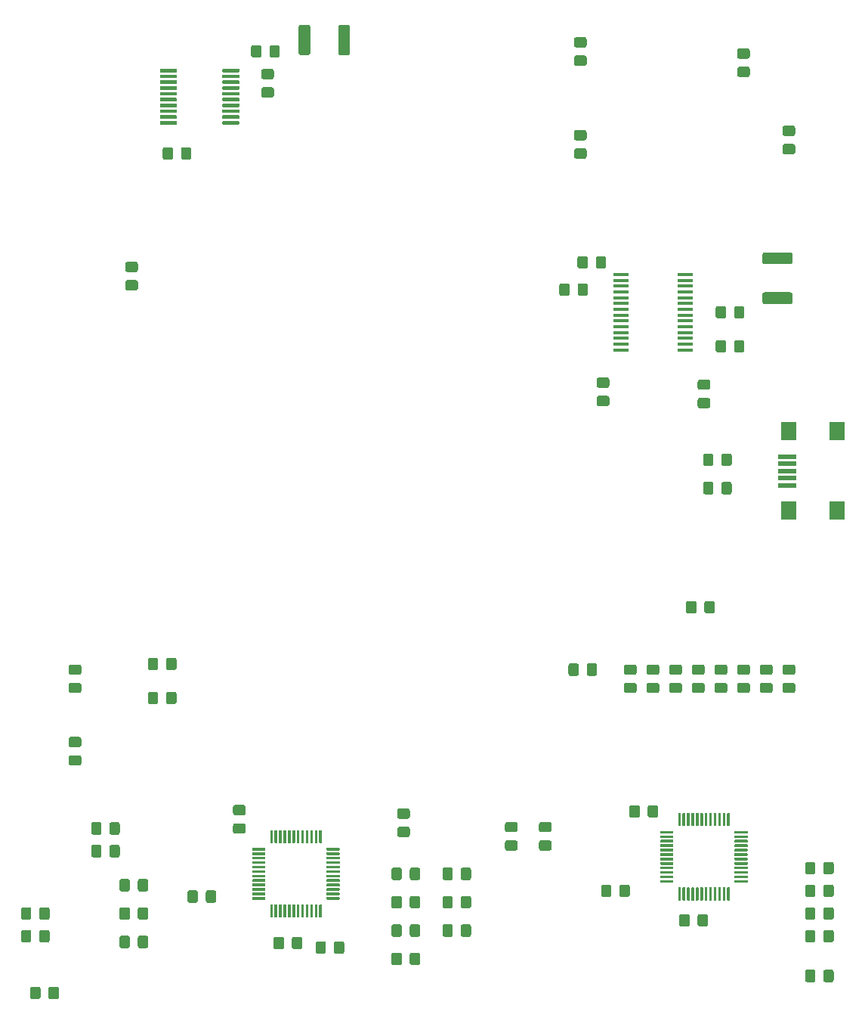
<source format=gbr>
G04 #@! TF.GenerationSoftware,KiCad,Pcbnew,5.1.5-52549c5~86~ubuntu18.04.1*
G04 #@! TF.CreationDate,2020-04-04T12:23:38+02:00*
G04 #@! TF.ProjectId,FPGC4IOboard,46504743-3449-44f6-926f-6172642e6b69,rev?*
G04 #@! TF.SameCoordinates,Original*
G04 #@! TF.FileFunction,Paste,Top*
G04 #@! TF.FilePolarity,Positive*
%FSLAX46Y46*%
G04 Gerber Fmt 4.6, Leading zero omitted, Abs format (unit mm)*
G04 Created by KiCad (PCBNEW 5.1.5-52549c5~86~ubuntu18.04.1) date 2020-04-04 12:23:38*
%MOMM*%
%LPD*%
G04 APERTURE LIST*
%ADD10C,0.100000*%
%ADD11R,2.000000X0.500000*%
%ADD12R,1.700000X2.000000*%
%ADD13R,1.750000X0.400000*%
G04 APERTURE END LIST*
D10*
G36*
X80504505Y-149161204D02*
G01*
X80528773Y-149164804D01*
X80552572Y-149170765D01*
X80575671Y-149179030D01*
X80597850Y-149189520D01*
X80618893Y-149202132D01*
X80638599Y-149216747D01*
X80656777Y-149233223D01*
X80673253Y-149251401D01*
X80687868Y-149271107D01*
X80700480Y-149292150D01*
X80710970Y-149314329D01*
X80719235Y-149337428D01*
X80725196Y-149361227D01*
X80728796Y-149385495D01*
X80730000Y-149409999D01*
X80730000Y-150310001D01*
X80728796Y-150334505D01*
X80725196Y-150358773D01*
X80719235Y-150382572D01*
X80710970Y-150405671D01*
X80700480Y-150427850D01*
X80687868Y-150448893D01*
X80673253Y-150468599D01*
X80656777Y-150486777D01*
X80638599Y-150503253D01*
X80618893Y-150517868D01*
X80597850Y-150530480D01*
X80575671Y-150540970D01*
X80552572Y-150549235D01*
X80528773Y-150555196D01*
X80504505Y-150558796D01*
X80480001Y-150560000D01*
X79829999Y-150560000D01*
X79805495Y-150558796D01*
X79781227Y-150555196D01*
X79757428Y-150549235D01*
X79734329Y-150540970D01*
X79712150Y-150530480D01*
X79691107Y-150517868D01*
X79671401Y-150503253D01*
X79653223Y-150486777D01*
X79636747Y-150468599D01*
X79622132Y-150448893D01*
X79609520Y-150427850D01*
X79599030Y-150405671D01*
X79590765Y-150382572D01*
X79584804Y-150358773D01*
X79581204Y-150334505D01*
X79580000Y-150310001D01*
X79580000Y-149409999D01*
X79581204Y-149385495D01*
X79584804Y-149361227D01*
X79590765Y-149337428D01*
X79599030Y-149314329D01*
X79609520Y-149292150D01*
X79622132Y-149271107D01*
X79636747Y-149251401D01*
X79653223Y-149233223D01*
X79671401Y-149216747D01*
X79691107Y-149202132D01*
X79712150Y-149189520D01*
X79734329Y-149179030D01*
X79757428Y-149170765D01*
X79781227Y-149164804D01*
X79805495Y-149161204D01*
X79829999Y-149160000D01*
X80480001Y-149160000D01*
X80504505Y-149161204D01*
G37*
G36*
X78454505Y-149161204D02*
G01*
X78478773Y-149164804D01*
X78502572Y-149170765D01*
X78525671Y-149179030D01*
X78547850Y-149189520D01*
X78568893Y-149202132D01*
X78588599Y-149216747D01*
X78606777Y-149233223D01*
X78623253Y-149251401D01*
X78637868Y-149271107D01*
X78650480Y-149292150D01*
X78660970Y-149314329D01*
X78669235Y-149337428D01*
X78675196Y-149361227D01*
X78678796Y-149385495D01*
X78680000Y-149409999D01*
X78680000Y-150310001D01*
X78678796Y-150334505D01*
X78675196Y-150358773D01*
X78669235Y-150382572D01*
X78660970Y-150405671D01*
X78650480Y-150427850D01*
X78637868Y-150448893D01*
X78623253Y-150468599D01*
X78606777Y-150486777D01*
X78588599Y-150503253D01*
X78568893Y-150517868D01*
X78547850Y-150530480D01*
X78525671Y-150540970D01*
X78502572Y-150549235D01*
X78478773Y-150555196D01*
X78454505Y-150558796D01*
X78430001Y-150560000D01*
X77779999Y-150560000D01*
X77755495Y-150558796D01*
X77731227Y-150555196D01*
X77707428Y-150549235D01*
X77684329Y-150540970D01*
X77662150Y-150530480D01*
X77641107Y-150517868D01*
X77621401Y-150503253D01*
X77603223Y-150486777D01*
X77586747Y-150468599D01*
X77572132Y-150448893D01*
X77559520Y-150427850D01*
X77549030Y-150405671D01*
X77540765Y-150382572D01*
X77534804Y-150358773D01*
X77531204Y-150334505D01*
X77530000Y-150310001D01*
X77530000Y-149409999D01*
X77531204Y-149385495D01*
X77534804Y-149361227D01*
X77540765Y-149337428D01*
X77549030Y-149314329D01*
X77559520Y-149292150D01*
X77572132Y-149271107D01*
X77586747Y-149251401D01*
X77603223Y-149233223D01*
X77621401Y-149216747D01*
X77641107Y-149202132D01*
X77662150Y-149189520D01*
X77684329Y-149179030D01*
X77707428Y-149170765D01*
X77731227Y-149164804D01*
X77755495Y-149161204D01*
X77779999Y-149160000D01*
X78430001Y-149160000D01*
X78454505Y-149161204D01*
G37*
D11*
X162400000Y-93040000D03*
X162400000Y-92240000D03*
X162400000Y-91440000D03*
X162400000Y-90640000D03*
X162400000Y-89840000D03*
D12*
X162500000Y-95890000D03*
X167950000Y-95890000D03*
X162500000Y-86990000D03*
X167950000Y-86990000D03*
D10*
G36*
X155924505Y-89471204D02*
G01*
X155948773Y-89474804D01*
X155972572Y-89480765D01*
X155995671Y-89489030D01*
X156017850Y-89499520D01*
X156038893Y-89512132D01*
X156058599Y-89526747D01*
X156076777Y-89543223D01*
X156093253Y-89561401D01*
X156107868Y-89581107D01*
X156120480Y-89602150D01*
X156130970Y-89624329D01*
X156139235Y-89647428D01*
X156145196Y-89671227D01*
X156148796Y-89695495D01*
X156150000Y-89719999D01*
X156150000Y-90620001D01*
X156148796Y-90644505D01*
X156145196Y-90668773D01*
X156139235Y-90692572D01*
X156130970Y-90715671D01*
X156120480Y-90737850D01*
X156107868Y-90758893D01*
X156093253Y-90778599D01*
X156076777Y-90796777D01*
X156058599Y-90813253D01*
X156038893Y-90827868D01*
X156017850Y-90840480D01*
X155995671Y-90850970D01*
X155972572Y-90859235D01*
X155948773Y-90865196D01*
X155924505Y-90868796D01*
X155900001Y-90870000D01*
X155249999Y-90870000D01*
X155225495Y-90868796D01*
X155201227Y-90865196D01*
X155177428Y-90859235D01*
X155154329Y-90850970D01*
X155132150Y-90840480D01*
X155111107Y-90827868D01*
X155091401Y-90813253D01*
X155073223Y-90796777D01*
X155056747Y-90778599D01*
X155042132Y-90758893D01*
X155029520Y-90737850D01*
X155019030Y-90715671D01*
X155010765Y-90692572D01*
X155004804Y-90668773D01*
X155001204Y-90644505D01*
X155000000Y-90620001D01*
X155000000Y-89719999D01*
X155001204Y-89695495D01*
X155004804Y-89671227D01*
X155010765Y-89647428D01*
X155019030Y-89624329D01*
X155029520Y-89602150D01*
X155042132Y-89581107D01*
X155056747Y-89561401D01*
X155073223Y-89543223D01*
X155091401Y-89526747D01*
X155111107Y-89512132D01*
X155132150Y-89499520D01*
X155154329Y-89489030D01*
X155177428Y-89480765D01*
X155201227Y-89474804D01*
X155225495Y-89471204D01*
X155249999Y-89470000D01*
X155900001Y-89470000D01*
X155924505Y-89471204D01*
G37*
G36*
X153874505Y-89471204D02*
G01*
X153898773Y-89474804D01*
X153922572Y-89480765D01*
X153945671Y-89489030D01*
X153967850Y-89499520D01*
X153988893Y-89512132D01*
X154008599Y-89526747D01*
X154026777Y-89543223D01*
X154043253Y-89561401D01*
X154057868Y-89581107D01*
X154070480Y-89602150D01*
X154080970Y-89624329D01*
X154089235Y-89647428D01*
X154095196Y-89671227D01*
X154098796Y-89695495D01*
X154100000Y-89719999D01*
X154100000Y-90620001D01*
X154098796Y-90644505D01*
X154095196Y-90668773D01*
X154089235Y-90692572D01*
X154080970Y-90715671D01*
X154070480Y-90737850D01*
X154057868Y-90758893D01*
X154043253Y-90778599D01*
X154026777Y-90796777D01*
X154008599Y-90813253D01*
X153988893Y-90827868D01*
X153967850Y-90840480D01*
X153945671Y-90850970D01*
X153922572Y-90859235D01*
X153898773Y-90865196D01*
X153874505Y-90868796D01*
X153850001Y-90870000D01*
X153199999Y-90870000D01*
X153175495Y-90868796D01*
X153151227Y-90865196D01*
X153127428Y-90859235D01*
X153104329Y-90850970D01*
X153082150Y-90840480D01*
X153061107Y-90827868D01*
X153041401Y-90813253D01*
X153023223Y-90796777D01*
X153006747Y-90778599D01*
X152992132Y-90758893D01*
X152979520Y-90737850D01*
X152969030Y-90715671D01*
X152960765Y-90692572D01*
X152954804Y-90668773D01*
X152951204Y-90644505D01*
X152950000Y-90620001D01*
X152950000Y-89719999D01*
X152951204Y-89695495D01*
X152954804Y-89671227D01*
X152960765Y-89647428D01*
X152969030Y-89624329D01*
X152979520Y-89602150D01*
X152992132Y-89581107D01*
X153006747Y-89561401D01*
X153023223Y-89543223D01*
X153041401Y-89526747D01*
X153061107Y-89512132D01*
X153082150Y-89499520D01*
X153104329Y-89489030D01*
X153127428Y-89480765D01*
X153151227Y-89474804D01*
X153175495Y-89471204D01*
X153199999Y-89470000D01*
X153850001Y-89470000D01*
X153874505Y-89471204D01*
G37*
G36*
X153509505Y-81196204D02*
G01*
X153533773Y-81199804D01*
X153557572Y-81205765D01*
X153580671Y-81214030D01*
X153602850Y-81224520D01*
X153623893Y-81237132D01*
X153643599Y-81251747D01*
X153661777Y-81268223D01*
X153678253Y-81286401D01*
X153692868Y-81306107D01*
X153705480Y-81327150D01*
X153715970Y-81349329D01*
X153724235Y-81372428D01*
X153730196Y-81396227D01*
X153733796Y-81420495D01*
X153735000Y-81444999D01*
X153735000Y-82095001D01*
X153733796Y-82119505D01*
X153730196Y-82143773D01*
X153724235Y-82167572D01*
X153715970Y-82190671D01*
X153705480Y-82212850D01*
X153692868Y-82233893D01*
X153678253Y-82253599D01*
X153661777Y-82271777D01*
X153643599Y-82288253D01*
X153623893Y-82302868D01*
X153602850Y-82315480D01*
X153580671Y-82325970D01*
X153557572Y-82334235D01*
X153533773Y-82340196D01*
X153509505Y-82343796D01*
X153485001Y-82345000D01*
X152584999Y-82345000D01*
X152560495Y-82343796D01*
X152536227Y-82340196D01*
X152512428Y-82334235D01*
X152489329Y-82325970D01*
X152467150Y-82315480D01*
X152446107Y-82302868D01*
X152426401Y-82288253D01*
X152408223Y-82271777D01*
X152391747Y-82253599D01*
X152377132Y-82233893D01*
X152364520Y-82212850D01*
X152354030Y-82190671D01*
X152345765Y-82167572D01*
X152339804Y-82143773D01*
X152336204Y-82119505D01*
X152335000Y-82095001D01*
X152335000Y-81444999D01*
X152336204Y-81420495D01*
X152339804Y-81396227D01*
X152345765Y-81372428D01*
X152354030Y-81349329D01*
X152364520Y-81327150D01*
X152377132Y-81306107D01*
X152391747Y-81286401D01*
X152408223Y-81268223D01*
X152426401Y-81251747D01*
X152446107Y-81237132D01*
X152467150Y-81224520D01*
X152489329Y-81214030D01*
X152512428Y-81205765D01*
X152536227Y-81199804D01*
X152560495Y-81196204D01*
X152584999Y-81195000D01*
X153485001Y-81195000D01*
X153509505Y-81196204D01*
G37*
G36*
X153509505Y-83246204D02*
G01*
X153533773Y-83249804D01*
X153557572Y-83255765D01*
X153580671Y-83264030D01*
X153602850Y-83274520D01*
X153623893Y-83287132D01*
X153643599Y-83301747D01*
X153661777Y-83318223D01*
X153678253Y-83336401D01*
X153692868Y-83356107D01*
X153705480Y-83377150D01*
X153715970Y-83399329D01*
X153724235Y-83422428D01*
X153730196Y-83446227D01*
X153733796Y-83470495D01*
X153735000Y-83494999D01*
X153735000Y-84145001D01*
X153733796Y-84169505D01*
X153730196Y-84193773D01*
X153724235Y-84217572D01*
X153715970Y-84240671D01*
X153705480Y-84262850D01*
X153692868Y-84283893D01*
X153678253Y-84303599D01*
X153661777Y-84321777D01*
X153643599Y-84338253D01*
X153623893Y-84352868D01*
X153602850Y-84365480D01*
X153580671Y-84375970D01*
X153557572Y-84384235D01*
X153533773Y-84390196D01*
X153509505Y-84393796D01*
X153485001Y-84395000D01*
X152584999Y-84395000D01*
X152560495Y-84393796D01*
X152536227Y-84390196D01*
X152512428Y-84384235D01*
X152489329Y-84375970D01*
X152467150Y-84365480D01*
X152446107Y-84352868D01*
X152426401Y-84338253D01*
X152408223Y-84321777D01*
X152391747Y-84303599D01*
X152377132Y-84283893D01*
X152364520Y-84262850D01*
X152354030Y-84240671D01*
X152345765Y-84217572D01*
X152339804Y-84193773D01*
X152336204Y-84169505D01*
X152335000Y-84145001D01*
X152335000Y-83494999D01*
X152336204Y-83470495D01*
X152339804Y-83446227D01*
X152345765Y-83422428D01*
X152354030Y-83399329D01*
X152364520Y-83377150D01*
X152377132Y-83356107D01*
X152391747Y-83336401D01*
X152408223Y-83318223D01*
X152426401Y-83301747D01*
X152446107Y-83287132D01*
X152467150Y-83274520D01*
X152489329Y-83264030D01*
X152512428Y-83255765D01*
X152536227Y-83249804D01*
X152560495Y-83246204D01*
X152584999Y-83245000D01*
X153485001Y-83245000D01*
X153509505Y-83246204D01*
G37*
G36*
X155289505Y-76771204D02*
G01*
X155313773Y-76774804D01*
X155337572Y-76780765D01*
X155360671Y-76789030D01*
X155382850Y-76799520D01*
X155403893Y-76812132D01*
X155423599Y-76826747D01*
X155441777Y-76843223D01*
X155458253Y-76861401D01*
X155472868Y-76881107D01*
X155485480Y-76902150D01*
X155495970Y-76924329D01*
X155504235Y-76947428D01*
X155510196Y-76971227D01*
X155513796Y-76995495D01*
X155515000Y-77019999D01*
X155515000Y-77920001D01*
X155513796Y-77944505D01*
X155510196Y-77968773D01*
X155504235Y-77992572D01*
X155495970Y-78015671D01*
X155485480Y-78037850D01*
X155472868Y-78058893D01*
X155458253Y-78078599D01*
X155441777Y-78096777D01*
X155423599Y-78113253D01*
X155403893Y-78127868D01*
X155382850Y-78140480D01*
X155360671Y-78150970D01*
X155337572Y-78159235D01*
X155313773Y-78165196D01*
X155289505Y-78168796D01*
X155265001Y-78170000D01*
X154614999Y-78170000D01*
X154590495Y-78168796D01*
X154566227Y-78165196D01*
X154542428Y-78159235D01*
X154519329Y-78150970D01*
X154497150Y-78140480D01*
X154476107Y-78127868D01*
X154456401Y-78113253D01*
X154438223Y-78096777D01*
X154421747Y-78078599D01*
X154407132Y-78058893D01*
X154394520Y-78037850D01*
X154384030Y-78015671D01*
X154375765Y-77992572D01*
X154369804Y-77968773D01*
X154366204Y-77944505D01*
X154365000Y-77920001D01*
X154365000Y-77019999D01*
X154366204Y-76995495D01*
X154369804Y-76971227D01*
X154375765Y-76947428D01*
X154384030Y-76924329D01*
X154394520Y-76902150D01*
X154407132Y-76881107D01*
X154421747Y-76861401D01*
X154438223Y-76843223D01*
X154456401Y-76826747D01*
X154476107Y-76812132D01*
X154497150Y-76799520D01*
X154519329Y-76789030D01*
X154542428Y-76780765D01*
X154566227Y-76774804D01*
X154590495Y-76771204D01*
X154614999Y-76770000D01*
X155265001Y-76770000D01*
X155289505Y-76771204D01*
G37*
G36*
X157339505Y-76771204D02*
G01*
X157363773Y-76774804D01*
X157387572Y-76780765D01*
X157410671Y-76789030D01*
X157432850Y-76799520D01*
X157453893Y-76812132D01*
X157473599Y-76826747D01*
X157491777Y-76843223D01*
X157508253Y-76861401D01*
X157522868Y-76881107D01*
X157535480Y-76902150D01*
X157545970Y-76924329D01*
X157554235Y-76947428D01*
X157560196Y-76971227D01*
X157563796Y-76995495D01*
X157565000Y-77019999D01*
X157565000Y-77920001D01*
X157563796Y-77944505D01*
X157560196Y-77968773D01*
X157554235Y-77992572D01*
X157545970Y-78015671D01*
X157535480Y-78037850D01*
X157522868Y-78058893D01*
X157508253Y-78078599D01*
X157491777Y-78096777D01*
X157473599Y-78113253D01*
X157453893Y-78127868D01*
X157432850Y-78140480D01*
X157410671Y-78150970D01*
X157387572Y-78159235D01*
X157363773Y-78165196D01*
X157339505Y-78168796D01*
X157315001Y-78170000D01*
X156664999Y-78170000D01*
X156640495Y-78168796D01*
X156616227Y-78165196D01*
X156592428Y-78159235D01*
X156569329Y-78150970D01*
X156547150Y-78140480D01*
X156526107Y-78127868D01*
X156506401Y-78113253D01*
X156488223Y-78096777D01*
X156471747Y-78078599D01*
X156457132Y-78058893D01*
X156444520Y-78037850D01*
X156434030Y-78015671D01*
X156425765Y-77992572D01*
X156419804Y-77968773D01*
X156416204Y-77944505D01*
X156415000Y-77920001D01*
X156415000Y-77019999D01*
X156416204Y-76995495D01*
X156419804Y-76971227D01*
X156425765Y-76947428D01*
X156434030Y-76924329D01*
X156444520Y-76902150D01*
X156457132Y-76881107D01*
X156471747Y-76861401D01*
X156488223Y-76843223D01*
X156506401Y-76826747D01*
X156526107Y-76812132D01*
X156547150Y-76799520D01*
X156569329Y-76789030D01*
X156592428Y-76780765D01*
X156616227Y-76774804D01*
X156640495Y-76771204D01*
X156664999Y-76770000D01*
X157315001Y-76770000D01*
X157339505Y-76771204D01*
G37*
G36*
X139804505Y-70421204D02*
G01*
X139828773Y-70424804D01*
X139852572Y-70430765D01*
X139875671Y-70439030D01*
X139897850Y-70449520D01*
X139918893Y-70462132D01*
X139938599Y-70476747D01*
X139956777Y-70493223D01*
X139973253Y-70511401D01*
X139987868Y-70531107D01*
X140000480Y-70552150D01*
X140010970Y-70574329D01*
X140019235Y-70597428D01*
X140025196Y-70621227D01*
X140028796Y-70645495D01*
X140030000Y-70669999D01*
X140030000Y-71570001D01*
X140028796Y-71594505D01*
X140025196Y-71618773D01*
X140019235Y-71642572D01*
X140010970Y-71665671D01*
X140000480Y-71687850D01*
X139987868Y-71708893D01*
X139973253Y-71728599D01*
X139956777Y-71746777D01*
X139938599Y-71763253D01*
X139918893Y-71777868D01*
X139897850Y-71790480D01*
X139875671Y-71800970D01*
X139852572Y-71809235D01*
X139828773Y-71815196D01*
X139804505Y-71818796D01*
X139780001Y-71820000D01*
X139129999Y-71820000D01*
X139105495Y-71818796D01*
X139081227Y-71815196D01*
X139057428Y-71809235D01*
X139034329Y-71800970D01*
X139012150Y-71790480D01*
X138991107Y-71777868D01*
X138971401Y-71763253D01*
X138953223Y-71746777D01*
X138936747Y-71728599D01*
X138922132Y-71708893D01*
X138909520Y-71687850D01*
X138899030Y-71665671D01*
X138890765Y-71642572D01*
X138884804Y-71618773D01*
X138881204Y-71594505D01*
X138880000Y-71570001D01*
X138880000Y-70669999D01*
X138881204Y-70645495D01*
X138884804Y-70621227D01*
X138890765Y-70597428D01*
X138899030Y-70574329D01*
X138909520Y-70552150D01*
X138922132Y-70531107D01*
X138936747Y-70511401D01*
X138953223Y-70493223D01*
X138971401Y-70476747D01*
X138991107Y-70462132D01*
X139012150Y-70449520D01*
X139034329Y-70439030D01*
X139057428Y-70430765D01*
X139081227Y-70424804D01*
X139105495Y-70421204D01*
X139129999Y-70420000D01*
X139780001Y-70420000D01*
X139804505Y-70421204D01*
G37*
G36*
X137754505Y-70421204D02*
G01*
X137778773Y-70424804D01*
X137802572Y-70430765D01*
X137825671Y-70439030D01*
X137847850Y-70449520D01*
X137868893Y-70462132D01*
X137888599Y-70476747D01*
X137906777Y-70493223D01*
X137923253Y-70511401D01*
X137937868Y-70531107D01*
X137950480Y-70552150D01*
X137960970Y-70574329D01*
X137969235Y-70597428D01*
X137975196Y-70621227D01*
X137978796Y-70645495D01*
X137980000Y-70669999D01*
X137980000Y-71570001D01*
X137978796Y-71594505D01*
X137975196Y-71618773D01*
X137969235Y-71642572D01*
X137960970Y-71665671D01*
X137950480Y-71687850D01*
X137937868Y-71708893D01*
X137923253Y-71728599D01*
X137906777Y-71746777D01*
X137888599Y-71763253D01*
X137868893Y-71777868D01*
X137847850Y-71790480D01*
X137825671Y-71800970D01*
X137802572Y-71809235D01*
X137778773Y-71815196D01*
X137754505Y-71818796D01*
X137730001Y-71820000D01*
X137079999Y-71820000D01*
X137055495Y-71818796D01*
X137031227Y-71815196D01*
X137007428Y-71809235D01*
X136984329Y-71800970D01*
X136962150Y-71790480D01*
X136941107Y-71777868D01*
X136921401Y-71763253D01*
X136903223Y-71746777D01*
X136886747Y-71728599D01*
X136872132Y-71708893D01*
X136859520Y-71687850D01*
X136849030Y-71665671D01*
X136840765Y-71642572D01*
X136834804Y-71618773D01*
X136831204Y-71594505D01*
X136830000Y-71570001D01*
X136830000Y-70669999D01*
X136831204Y-70645495D01*
X136834804Y-70621227D01*
X136840765Y-70597428D01*
X136849030Y-70574329D01*
X136859520Y-70552150D01*
X136872132Y-70531107D01*
X136886747Y-70511401D01*
X136903223Y-70493223D01*
X136921401Y-70476747D01*
X136941107Y-70462132D01*
X136962150Y-70449520D01*
X136984329Y-70439030D01*
X137007428Y-70430765D01*
X137031227Y-70424804D01*
X137055495Y-70421204D01*
X137079999Y-70420000D01*
X137730001Y-70420000D01*
X137754505Y-70421204D01*
G37*
G36*
X157339505Y-72961204D02*
G01*
X157363773Y-72964804D01*
X157387572Y-72970765D01*
X157410671Y-72979030D01*
X157432850Y-72989520D01*
X157453893Y-73002132D01*
X157473599Y-73016747D01*
X157491777Y-73033223D01*
X157508253Y-73051401D01*
X157522868Y-73071107D01*
X157535480Y-73092150D01*
X157545970Y-73114329D01*
X157554235Y-73137428D01*
X157560196Y-73161227D01*
X157563796Y-73185495D01*
X157565000Y-73209999D01*
X157565000Y-74110001D01*
X157563796Y-74134505D01*
X157560196Y-74158773D01*
X157554235Y-74182572D01*
X157545970Y-74205671D01*
X157535480Y-74227850D01*
X157522868Y-74248893D01*
X157508253Y-74268599D01*
X157491777Y-74286777D01*
X157473599Y-74303253D01*
X157453893Y-74317868D01*
X157432850Y-74330480D01*
X157410671Y-74340970D01*
X157387572Y-74349235D01*
X157363773Y-74355196D01*
X157339505Y-74358796D01*
X157315001Y-74360000D01*
X156664999Y-74360000D01*
X156640495Y-74358796D01*
X156616227Y-74355196D01*
X156592428Y-74349235D01*
X156569329Y-74340970D01*
X156547150Y-74330480D01*
X156526107Y-74317868D01*
X156506401Y-74303253D01*
X156488223Y-74286777D01*
X156471747Y-74268599D01*
X156457132Y-74248893D01*
X156444520Y-74227850D01*
X156434030Y-74205671D01*
X156425765Y-74182572D01*
X156419804Y-74158773D01*
X156416204Y-74134505D01*
X156415000Y-74110001D01*
X156415000Y-73209999D01*
X156416204Y-73185495D01*
X156419804Y-73161227D01*
X156425765Y-73137428D01*
X156434030Y-73114329D01*
X156444520Y-73092150D01*
X156457132Y-73071107D01*
X156471747Y-73051401D01*
X156488223Y-73033223D01*
X156506401Y-73016747D01*
X156526107Y-73002132D01*
X156547150Y-72989520D01*
X156569329Y-72979030D01*
X156592428Y-72970765D01*
X156616227Y-72964804D01*
X156640495Y-72961204D01*
X156664999Y-72960000D01*
X157315001Y-72960000D01*
X157339505Y-72961204D01*
G37*
G36*
X155289505Y-72961204D02*
G01*
X155313773Y-72964804D01*
X155337572Y-72970765D01*
X155360671Y-72979030D01*
X155382850Y-72989520D01*
X155403893Y-73002132D01*
X155423599Y-73016747D01*
X155441777Y-73033223D01*
X155458253Y-73051401D01*
X155472868Y-73071107D01*
X155485480Y-73092150D01*
X155495970Y-73114329D01*
X155504235Y-73137428D01*
X155510196Y-73161227D01*
X155513796Y-73185495D01*
X155515000Y-73209999D01*
X155515000Y-74110001D01*
X155513796Y-74134505D01*
X155510196Y-74158773D01*
X155504235Y-74182572D01*
X155495970Y-74205671D01*
X155485480Y-74227850D01*
X155472868Y-74248893D01*
X155458253Y-74268599D01*
X155441777Y-74286777D01*
X155423599Y-74303253D01*
X155403893Y-74317868D01*
X155382850Y-74330480D01*
X155360671Y-74340970D01*
X155337572Y-74349235D01*
X155313773Y-74355196D01*
X155289505Y-74358796D01*
X155265001Y-74360000D01*
X154614999Y-74360000D01*
X154590495Y-74358796D01*
X154566227Y-74355196D01*
X154542428Y-74349235D01*
X154519329Y-74340970D01*
X154497150Y-74330480D01*
X154476107Y-74317868D01*
X154456401Y-74303253D01*
X154438223Y-74286777D01*
X154421747Y-74268599D01*
X154407132Y-74248893D01*
X154394520Y-74227850D01*
X154384030Y-74205671D01*
X154375765Y-74182572D01*
X154369804Y-74158773D01*
X154366204Y-74134505D01*
X154365000Y-74110001D01*
X154365000Y-73209999D01*
X154366204Y-73185495D01*
X154369804Y-73161227D01*
X154375765Y-73137428D01*
X154384030Y-73114329D01*
X154394520Y-73092150D01*
X154407132Y-73071107D01*
X154421747Y-73051401D01*
X154438223Y-73033223D01*
X154456401Y-73016747D01*
X154476107Y-73002132D01*
X154497150Y-72989520D01*
X154519329Y-72979030D01*
X154542428Y-72970765D01*
X154566227Y-72964804D01*
X154590495Y-72961204D01*
X154614999Y-72960000D01*
X155265001Y-72960000D01*
X155289505Y-72961204D01*
G37*
G36*
X163034505Y-54816204D02*
G01*
X163058773Y-54819804D01*
X163082572Y-54825765D01*
X163105671Y-54834030D01*
X163127850Y-54844520D01*
X163148893Y-54857132D01*
X163168599Y-54871747D01*
X163186777Y-54888223D01*
X163203253Y-54906401D01*
X163217868Y-54926107D01*
X163230480Y-54947150D01*
X163240970Y-54969329D01*
X163249235Y-54992428D01*
X163255196Y-55016227D01*
X163258796Y-55040495D01*
X163260000Y-55064999D01*
X163260000Y-55715001D01*
X163258796Y-55739505D01*
X163255196Y-55763773D01*
X163249235Y-55787572D01*
X163240970Y-55810671D01*
X163230480Y-55832850D01*
X163217868Y-55853893D01*
X163203253Y-55873599D01*
X163186777Y-55891777D01*
X163168599Y-55908253D01*
X163148893Y-55922868D01*
X163127850Y-55935480D01*
X163105671Y-55945970D01*
X163082572Y-55954235D01*
X163058773Y-55960196D01*
X163034505Y-55963796D01*
X163010001Y-55965000D01*
X162109999Y-55965000D01*
X162085495Y-55963796D01*
X162061227Y-55960196D01*
X162037428Y-55954235D01*
X162014329Y-55945970D01*
X161992150Y-55935480D01*
X161971107Y-55922868D01*
X161951401Y-55908253D01*
X161933223Y-55891777D01*
X161916747Y-55873599D01*
X161902132Y-55853893D01*
X161889520Y-55832850D01*
X161879030Y-55810671D01*
X161870765Y-55787572D01*
X161864804Y-55763773D01*
X161861204Y-55739505D01*
X161860000Y-55715001D01*
X161860000Y-55064999D01*
X161861204Y-55040495D01*
X161864804Y-55016227D01*
X161870765Y-54992428D01*
X161879030Y-54969329D01*
X161889520Y-54947150D01*
X161902132Y-54926107D01*
X161916747Y-54906401D01*
X161933223Y-54888223D01*
X161951401Y-54871747D01*
X161971107Y-54857132D01*
X161992150Y-54844520D01*
X162014329Y-54834030D01*
X162037428Y-54825765D01*
X162061227Y-54819804D01*
X162085495Y-54816204D01*
X162109999Y-54815000D01*
X163010001Y-54815000D01*
X163034505Y-54816204D01*
G37*
G36*
X163034505Y-52766204D02*
G01*
X163058773Y-52769804D01*
X163082572Y-52775765D01*
X163105671Y-52784030D01*
X163127850Y-52794520D01*
X163148893Y-52807132D01*
X163168599Y-52821747D01*
X163186777Y-52838223D01*
X163203253Y-52856401D01*
X163217868Y-52876107D01*
X163230480Y-52897150D01*
X163240970Y-52919329D01*
X163249235Y-52942428D01*
X163255196Y-52966227D01*
X163258796Y-52990495D01*
X163260000Y-53014999D01*
X163260000Y-53665001D01*
X163258796Y-53689505D01*
X163255196Y-53713773D01*
X163249235Y-53737572D01*
X163240970Y-53760671D01*
X163230480Y-53782850D01*
X163217868Y-53803893D01*
X163203253Y-53823599D01*
X163186777Y-53841777D01*
X163168599Y-53858253D01*
X163148893Y-53872868D01*
X163127850Y-53885480D01*
X163105671Y-53895970D01*
X163082572Y-53904235D01*
X163058773Y-53910196D01*
X163034505Y-53913796D01*
X163010001Y-53915000D01*
X162109999Y-53915000D01*
X162085495Y-53913796D01*
X162061227Y-53910196D01*
X162037428Y-53904235D01*
X162014329Y-53895970D01*
X161992150Y-53885480D01*
X161971107Y-53872868D01*
X161951401Y-53858253D01*
X161933223Y-53841777D01*
X161916747Y-53823599D01*
X161902132Y-53803893D01*
X161889520Y-53782850D01*
X161879030Y-53760671D01*
X161870765Y-53737572D01*
X161864804Y-53713773D01*
X161861204Y-53689505D01*
X161860000Y-53665001D01*
X161860000Y-53014999D01*
X161861204Y-52990495D01*
X161864804Y-52966227D01*
X161870765Y-52942428D01*
X161879030Y-52919329D01*
X161889520Y-52897150D01*
X161902132Y-52876107D01*
X161916747Y-52856401D01*
X161933223Y-52838223D01*
X161951401Y-52821747D01*
X161971107Y-52807132D01*
X161992150Y-52794520D01*
X162014329Y-52784030D01*
X162037428Y-52775765D01*
X162061227Y-52769804D01*
X162085495Y-52766204D01*
X162109999Y-52765000D01*
X163010001Y-52765000D01*
X163034505Y-52766204D01*
G37*
G36*
X89374505Y-68006204D02*
G01*
X89398773Y-68009804D01*
X89422572Y-68015765D01*
X89445671Y-68024030D01*
X89467850Y-68034520D01*
X89488893Y-68047132D01*
X89508599Y-68061747D01*
X89526777Y-68078223D01*
X89543253Y-68096401D01*
X89557868Y-68116107D01*
X89570480Y-68137150D01*
X89580970Y-68159329D01*
X89589235Y-68182428D01*
X89595196Y-68206227D01*
X89598796Y-68230495D01*
X89600000Y-68254999D01*
X89600000Y-68905001D01*
X89598796Y-68929505D01*
X89595196Y-68953773D01*
X89589235Y-68977572D01*
X89580970Y-69000671D01*
X89570480Y-69022850D01*
X89557868Y-69043893D01*
X89543253Y-69063599D01*
X89526777Y-69081777D01*
X89508599Y-69098253D01*
X89488893Y-69112868D01*
X89467850Y-69125480D01*
X89445671Y-69135970D01*
X89422572Y-69144235D01*
X89398773Y-69150196D01*
X89374505Y-69153796D01*
X89350001Y-69155000D01*
X88449999Y-69155000D01*
X88425495Y-69153796D01*
X88401227Y-69150196D01*
X88377428Y-69144235D01*
X88354329Y-69135970D01*
X88332150Y-69125480D01*
X88311107Y-69112868D01*
X88291401Y-69098253D01*
X88273223Y-69081777D01*
X88256747Y-69063599D01*
X88242132Y-69043893D01*
X88229520Y-69022850D01*
X88219030Y-69000671D01*
X88210765Y-68977572D01*
X88204804Y-68953773D01*
X88201204Y-68929505D01*
X88200000Y-68905001D01*
X88200000Y-68254999D01*
X88201204Y-68230495D01*
X88204804Y-68206227D01*
X88210765Y-68182428D01*
X88219030Y-68159329D01*
X88229520Y-68137150D01*
X88242132Y-68116107D01*
X88256747Y-68096401D01*
X88273223Y-68078223D01*
X88291401Y-68061747D01*
X88311107Y-68047132D01*
X88332150Y-68034520D01*
X88354329Y-68024030D01*
X88377428Y-68015765D01*
X88401227Y-68009804D01*
X88425495Y-68006204D01*
X88449999Y-68005000D01*
X89350001Y-68005000D01*
X89374505Y-68006204D01*
G37*
G36*
X89374505Y-70056204D02*
G01*
X89398773Y-70059804D01*
X89422572Y-70065765D01*
X89445671Y-70074030D01*
X89467850Y-70084520D01*
X89488893Y-70097132D01*
X89508599Y-70111747D01*
X89526777Y-70128223D01*
X89543253Y-70146401D01*
X89557868Y-70166107D01*
X89570480Y-70187150D01*
X89580970Y-70209329D01*
X89589235Y-70232428D01*
X89595196Y-70256227D01*
X89598796Y-70280495D01*
X89600000Y-70304999D01*
X89600000Y-70955001D01*
X89598796Y-70979505D01*
X89595196Y-71003773D01*
X89589235Y-71027572D01*
X89580970Y-71050671D01*
X89570480Y-71072850D01*
X89557868Y-71093893D01*
X89543253Y-71113599D01*
X89526777Y-71131777D01*
X89508599Y-71148253D01*
X89488893Y-71162868D01*
X89467850Y-71175480D01*
X89445671Y-71185970D01*
X89422572Y-71194235D01*
X89398773Y-71200196D01*
X89374505Y-71203796D01*
X89350001Y-71205000D01*
X88449999Y-71205000D01*
X88425495Y-71203796D01*
X88401227Y-71200196D01*
X88377428Y-71194235D01*
X88354329Y-71185970D01*
X88332150Y-71175480D01*
X88311107Y-71162868D01*
X88291401Y-71148253D01*
X88273223Y-71131777D01*
X88256747Y-71113599D01*
X88242132Y-71093893D01*
X88229520Y-71072850D01*
X88219030Y-71050671D01*
X88210765Y-71027572D01*
X88204804Y-71003773D01*
X88201204Y-70979505D01*
X88200000Y-70955001D01*
X88200000Y-70304999D01*
X88201204Y-70280495D01*
X88204804Y-70256227D01*
X88210765Y-70232428D01*
X88219030Y-70209329D01*
X88229520Y-70187150D01*
X88242132Y-70166107D01*
X88256747Y-70146401D01*
X88273223Y-70128223D01*
X88291401Y-70111747D01*
X88311107Y-70097132D01*
X88332150Y-70084520D01*
X88354329Y-70074030D01*
X88377428Y-70065765D01*
X88401227Y-70059804D01*
X88425495Y-70056204D01*
X88449999Y-70055000D01*
X89350001Y-70055000D01*
X89374505Y-70056204D01*
G37*
G36*
X104614505Y-48466204D02*
G01*
X104638773Y-48469804D01*
X104662572Y-48475765D01*
X104685671Y-48484030D01*
X104707850Y-48494520D01*
X104728893Y-48507132D01*
X104748599Y-48521747D01*
X104766777Y-48538223D01*
X104783253Y-48556401D01*
X104797868Y-48576107D01*
X104810480Y-48597150D01*
X104820970Y-48619329D01*
X104829235Y-48642428D01*
X104835196Y-48666227D01*
X104838796Y-48690495D01*
X104840000Y-48714999D01*
X104840000Y-49365001D01*
X104838796Y-49389505D01*
X104835196Y-49413773D01*
X104829235Y-49437572D01*
X104820970Y-49460671D01*
X104810480Y-49482850D01*
X104797868Y-49503893D01*
X104783253Y-49523599D01*
X104766777Y-49541777D01*
X104748599Y-49558253D01*
X104728893Y-49572868D01*
X104707850Y-49585480D01*
X104685671Y-49595970D01*
X104662572Y-49604235D01*
X104638773Y-49610196D01*
X104614505Y-49613796D01*
X104590001Y-49615000D01*
X103689999Y-49615000D01*
X103665495Y-49613796D01*
X103641227Y-49610196D01*
X103617428Y-49604235D01*
X103594329Y-49595970D01*
X103572150Y-49585480D01*
X103551107Y-49572868D01*
X103531401Y-49558253D01*
X103513223Y-49541777D01*
X103496747Y-49523599D01*
X103482132Y-49503893D01*
X103469520Y-49482850D01*
X103459030Y-49460671D01*
X103450765Y-49437572D01*
X103444804Y-49413773D01*
X103441204Y-49389505D01*
X103440000Y-49365001D01*
X103440000Y-48714999D01*
X103441204Y-48690495D01*
X103444804Y-48666227D01*
X103450765Y-48642428D01*
X103459030Y-48619329D01*
X103469520Y-48597150D01*
X103482132Y-48576107D01*
X103496747Y-48556401D01*
X103513223Y-48538223D01*
X103531401Y-48521747D01*
X103551107Y-48507132D01*
X103572150Y-48494520D01*
X103594329Y-48484030D01*
X103617428Y-48475765D01*
X103641227Y-48469804D01*
X103665495Y-48466204D01*
X103689999Y-48465000D01*
X104590001Y-48465000D01*
X104614505Y-48466204D01*
G37*
G36*
X104614505Y-46416204D02*
G01*
X104638773Y-46419804D01*
X104662572Y-46425765D01*
X104685671Y-46434030D01*
X104707850Y-46444520D01*
X104728893Y-46457132D01*
X104748599Y-46471747D01*
X104766777Y-46488223D01*
X104783253Y-46506401D01*
X104797868Y-46526107D01*
X104810480Y-46547150D01*
X104820970Y-46569329D01*
X104829235Y-46592428D01*
X104835196Y-46616227D01*
X104838796Y-46640495D01*
X104840000Y-46664999D01*
X104840000Y-47315001D01*
X104838796Y-47339505D01*
X104835196Y-47363773D01*
X104829235Y-47387572D01*
X104820970Y-47410671D01*
X104810480Y-47432850D01*
X104797868Y-47453893D01*
X104783253Y-47473599D01*
X104766777Y-47491777D01*
X104748599Y-47508253D01*
X104728893Y-47522868D01*
X104707850Y-47535480D01*
X104685671Y-47545970D01*
X104662572Y-47554235D01*
X104638773Y-47560196D01*
X104614505Y-47563796D01*
X104590001Y-47565000D01*
X103689999Y-47565000D01*
X103665495Y-47563796D01*
X103641227Y-47560196D01*
X103617428Y-47554235D01*
X103594329Y-47545970D01*
X103572150Y-47535480D01*
X103551107Y-47522868D01*
X103531401Y-47508253D01*
X103513223Y-47491777D01*
X103496747Y-47473599D01*
X103482132Y-47453893D01*
X103469520Y-47432850D01*
X103459030Y-47410671D01*
X103450765Y-47387572D01*
X103444804Y-47363773D01*
X103441204Y-47339505D01*
X103440000Y-47315001D01*
X103440000Y-46664999D01*
X103441204Y-46640495D01*
X103444804Y-46616227D01*
X103450765Y-46592428D01*
X103459030Y-46569329D01*
X103469520Y-46547150D01*
X103482132Y-46526107D01*
X103496747Y-46506401D01*
X103513223Y-46488223D01*
X103531401Y-46471747D01*
X103551107Y-46457132D01*
X103572150Y-46444520D01*
X103594329Y-46434030D01*
X103617428Y-46425765D01*
X103641227Y-46419804D01*
X103665495Y-46416204D01*
X103689999Y-46415000D01*
X104590001Y-46415000D01*
X104614505Y-46416204D01*
G37*
G36*
X105269505Y-43751204D02*
G01*
X105293773Y-43754804D01*
X105317572Y-43760765D01*
X105340671Y-43769030D01*
X105362850Y-43779520D01*
X105383893Y-43792132D01*
X105403599Y-43806747D01*
X105421777Y-43823223D01*
X105438253Y-43841401D01*
X105452868Y-43861107D01*
X105465480Y-43882150D01*
X105475970Y-43904329D01*
X105484235Y-43927428D01*
X105490196Y-43951227D01*
X105493796Y-43975495D01*
X105495000Y-43999999D01*
X105495000Y-44900001D01*
X105493796Y-44924505D01*
X105490196Y-44948773D01*
X105484235Y-44972572D01*
X105475970Y-44995671D01*
X105465480Y-45017850D01*
X105452868Y-45038893D01*
X105438253Y-45058599D01*
X105421777Y-45076777D01*
X105403599Y-45093253D01*
X105383893Y-45107868D01*
X105362850Y-45120480D01*
X105340671Y-45130970D01*
X105317572Y-45139235D01*
X105293773Y-45145196D01*
X105269505Y-45148796D01*
X105245001Y-45150000D01*
X104594999Y-45150000D01*
X104570495Y-45148796D01*
X104546227Y-45145196D01*
X104522428Y-45139235D01*
X104499329Y-45130970D01*
X104477150Y-45120480D01*
X104456107Y-45107868D01*
X104436401Y-45093253D01*
X104418223Y-45076777D01*
X104401747Y-45058599D01*
X104387132Y-45038893D01*
X104374520Y-45017850D01*
X104364030Y-44995671D01*
X104355765Y-44972572D01*
X104349804Y-44948773D01*
X104346204Y-44924505D01*
X104345000Y-44900001D01*
X104345000Y-43999999D01*
X104346204Y-43975495D01*
X104349804Y-43951227D01*
X104355765Y-43927428D01*
X104364030Y-43904329D01*
X104374520Y-43882150D01*
X104387132Y-43861107D01*
X104401747Y-43841401D01*
X104418223Y-43823223D01*
X104436401Y-43806747D01*
X104456107Y-43792132D01*
X104477150Y-43779520D01*
X104499329Y-43769030D01*
X104522428Y-43760765D01*
X104546227Y-43754804D01*
X104570495Y-43751204D01*
X104594999Y-43750000D01*
X105245001Y-43750000D01*
X105269505Y-43751204D01*
G37*
G36*
X103219505Y-43751204D02*
G01*
X103243773Y-43754804D01*
X103267572Y-43760765D01*
X103290671Y-43769030D01*
X103312850Y-43779520D01*
X103333893Y-43792132D01*
X103353599Y-43806747D01*
X103371777Y-43823223D01*
X103388253Y-43841401D01*
X103402868Y-43861107D01*
X103415480Y-43882150D01*
X103425970Y-43904329D01*
X103434235Y-43927428D01*
X103440196Y-43951227D01*
X103443796Y-43975495D01*
X103445000Y-43999999D01*
X103445000Y-44900001D01*
X103443796Y-44924505D01*
X103440196Y-44948773D01*
X103434235Y-44972572D01*
X103425970Y-44995671D01*
X103415480Y-45017850D01*
X103402868Y-45038893D01*
X103388253Y-45058599D01*
X103371777Y-45076777D01*
X103353599Y-45093253D01*
X103333893Y-45107868D01*
X103312850Y-45120480D01*
X103290671Y-45130970D01*
X103267572Y-45139235D01*
X103243773Y-45145196D01*
X103219505Y-45148796D01*
X103195001Y-45150000D01*
X102544999Y-45150000D01*
X102520495Y-45148796D01*
X102496227Y-45145196D01*
X102472428Y-45139235D01*
X102449329Y-45130970D01*
X102427150Y-45120480D01*
X102406107Y-45107868D01*
X102386401Y-45093253D01*
X102368223Y-45076777D01*
X102351747Y-45058599D01*
X102337132Y-45038893D01*
X102324520Y-45017850D01*
X102314030Y-44995671D01*
X102305765Y-44972572D01*
X102299804Y-44948773D01*
X102296204Y-44924505D01*
X102295000Y-44900001D01*
X102295000Y-43999999D01*
X102296204Y-43975495D01*
X102299804Y-43951227D01*
X102305765Y-43927428D01*
X102314030Y-43904329D01*
X102324520Y-43882150D01*
X102337132Y-43861107D01*
X102351747Y-43841401D01*
X102368223Y-43823223D01*
X102386401Y-43806747D01*
X102406107Y-43792132D01*
X102427150Y-43779520D01*
X102449329Y-43769030D01*
X102472428Y-43760765D01*
X102496227Y-43754804D01*
X102520495Y-43751204D01*
X102544999Y-43750000D01*
X103195001Y-43750000D01*
X103219505Y-43751204D01*
G37*
G36*
X79479505Y-140271204D02*
G01*
X79503773Y-140274804D01*
X79527572Y-140280765D01*
X79550671Y-140289030D01*
X79572850Y-140299520D01*
X79593893Y-140312132D01*
X79613599Y-140326747D01*
X79631777Y-140343223D01*
X79648253Y-140361401D01*
X79662868Y-140381107D01*
X79675480Y-140402150D01*
X79685970Y-140424329D01*
X79694235Y-140447428D01*
X79700196Y-140471227D01*
X79703796Y-140495495D01*
X79705000Y-140519999D01*
X79705000Y-141420001D01*
X79703796Y-141444505D01*
X79700196Y-141468773D01*
X79694235Y-141492572D01*
X79685970Y-141515671D01*
X79675480Y-141537850D01*
X79662868Y-141558893D01*
X79648253Y-141578599D01*
X79631777Y-141596777D01*
X79613599Y-141613253D01*
X79593893Y-141627868D01*
X79572850Y-141640480D01*
X79550671Y-141650970D01*
X79527572Y-141659235D01*
X79503773Y-141665196D01*
X79479505Y-141668796D01*
X79455001Y-141670000D01*
X78804999Y-141670000D01*
X78780495Y-141668796D01*
X78756227Y-141665196D01*
X78732428Y-141659235D01*
X78709329Y-141650970D01*
X78687150Y-141640480D01*
X78666107Y-141627868D01*
X78646401Y-141613253D01*
X78628223Y-141596777D01*
X78611747Y-141578599D01*
X78597132Y-141558893D01*
X78584520Y-141537850D01*
X78574030Y-141515671D01*
X78565765Y-141492572D01*
X78559804Y-141468773D01*
X78556204Y-141444505D01*
X78555000Y-141420001D01*
X78555000Y-140519999D01*
X78556204Y-140495495D01*
X78559804Y-140471227D01*
X78565765Y-140447428D01*
X78574030Y-140424329D01*
X78584520Y-140402150D01*
X78597132Y-140381107D01*
X78611747Y-140361401D01*
X78628223Y-140343223D01*
X78646401Y-140326747D01*
X78666107Y-140312132D01*
X78687150Y-140299520D01*
X78709329Y-140289030D01*
X78732428Y-140280765D01*
X78756227Y-140274804D01*
X78780495Y-140271204D01*
X78804999Y-140270000D01*
X79455001Y-140270000D01*
X79479505Y-140271204D01*
G37*
G36*
X77429505Y-140271204D02*
G01*
X77453773Y-140274804D01*
X77477572Y-140280765D01*
X77500671Y-140289030D01*
X77522850Y-140299520D01*
X77543893Y-140312132D01*
X77563599Y-140326747D01*
X77581777Y-140343223D01*
X77598253Y-140361401D01*
X77612868Y-140381107D01*
X77625480Y-140402150D01*
X77635970Y-140424329D01*
X77644235Y-140447428D01*
X77650196Y-140471227D01*
X77653796Y-140495495D01*
X77655000Y-140519999D01*
X77655000Y-141420001D01*
X77653796Y-141444505D01*
X77650196Y-141468773D01*
X77644235Y-141492572D01*
X77635970Y-141515671D01*
X77625480Y-141537850D01*
X77612868Y-141558893D01*
X77598253Y-141578599D01*
X77581777Y-141596777D01*
X77563599Y-141613253D01*
X77543893Y-141627868D01*
X77522850Y-141640480D01*
X77500671Y-141650970D01*
X77477572Y-141659235D01*
X77453773Y-141665196D01*
X77429505Y-141668796D01*
X77405001Y-141670000D01*
X76754999Y-141670000D01*
X76730495Y-141668796D01*
X76706227Y-141665196D01*
X76682428Y-141659235D01*
X76659329Y-141650970D01*
X76637150Y-141640480D01*
X76616107Y-141627868D01*
X76596401Y-141613253D01*
X76578223Y-141596777D01*
X76561747Y-141578599D01*
X76547132Y-141558893D01*
X76534520Y-141537850D01*
X76524030Y-141515671D01*
X76515765Y-141492572D01*
X76509804Y-141468773D01*
X76506204Y-141444505D01*
X76505000Y-141420001D01*
X76505000Y-140519999D01*
X76506204Y-140495495D01*
X76509804Y-140471227D01*
X76515765Y-140447428D01*
X76524030Y-140424329D01*
X76534520Y-140402150D01*
X76547132Y-140381107D01*
X76561747Y-140361401D01*
X76578223Y-140343223D01*
X76596401Y-140326747D01*
X76616107Y-140312132D01*
X76637150Y-140299520D01*
X76659329Y-140289030D01*
X76682428Y-140280765D01*
X76706227Y-140274804D01*
X76730495Y-140271204D01*
X76754999Y-140270000D01*
X77405001Y-140270000D01*
X77429505Y-140271204D01*
G37*
G36*
X77429505Y-142811204D02*
G01*
X77453773Y-142814804D01*
X77477572Y-142820765D01*
X77500671Y-142829030D01*
X77522850Y-142839520D01*
X77543893Y-142852132D01*
X77563599Y-142866747D01*
X77581777Y-142883223D01*
X77598253Y-142901401D01*
X77612868Y-142921107D01*
X77625480Y-142942150D01*
X77635970Y-142964329D01*
X77644235Y-142987428D01*
X77650196Y-143011227D01*
X77653796Y-143035495D01*
X77655000Y-143059999D01*
X77655000Y-143960001D01*
X77653796Y-143984505D01*
X77650196Y-144008773D01*
X77644235Y-144032572D01*
X77635970Y-144055671D01*
X77625480Y-144077850D01*
X77612868Y-144098893D01*
X77598253Y-144118599D01*
X77581777Y-144136777D01*
X77563599Y-144153253D01*
X77543893Y-144167868D01*
X77522850Y-144180480D01*
X77500671Y-144190970D01*
X77477572Y-144199235D01*
X77453773Y-144205196D01*
X77429505Y-144208796D01*
X77405001Y-144210000D01*
X76754999Y-144210000D01*
X76730495Y-144208796D01*
X76706227Y-144205196D01*
X76682428Y-144199235D01*
X76659329Y-144190970D01*
X76637150Y-144180480D01*
X76616107Y-144167868D01*
X76596401Y-144153253D01*
X76578223Y-144136777D01*
X76561747Y-144118599D01*
X76547132Y-144098893D01*
X76534520Y-144077850D01*
X76524030Y-144055671D01*
X76515765Y-144032572D01*
X76509804Y-144008773D01*
X76506204Y-143984505D01*
X76505000Y-143960001D01*
X76505000Y-143059999D01*
X76506204Y-143035495D01*
X76509804Y-143011227D01*
X76515765Y-142987428D01*
X76524030Y-142964329D01*
X76534520Y-142942150D01*
X76547132Y-142921107D01*
X76561747Y-142901401D01*
X76578223Y-142883223D01*
X76596401Y-142866747D01*
X76616107Y-142852132D01*
X76637150Y-142839520D01*
X76659329Y-142829030D01*
X76682428Y-142820765D01*
X76706227Y-142814804D01*
X76730495Y-142811204D01*
X76754999Y-142810000D01*
X77405001Y-142810000D01*
X77429505Y-142811204D01*
G37*
G36*
X79479505Y-142811204D02*
G01*
X79503773Y-142814804D01*
X79527572Y-142820765D01*
X79550671Y-142829030D01*
X79572850Y-142839520D01*
X79593893Y-142852132D01*
X79613599Y-142866747D01*
X79631777Y-142883223D01*
X79648253Y-142901401D01*
X79662868Y-142921107D01*
X79675480Y-142942150D01*
X79685970Y-142964329D01*
X79694235Y-142987428D01*
X79700196Y-143011227D01*
X79703796Y-143035495D01*
X79705000Y-143059999D01*
X79705000Y-143960001D01*
X79703796Y-143984505D01*
X79700196Y-144008773D01*
X79694235Y-144032572D01*
X79685970Y-144055671D01*
X79675480Y-144077850D01*
X79662868Y-144098893D01*
X79648253Y-144118599D01*
X79631777Y-144136777D01*
X79613599Y-144153253D01*
X79593893Y-144167868D01*
X79572850Y-144180480D01*
X79550671Y-144190970D01*
X79527572Y-144199235D01*
X79503773Y-144205196D01*
X79479505Y-144208796D01*
X79455001Y-144210000D01*
X78804999Y-144210000D01*
X78780495Y-144208796D01*
X78756227Y-144205196D01*
X78732428Y-144199235D01*
X78709329Y-144190970D01*
X78687150Y-144180480D01*
X78666107Y-144167868D01*
X78646401Y-144153253D01*
X78628223Y-144136777D01*
X78611747Y-144118599D01*
X78597132Y-144098893D01*
X78584520Y-144077850D01*
X78574030Y-144055671D01*
X78565765Y-144032572D01*
X78559804Y-144008773D01*
X78556204Y-143984505D01*
X78555000Y-143960001D01*
X78555000Y-143059999D01*
X78556204Y-143035495D01*
X78559804Y-143011227D01*
X78565765Y-142987428D01*
X78574030Y-142964329D01*
X78584520Y-142942150D01*
X78597132Y-142921107D01*
X78611747Y-142901401D01*
X78628223Y-142883223D01*
X78646401Y-142866747D01*
X78666107Y-142852132D01*
X78687150Y-142839520D01*
X78709329Y-142829030D01*
X78732428Y-142820765D01*
X78756227Y-142814804D01*
X78780495Y-142811204D01*
X78804999Y-142810000D01*
X79455001Y-142810000D01*
X79479505Y-142811204D01*
G37*
G36*
X162764504Y-71426204D02*
G01*
X162788773Y-71429804D01*
X162812571Y-71435765D01*
X162835671Y-71444030D01*
X162857849Y-71454520D01*
X162878893Y-71467133D01*
X162898598Y-71481747D01*
X162916777Y-71498223D01*
X162933253Y-71516402D01*
X162947867Y-71536107D01*
X162960480Y-71557151D01*
X162970970Y-71579329D01*
X162979235Y-71602429D01*
X162985196Y-71626227D01*
X162988796Y-71650496D01*
X162990000Y-71675000D01*
X162990000Y-72475000D01*
X162988796Y-72499504D01*
X162985196Y-72523773D01*
X162979235Y-72547571D01*
X162970970Y-72570671D01*
X162960480Y-72592849D01*
X162947867Y-72613893D01*
X162933253Y-72633598D01*
X162916777Y-72651777D01*
X162898598Y-72668253D01*
X162878893Y-72682867D01*
X162857849Y-72695480D01*
X162835671Y-72705970D01*
X162812571Y-72714235D01*
X162788773Y-72720196D01*
X162764504Y-72723796D01*
X162740000Y-72725000D01*
X159840000Y-72725000D01*
X159815496Y-72723796D01*
X159791227Y-72720196D01*
X159767429Y-72714235D01*
X159744329Y-72705970D01*
X159722151Y-72695480D01*
X159701107Y-72682867D01*
X159681402Y-72668253D01*
X159663223Y-72651777D01*
X159646747Y-72633598D01*
X159632133Y-72613893D01*
X159619520Y-72592849D01*
X159609030Y-72570671D01*
X159600765Y-72547571D01*
X159594804Y-72523773D01*
X159591204Y-72499504D01*
X159590000Y-72475000D01*
X159590000Y-71675000D01*
X159591204Y-71650496D01*
X159594804Y-71626227D01*
X159600765Y-71602429D01*
X159609030Y-71579329D01*
X159619520Y-71557151D01*
X159632133Y-71536107D01*
X159646747Y-71516402D01*
X159663223Y-71498223D01*
X159681402Y-71481747D01*
X159701107Y-71467133D01*
X159722151Y-71454520D01*
X159744329Y-71444030D01*
X159767429Y-71435765D01*
X159791227Y-71429804D01*
X159815496Y-71426204D01*
X159840000Y-71425000D01*
X162740000Y-71425000D01*
X162764504Y-71426204D01*
G37*
G36*
X162764504Y-66976204D02*
G01*
X162788773Y-66979804D01*
X162812571Y-66985765D01*
X162835671Y-66994030D01*
X162857849Y-67004520D01*
X162878893Y-67017133D01*
X162898598Y-67031747D01*
X162916777Y-67048223D01*
X162933253Y-67066402D01*
X162947867Y-67086107D01*
X162960480Y-67107151D01*
X162970970Y-67129329D01*
X162979235Y-67152429D01*
X162985196Y-67176227D01*
X162988796Y-67200496D01*
X162990000Y-67225000D01*
X162990000Y-68025000D01*
X162988796Y-68049504D01*
X162985196Y-68073773D01*
X162979235Y-68097571D01*
X162970970Y-68120671D01*
X162960480Y-68142849D01*
X162947867Y-68163893D01*
X162933253Y-68183598D01*
X162916777Y-68201777D01*
X162898598Y-68218253D01*
X162878893Y-68232867D01*
X162857849Y-68245480D01*
X162835671Y-68255970D01*
X162812571Y-68264235D01*
X162788773Y-68270196D01*
X162764504Y-68273796D01*
X162740000Y-68275000D01*
X159840000Y-68275000D01*
X159815496Y-68273796D01*
X159791227Y-68270196D01*
X159767429Y-68264235D01*
X159744329Y-68255970D01*
X159722151Y-68245480D01*
X159701107Y-68232867D01*
X159681402Y-68218253D01*
X159663223Y-68201777D01*
X159646747Y-68183598D01*
X159632133Y-68163893D01*
X159619520Y-68142849D01*
X159609030Y-68120671D01*
X159600765Y-68097571D01*
X159594804Y-68073773D01*
X159591204Y-68049504D01*
X159590000Y-68025000D01*
X159590000Y-67225000D01*
X159591204Y-67200496D01*
X159594804Y-67176227D01*
X159600765Y-67152429D01*
X159609030Y-67129329D01*
X159619520Y-67107151D01*
X159632133Y-67086107D01*
X159646747Y-67066402D01*
X159663223Y-67048223D01*
X159681402Y-67031747D01*
X159701107Y-67017133D01*
X159722151Y-67004520D01*
X159744329Y-66994030D01*
X159767429Y-66985765D01*
X159791227Y-66979804D01*
X159815496Y-66976204D01*
X159840000Y-66975000D01*
X162740000Y-66975000D01*
X162764504Y-66976204D01*
G37*
G36*
X113139504Y-41481204D02*
G01*
X113163773Y-41484804D01*
X113187571Y-41490765D01*
X113210671Y-41499030D01*
X113232849Y-41509520D01*
X113253893Y-41522133D01*
X113273598Y-41536747D01*
X113291777Y-41553223D01*
X113308253Y-41571402D01*
X113322867Y-41591107D01*
X113335480Y-41612151D01*
X113345970Y-41634329D01*
X113354235Y-41657429D01*
X113360196Y-41681227D01*
X113363796Y-41705496D01*
X113365000Y-41730000D01*
X113365000Y-44630000D01*
X113363796Y-44654504D01*
X113360196Y-44678773D01*
X113354235Y-44702571D01*
X113345970Y-44725671D01*
X113335480Y-44747849D01*
X113322867Y-44768893D01*
X113308253Y-44788598D01*
X113291777Y-44806777D01*
X113273598Y-44823253D01*
X113253893Y-44837867D01*
X113232849Y-44850480D01*
X113210671Y-44860970D01*
X113187571Y-44869235D01*
X113163773Y-44875196D01*
X113139504Y-44878796D01*
X113115000Y-44880000D01*
X112315000Y-44880000D01*
X112290496Y-44878796D01*
X112266227Y-44875196D01*
X112242429Y-44869235D01*
X112219329Y-44860970D01*
X112197151Y-44850480D01*
X112176107Y-44837867D01*
X112156402Y-44823253D01*
X112138223Y-44806777D01*
X112121747Y-44788598D01*
X112107133Y-44768893D01*
X112094520Y-44747849D01*
X112084030Y-44725671D01*
X112075765Y-44702571D01*
X112069804Y-44678773D01*
X112066204Y-44654504D01*
X112065000Y-44630000D01*
X112065000Y-41730000D01*
X112066204Y-41705496D01*
X112069804Y-41681227D01*
X112075765Y-41657429D01*
X112084030Y-41634329D01*
X112094520Y-41612151D01*
X112107133Y-41591107D01*
X112121747Y-41571402D01*
X112138223Y-41553223D01*
X112156402Y-41536747D01*
X112176107Y-41522133D01*
X112197151Y-41509520D01*
X112219329Y-41499030D01*
X112242429Y-41490765D01*
X112266227Y-41484804D01*
X112290496Y-41481204D01*
X112315000Y-41480000D01*
X113115000Y-41480000D01*
X113139504Y-41481204D01*
G37*
G36*
X108689504Y-41481204D02*
G01*
X108713773Y-41484804D01*
X108737571Y-41490765D01*
X108760671Y-41499030D01*
X108782849Y-41509520D01*
X108803893Y-41522133D01*
X108823598Y-41536747D01*
X108841777Y-41553223D01*
X108858253Y-41571402D01*
X108872867Y-41591107D01*
X108885480Y-41612151D01*
X108895970Y-41634329D01*
X108904235Y-41657429D01*
X108910196Y-41681227D01*
X108913796Y-41705496D01*
X108915000Y-41730000D01*
X108915000Y-44630000D01*
X108913796Y-44654504D01*
X108910196Y-44678773D01*
X108904235Y-44702571D01*
X108895970Y-44725671D01*
X108885480Y-44747849D01*
X108872867Y-44768893D01*
X108858253Y-44788598D01*
X108841777Y-44806777D01*
X108823598Y-44823253D01*
X108803893Y-44837867D01*
X108782849Y-44850480D01*
X108760671Y-44860970D01*
X108737571Y-44869235D01*
X108713773Y-44875196D01*
X108689504Y-44878796D01*
X108665000Y-44880000D01*
X107865000Y-44880000D01*
X107840496Y-44878796D01*
X107816227Y-44875196D01*
X107792429Y-44869235D01*
X107769329Y-44860970D01*
X107747151Y-44850480D01*
X107726107Y-44837867D01*
X107706402Y-44823253D01*
X107688223Y-44806777D01*
X107671747Y-44788598D01*
X107657133Y-44768893D01*
X107644520Y-44747849D01*
X107634030Y-44725671D01*
X107625765Y-44702571D01*
X107619804Y-44678773D01*
X107616204Y-44654504D01*
X107615000Y-44630000D01*
X107615000Y-41730000D01*
X107616204Y-41705496D01*
X107619804Y-41681227D01*
X107625765Y-41657429D01*
X107634030Y-41634329D01*
X107644520Y-41612151D01*
X107657133Y-41591107D01*
X107671747Y-41571402D01*
X107688223Y-41553223D01*
X107706402Y-41536747D01*
X107726107Y-41522133D01*
X107747151Y-41509520D01*
X107769329Y-41499030D01*
X107792429Y-41490765D01*
X107816227Y-41484804D01*
X107840496Y-41481204D01*
X107865000Y-41480000D01*
X108665000Y-41480000D01*
X108689504Y-41481204D01*
G37*
G36*
X140829505Y-112966204D02*
G01*
X140853773Y-112969804D01*
X140877572Y-112975765D01*
X140900671Y-112984030D01*
X140922850Y-112994520D01*
X140943893Y-113007132D01*
X140963599Y-113021747D01*
X140981777Y-113038223D01*
X140998253Y-113056401D01*
X141012868Y-113076107D01*
X141025480Y-113097150D01*
X141035970Y-113119329D01*
X141044235Y-113142428D01*
X141050196Y-113166227D01*
X141053796Y-113190495D01*
X141055000Y-113214999D01*
X141055000Y-114115001D01*
X141053796Y-114139505D01*
X141050196Y-114163773D01*
X141044235Y-114187572D01*
X141035970Y-114210671D01*
X141025480Y-114232850D01*
X141012868Y-114253893D01*
X140998253Y-114273599D01*
X140981777Y-114291777D01*
X140963599Y-114308253D01*
X140943893Y-114322868D01*
X140922850Y-114335480D01*
X140900671Y-114345970D01*
X140877572Y-114354235D01*
X140853773Y-114360196D01*
X140829505Y-114363796D01*
X140805001Y-114365000D01*
X140154999Y-114365000D01*
X140130495Y-114363796D01*
X140106227Y-114360196D01*
X140082428Y-114354235D01*
X140059329Y-114345970D01*
X140037150Y-114335480D01*
X140016107Y-114322868D01*
X139996401Y-114308253D01*
X139978223Y-114291777D01*
X139961747Y-114273599D01*
X139947132Y-114253893D01*
X139934520Y-114232850D01*
X139924030Y-114210671D01*
X139915765Y-114187572D01*
X139909804Y-114163773D01*
X139906204Y-114139505D01*
X139905000Y-114115001D01*
X139905000Y-113214999D01*
X139906204Y-113190495D01*
X139909804Y-113166227D01*
X139915765Y-113142428D01*
X139924030Y-113119329D01*
X139934520Y-113097150D01*
X139947132Y-113076107D01*
X139961747Y-113056401D01*
X139978223Y-113038223D01*
X139996401Y-113021747D01*
X140016107Y-113007132D01*
X140037150Y-112994520D01*
X140059329Y-112984030D01*
X140082428Y-112975765D01*
X140106227Y-112969804D01*
X140130495Y-112966204D01*
X140154999Y-112965000D01*
X140805001Y-112965000D01*
X140829505Y-112966204D01*
G37*
G36*
X138779505Y-112966204D02*
G01*
X138803773Y-112969804D01*
X138827572Y-112975765D01*
X138850671Y-112984030D01*
X138872850Y-112994520D01*
X138893893Y-113007132D01*
X138913599Y-113021747D01*
X138931777Y-113038223D01*
X138948253Y-113056401D01*
X138962868Y-113076107D01*
X138975480Y-113097150D01*
X138985970Y-113119329D01*
X138994235Y-113142428D01*
X139000196Y-113166227D01*
X139003796Y-113190495D01*
X139005000Y-113214999D01*
X139005000Y-114115001D01*
X139003796Y-114139505D01*
X139000196Y-114163773D01*
X138994235Y-114187572D01*
X138985970Y-114210671D01*
X138975480Y-114232850D01*
X138962868Y-114253893D01*
X138948253Y-114273599D01*
X138931777Y-114291777D01*
X138913599Y-114308253D01*
X138893893Y-114322868D01*
X138872850Y-114335480D01*
X138850671Y-114345970D01*
X138827572Y-114354235D01*
X138803773Y-114360196D01*
X138779505Y-114363796D01*
X138755001Y-114365000D01*
X138104999Y-114365000D01*
X138080495Y-114363796D01*
X138056227Y-114360196D01*
X138032428Y-114354235D01*
X138009329Y-114345970D01*
X137987150Y-114335480D01*
X137966107Y-114322868D01*
X137946401Y-114308253D01*
X137928223Y-114291777D01*
X137911747Y-114273599D01*
X137897132Y-114253893D01*
X137884520Y-114232850D01*
X137874030Y-114210671D01*
X137865765Y-114187572D01*
X137859804Y-114163773D01*
X137856204Y-114139505D01*
X137855000Y-114115001D01*
X137855000Y-113214999D01*
X137856204Y-113190495D01*
X137859804Y-113166227D01*
X137865765Y-113142428D01*
X137874030Y-113119329D01*
X137884520Y-113097150D01*
X137897132Y-113076107D01*
X137911747Y-113056401D01*
X137928223Y-113038223D01*
X137946401Y-113021747D01*
X137966107Y-113007132D01*
X137987150Y-112994520D01*
X138009329Y-112984030D01*
X138032428Y-112975765D01*
X138056227Y-112969804D01*
X138080495Y-112966204D01*
X138104999Y-112965000D01*
X138755001Y-112965000D01*
X138779505Y-112966204D01*
G37*
G36*
X163034505Y-113091204D02*
G01*
X163058773Y-113094804D01*
X163082572Y-113100765D01*
X163105671Y-113109030D01*
X163127850Y-113119520D01*
X163148893Y-113132132D01*
X163168599Y-113146747D01*
X163186777Y-113163223D01*
X163203253Y-113181401D01*
X163217868Y-113201107D01*
X163230480Y-113222150D01*
X163240970Y-113244329D01*
X163249235Y-113267428D01*
X163255196Y-113291227D01*
X163258796Y-113315495D01*
X163260000Y-113339999D01*
X163260000Y-113990001D01*
X163258796Y-114014505D01*
X163255196Y-114038773D01*
X163249235Y-114062572D01*
X163240970Y-114085671D01*
X163230480Y-114107850D01*
X163217868Y-114128893D01*
X163203253Y-114148599D01*
X163186777Y-114166777D01*
X163168599Y-114183253D01*
X163148893Y-114197868D01*
X163127850Y-114210480D01*
X163105671Y-114220970D01*
X163082572Y-114229235D01*
X163058773Y-114235196D01*
X163034505Y-114238796D01*
X163010001Y-114240000D01*
X162109999Y-114240000D01*
X162085495Y-114238796D01*
X162061227Y-114235196D01*
X162037428Y-114229235D01*
X162014329Y-114220970D01*
X161992150Y-114210480D01*
X161971107Y-114197868D01*
X161951401Y-114183253D01*
X161933223Y-114166777D01*
X161916747Y-114148599D01*
X161902132Y-114128893D01*
X161889520Y-114107850D01*
X161879030Y-114085671D01*
X161870765Y-114062572D01*
X161864804Y-114038773D01*
X161861204Y-114014505D01*
X161860000Y-113990001D01*
X161860000Y-113339999D01*
X161861204Y-113315495D01*
X161864804Y-113291227D01*
X161870765Y-113267428D01*
X161879030Y-113244329D01*
X161889520Y-113222150D01*
X161902132Y-113201107D01*
X161916747Y-113181401D01*
X161933223Y-113163223D01*
X161951401Y-113146747D01*
X161971107Y-113132132D01*
X161992150Y-113119520D01*
X162014329Y-113109030D01*
X162037428Y-113100765D01*
X162061227Y-113094804D01*
X162085495Y-113091204D01*
X162109999Y-113090000D01*
X163010001Y-113090000D01*
X163034505Y-113091204D01*
G37*
G36*
X163034505Y-115141204D02*
G01*
X163058773Y-115144804D01*
X163082572Y-115150765D01*
X163105671Y-115159030D01*
X163127850Y-115169520D01*
X163148893Y-115182132D01*
X163168599Y-115196747D01*
X163186777Y-115213223D01*
X163203253Y-115231401D01*
X163217868Y-115251107D01*
X163230480Y-115272150D01*
X163240970Y-115294329D01*
X163249235Y-115317428D01*
X163255196Y-115341227D01*
X163258796Y-115365495D01*
X163260000Y-115389999D01*
X163260000Y-116040001D01*
X163258796Y-116064505D01*
X163255196Y-116088773D01*
X163249235Y-116112572D01*
X163240970Y-116135671D01*
X163230480Y-116157850D01*
X163217868Y-116178893D01*
X163203253Y-116198599D01*
X163186777Y-116216777D01*
X163168599Y-116233253D01*
X163148893Y-116247868D01*
X163127850Y-116260480D01*
X163105671Y-116270970D01*
X163082572Y-116279235D01*
X163058773Y-116285196D01*
X163034505Y-116288796D01*
X163010001Y-116290000D01*
X162109999Y-116290000D01*
X162085495Y-116288796D01*
X162061227Y-116285196D01*
X162037428Y-116279235D01*
X162014329Y-116270970D01*
X161992150Y-116260480D01*
X161971107Y-116247868D01*
X161951401Y-116233253D01*
X161933223Y-116216777D01*
X161916747Y-116198599D01*
X161902132Y-116178893D01*
X161889520Y-116157850D01*
X161879030Y-116135671D01*
X161870765Y-116112572D01*
X161864804Y-116088773D01*
X161861204Y-116064505D01*
X161860000Y-116040001D01*
X161860000Y-115389999D01*
X161861204Y-115365495D01*
X161864804Y-115341227D01*
X161870765Y-115317428D01*
X161879030Y-115294329D01*
X161889520Y-115272150D01*
X161902132Y-115251107D01*
X161916747Y-115231401D01*
X161933223Y-115213223D01*
X161951401Y-115196747D01*
X161971107Y-115182132D01*
X161992150Y-115169520D01*
X162014329Y-115159030D01*
X162037428Y-115150765D01*
X162061227Y-115144804D01*
X162085495Y-115141204D01*
X162109999Y-115140000D01*
X163010001Y-115140000D01*
X163034505Y-115141204D01*
G37*
G36*
X157954505Y-113091204D02*
G01*
X157978773Y-113094804D01*
X158002572Y-113100765D01*
X158025671Y-113109030D01*
X158047850Y-113119520D01*
X158068893Y-113132132D01*
X158088599Y-113146747D01*
X158106777Y-113163223D01*
X158123253Y-113181401D01*
X158137868Y-113201107D01*
X158150480Y-113222150D01*
X158160970Y-113244329D01*
X158169235Y-113267428D01*
X158175196Y-113291227D01*
X158178796Y-113315495D01*
X158180000Y-113339999D01*
X158180000Y-113990001D01*
X158178796Y-114014505D01*
X158175196Y-114038773D01*
X158169235Y-114062572D01*
X158160970Y-114085671D01*
X158150480Y-114107850D01*
X158137868Y-114128893D01*
X158123253Y-114148599D01*
X158106777Y-114166777D01*
X158088599Y-114183253D01*
X158068893Y-114197868D01*
X158047850Y-114210480D01*
X158025671Y-114220970D01*
X158002572Y-114229235D01*
X157978773Y-114235196D01*
X157954505Y-114238796D01*
X157930001Y-114240000D01*
X157029999Y-114240000D01*
X157005495Y-114238796D01*
X156981227Y-114235196D01*
X156957428Y-114229235D01*
X156934329Y-114220970D01*
X156912150Y-114210480D01*
X156891107Y-114197868D01*
X156871401Y-114183253D01*
X156853223Y-114166777D01*
X156836747Y-114148599D01*
X156822132Y-114128893D01*
X156809520Y-114107850D01*
X156799030Y-114085671D01*
X156790765Y-114062572D01*
X156784804Y-114038773D01*
X156781204Y-114014505D01*
X156780000Y-113990001D01*
X156780000Y-113339999D01*
X156781204Y-113315495D01*
X156784804Y-113291227D01*
X156790765Y-113267428D01*
X156799030Y-113244329D01*
X156809520Y-113222150D01*
X156822132Y-113201107D01*
X156836747Y-113181401D01*
X156853223Y-113163223D01*
X156871401Y-113146747D01*
X156891107Y-113132132D01*
X156912150Y-113119520D01*
X156934329Y-113109030D01*
X156957428Y-113100765D01*
X156981227Y-113094804D01*
X157005495Y-113091204D01*
X157029999Y-113090000D01*
X157930001Y-113090000D01*
X157954505Y-113091204D01*
G37*
G36*
X157954505Y-115141204D02*
G01*
X157978773Y-115144804D01*
X158002572Y-115150765D01*
X158025671Y-115159030D01*
X158047850Y-115169520D01*
X158068893Y-115182132D01*
X158088599Y-115196747D01*
X158106777Y-115213223D01*
X158123253Y-115231401D01*
X158137868Y-115251107D01*
X158150480Y-115272150D01*
X158160970Y-115294329D01*
X158169235Y-115317428D01*
X158175196Y-115341227D01*
X158178796Y-115365495D01*
X158180000Y-115389999D01*
X158180000Y-116040001D01*
X158178796Y-116064505D01*
X158175196Y-116088773D01*
X158169235Y-116112572D01*
X158160970Y-116135671D01*
X158150480Y-116157850D01*
X158137868Y-116178893D01*
X158123253Y-116198599D01*
X158106777Y-116216777D01*
X158088599Y-116233253D01*
X158068893Y-116247868D01*
X158047850Y-116260480D01*
X158025671Y-116270970D01*
X158002572Y-116279235D01*
X157978773Y-116285196D01*
X157954505Y-116288796D01*
X157930001Y-116290000D01*
X157029999Y-116290000D01*
X157005495Y-116288796D01*
X156981227Y-116285196D01*
X156957428Y-116279235D01*
X156934329Y-116270970D01*
X156912150Y-116260480D01*
X156891107Y-116247868D01*
X156871401Y-116233253D01*
X156853223Y-116216777D01*
X156836747Y-116198599D01*
X156822132Y-116178893D01*
X156809520Y-116157850D01*
X156799030Y-116135671D01*
X156790765Y-116112572D01*
X156784804Y-116088773D01*
X156781204Y-116064505D01*
X156780000Y-116040001D01*
X156780000Y-115389999D01*
X156781204Y-115365495D01*
X156784804Y-115341227D01*
X156790765Y-115317428D01*
X156799030Y-115294329D01*
X156809520Y-115272150D01*
X156822132Y-115251107D01*
X156836747Y-115231401D01*
X156853223Y-115213223D01*
X156871401Y-115196747D01*
X156891107Y-115182132D01*
X156912150Y-115169520D01*
X156934329Y-115159030D01*
X156957428Y-115150765D01*
X156981227Y-115144804D01*
X157005495Y-115141204D01*
X157029999Y-115140000D01*
X157930001Y-115140000D01*
X157954505Y-115141204D01*
G37*
G36*
X152874505Y-115141204D02*
G01*
X152898773Y-115144804D01*
X152922572Y-115150765D01*
X152945671Y-115159030D01*
X152967850Y-115169520D01*
X152988893Y-115182132D01*
X153008599Y-115196747D01*
X153026777Y-115213223D01*
X153043253Y-115231401D01*
X153057868Y-115251107D01*
X153070480Y-115272150D01*
X153080970Y-115294329D01*
X153089235Y-115317428D01*
X153095196Y-115341227D01*
X153098796Y-115365495D01*
X153100000Y-115389999D01*
X153100000Y-116040001D01*
X153098796Y-116064505D01*
X153095196Y-116088773D01*
X153089235Y-116112572D01*
X153080970Y-116135671D01*
X153070480Y-116157850D01*
X153057868Y-116178893D01*
X153043253Y-116198599D01*
X153026777Y-116216777D01*
X153008599Y-116233253D01*
X152988893Y-116247868D01*
X152967850Y-116260480D01*
X152945671Y-116270970D01*
X152922572Y-116279235D01*
X152898773Y-116285196D01*
X152874505Y-116288796D01*
X152850001Y-116290000D01*
X151949999Y-116290000D01*
X151925495Y-116288796D01*
X151901227Y-116285196D01*
X151877428Y-116279235D01*
X151854329Y-116270970D01*
X151832150Y-116260480D01*
X151811107Y-116247868D01*
X151791401Y-116233253D01*
X151773223Y-116216777D01*
X151756747Y-116198599D01*
X151742132Y-116178893D01*
X151729520Y-116157850D01*
X151719030Y-116135671D01*
X151710765Y-116112572D01*
X151704804Y-116088773D01*
X151701204Y-116064505D01*
X151700000Y-116040001D01*
X151700000Y-115389999D01*
X151701204Y-115365495D01*
X151704804Y-115341227D01*
X151710765Y-115317428D01*
X151719030Y-115294329D01*
X151729520Y-115272150D01*
X151742132Y-115251107D01*
X151756747Y-115231401D01*
X151773223Y-115213223D01*
X151791401Y-115196747D01*
X151811107Y-115182132D01*
X151832150Y-115169520D01*
X151854329Y-115159030D01*
X151877428Y-115150765D01*
X151901227Y-115144804D01*
X151925495Y-115141204D01*
X151949999Y-115140000D01*
X152850001Y-115140000D01*
X152874505Y-115141204D01*
G37*
G36*
X152874505Y-113091204D02*
G01*
X152898773Y-113094804D01*
X152922572Y-113100765D01*
X152945671Y-113109030D01*
X152967850Y-113119520D01*
X152988893Y-113132132D01*
X153008599Y-113146747D01*
X153026777Y-113163223D01*
X153043253Y-113181401D01*
X153057868Y-113201107D01*
X153070480Y-113222150D01*
X153080970Y-113244329D01*
X153089235Y-113267428D01*
X153095196Y-113291227D01*
X153098796Y-113315495D01*
X153100000Y-113339999D01*
X153100000Y-113990001D01*
X153098796Y-114014505D01*
X153095196Y-114038773D01*
X153089235Y-114062572D01*
X153080970Y-114085671D01*
X153070480Y-114107850D01*
X153057868Y-114128893D01*
X153043253Y-114148599D01*
X153026777Y-114166777D01*
X153008599Y-114183253D01*
X152988893Y-114197868D01*
X152967850Y-114210480D01*
X152945671Y-114220970D01*
X152922572Y-114229235D01*
X152898773Y-114235196D01*
X152874505Y-114238796D01*
X152850001Y-114240000D01*
X151949999Y-114240000D01*
X151925495Y-114238796D01*
X151901227Y-114235196D01*
X151877428Y-114229235D01*
X151854329Y-114220970D01*
X151832150Y-114210480D01*
X151811107Y-114197868D01*
X151791401Y-114183253D01*
X151773223Y-114166777D01*
X151756747Y-114148599D01*
X151742132Y-114128893D01*
X151729520Y-114107850D01*
X151719030Y-114085671D01*
X151710765Y-114062572D01*
X151704804Y-114038773D01*
X151701204Y-114014505D01*
X151700000Y-113990001D01*
X151700000Y-113339999D01*
X151701204Y-113315495D01*
X151704804Y-113291227D01*
X151710765Y-113267428D01*
X151719030Y-113244329D01*
X151729520Y-113222150D01*
X151742132Y-113201107D01*
X151756747Y-113181401D01*
X151773223Y-113163223D01*
X151791401Y-113146747D01*
X151811107Y-113132132D01*
X151832150Y-113119520D01*
X151854329Y-113109030D01*
X151877428Y-113100765D01*
X151901227Y-113094804D01*
X151925495Y-113091204D01*
X151949999Y-113090000D01*
X152850001Y-113090000D01*
X152874505Y-113091204D01*
G37*
G36*
X147794505Y-113091204D02*
G01*
X147818773Y-113094804D01*
X147842572Y-113100765D01*
X147865671Y-113109030D01*
X147887850Y-113119520D01*
X147908893Y-113132132D01*
X147928599Y-113146747D01*
X147946777Y-113163223D01*
X147963253Y-113181401D01*
X147977868Y-113201107D01*
X147990480Y-113222150D01*
X148000970Y-113244329D01*
X148009235Y-113267428D01*
X148015196Y-113291227D01*
X148018796Y-113315495D01*
X148020000Y-113339999D01*
X148020000Y-113990001D01*
X148018796Y-114014505D01*
X148015196Y-114038773D01*
X148009235Y-114062572D01*
X148000970Y-114085671D01*
X147990480Y-114107850D01*
X147977868Y-114128893D01*
X147963253Y-114148599D01*
X147946777Y-114166777D01*
X147928599Y-114183253D01*
X147908893Y-114197868D01*
X147887850Y-114210480D01*
X147865671Y-114220970D01*
X147842572Y-114229235D01*
X147818773Y-114235196D01*
X147794505Y-114238796D01*
X147770001Y-114240000D01*
X146869999Y-114240000D01*
X146845495Y-114238796D01*
X146821227Y-114235196D01*
X146797428Y-114229235D01*
X146774329Y-114220970D01*
X146752150Y-114210480D01*
X146731107Y-114197868D01*
X146711401Y-114183253D01*
X146693223Y-114166777D01*
X146676747Y-114148599D01*
X146662132Y-114128893D01*
X146649520Y-114107850D01*
X146639030Y-114085671D01*
X146630765Y-114062572D01*
X146624804Y-114038773D01*
X146621204Y-114014505D01*
X146620000Y-113990001D01*
X146620000Y-113339999D01*
X146621204Y-113315495D01*
X146624804Y-113291227D01*
X146630765Y-113267428D01*
X146639030Y-113244329D01*
X146649520Y-113222150D01*
X146662132Y-113201107D01*
X146676747Y-113181401D01*
X146693223Y-113163223D01*
X146711401Y-113146747D01*
X146731107Y-113132132D01*
X146752150Y-113119520D01*
X146774329Y-113109030D01*
X146797428Y-113100765D01*
X146821227Y-113094804D01*
X146845495Y-113091204D01*
X146869999Y-113090000D01*
X147770001Y-113090000D01*
X147794505Y-113091204D01*
G37*
G36*
X147794505Y-115141204D02*
G01*
X147818773Y-115144804D01*
X147842572Y-115150765D01*
X147865671Y-115159030D01*
X147887850Y-115169520D01*
X147908893Y-115182132D01*
X147928599Y-115196747D01*
X147946777Y-115213223D01*
X147963253Y-115231401D01*
X147977868Y-115251107D01*
X147990480Y-115272150D01*
X148000970Y-115294329D01*
X148009235Y-115317428D01*
X148015196Y-115341227D01*
X148018796Y-115365495D01*
X148020000Y-115389999D01*
X148020000Y-116040001D01*
X148018796Y-116064505D01*
X148015196Y-116088773D01*
X148009235Y-116112572D01*
X148000970Y-116135671D01*
X147990480Y-116157850D01*
X147977868Y-116178893D01*
X147963253Y-116198599D01*
X147946777Y-116216777D01*
X147928599Y-116233253D01*
X147908893Y-116247868D01*
X147887850Y-116260480D01*
X147865671Y-116270970D01*
X147842572Y-116279235D01*
X147818773Y-116285196D01*
X147794505Y-116288796D01*
X147770001Y-116290000D01*
X146869999Y-116290000D01*
X146845495Y-116288796D01*
X146821227Y-116285196D01*
X146797428Y-116279235D01*
X146774329Y-116270970D01*
X146752150Y-116260480D01*
X146731107Y-116247868D01*
X146711401Y-116233253D01*
X146693223Y-116216777D01*
X146676747Y-116198599D01*
X146662132Y-116178893D01*
X146649520Y-116157850D01*
X146639030Y-116135671D01*
X146630765Y-116112572D01*
X146624804Y-116088773D01*
X146621204Y-116064505D01*
X146620000Y-116040001D01*
X146620000Y-115389999D01*
X146621204Y-115365495D01*
X146624804Y-115341227D01*
X146630765Y-115317428D01*
X146639030Y-115294329D01*
X146649520Y-115272150D01*
X146662132Y-115251107D01*
X146676747Y-115231401D01*
X146693223Y-115213223D01*
X146711401Y-115196747D01*
X146731107Y-115182132D01*
X146752150Y-115169520D01*
X146774329Y-115159030D01*
X146797428Y-115150765D01*
X146821227Y-115144804D01*
X146845495Y-115141204D01*
X146869999Y-115140000D01*
X147770001Y-115140000D01*
X147794505Y-115141204D01*
G37*
G36*
X160494505Y-115141204D02*
G01*
X160518773Y-115144804D01*
X160542572Y-115150765D01*
X160565671Y-115159030D01*
X160587850Y-115169520D01*
X160608893Y-115182132D01*
X160628599Y-115196747D01*
X160646777Y-115213223D01*
X160663253Y-115231401D01*
X160677868Y-115251107D01*
X160690480Y-115272150D01*
X160700970Y-115294329D01*
X160709235Y-115317428D01*
X160715196Y-115341227D01*
X160718796Y-115365495D01*
X160720000Y-115389999D01*
X160720000Y-116040001D01*
X160718796Y-116064505D01*
X160715196Y-116088773D01*
X160709235Y-116112572D01*
X160700970Y-116135671D01*
X160690480Y-116157850D01*
X160677868Y-116178893D01*
X160663253Y-116198599D01*
X160646777Y-116216777D01*
X160628599Y-116233253D01*
X160608893Y-116247868D01*
X160587850Y-116260480D01*
X160565671Y-116270970D01*
X160542572Y-116279235D01*
X160518773Y-116285196D01*
X160494505Y-116288796D01*
X160470001Y-116290000D01*
X159569999Y-116290000D01*
X159545495Y-116288796D01*
X159521227Y-116285196D01*
X159497428Y-116279235D01*
X159474329Y-116270970D01*
X159452150Y-116260480D01*
X159431107Y-116247868D01*
X159411401Y-116233253D01*
X159393223Y-116216777D01*
X159376747Y-116198599D01*
X159362132Y-116178893D01*
X159349520Y-116157850D01*
X159339030Y-116135671D01*
X159330765Y-116112572D01*
X159324804Y-116088773D01*
X159321204Y-116064505D01*
X159320000Y-116040001D01*
X159320000Y-115389999D01*
X159321204Y-115365495D01*
X159324804Y-115341227D01*
X159330765Y-115317428D01*
X159339030Y-115294329D01*
X159349520Y-115272150D01*
X159362132Y-115251107D01*
X159376747Y-115231401D01*
X159393223Y-115213223D01*
X159411401Y-115196747D01*
X159431107Y-115182132D01*
X159452150Y-115169520D01*
X159474329Y-115159030D01*
X159497428Y-115150765D01*
X159521227Y-115144804D01*
X159545495Y-115141204D01*
X159569999Y-115140000D01*
X160470001Y-115140000D01*
X160494505Y-115141204D01*
G37*
G36*
X160494505Y-113091204D02*
G01*
X160518773Y-113094804D01*
X160542572Y-113100765D01*
X160565671Y-113109030D01*
X160587850Y-113119520D01*
X160608893Y-113132132D01*
X160628599Y-113146747D01*
X160646777Y-113163223D01*
X160663253Y-113181401D01*
X160677868Y-113201107D01*
X160690480Y-113222150D01*
X160700970Y-113244329D01*
X160709235Y-113267428D01*
X160715196Y-113291227D01*
X160718796Y-113315495D01*
X160720000Y-113339999D01*
X160720000Y-113990001D01*
X160718796Y-114014505D01*
X160715196Y-114038773D01*
X160709235Y-114062572D01*
X160700970Y-114085671D01*
X160690480Y-114107850D01*
X160677868Y-114128893D01*
X160663253Y-114148599D01*
X160646777Y-114166777D01*
X160628599Y-114183253D01*
X160608893Y-114197868D01*
X160587850Y-114210480D01*
X160565671Y-114220970D01*
X160542572Y-114229235D01*
X160518773Y-114235196D01*
X160494505Y-114238796D01*
X160470001Y-114240000D01*
X159569999Y-114240000D01*
X159545495Y-114238796D01*
X159521227Y-114235196D01*
X159497428Y-114229235D01*
X159474329Y-114220970D01*
X159452150Y-114210480D01*
X159431107Y-114197868D01*
X159411401Y-114183253D01*
X159393223Y-114166777D01*
X159376747Y-114148599D01*
X159362132Y-114128893D01*
X159349520Y-114107850D01*
X159339030Y-114085671D01*
X159330765Y-114062572D01*
X159324804Y-114038773D01*
X159321204Y-114014505D01*
X159320000Y-113990001D01*
X159320000Y-113339999D01*
X159321204Y-113315495D01*
X159324804Y-113291227D01*
X159330765Y-113267428D01*
X159339030Y-113244329D01*
X159349520Y-113222150D01*
X159362132Y-113201107D01*
X159376747Y-113181401D01*
X159393223Y-113163223D01*
X159411401Y-113146747D01*
X159431107Y-113132132D01*
X159452150Y-113119520D01*
X159474329Y-113109030D01*
X159497428Y-113100765D01*
X159521227Y-113094804D01*
X159545495Y-113091204D01*
X159569999Y-113090000D01*
X160470001Y-113090000D01*
X160494505Y-113091204D01*
G37*
G36*
X155414505Y-113091204D02*
G01*
X155438773Y-113094804D01*
X155462572Y-113100765D01*
X155485671Y-113109030D01*
X155507850Y-113119520D01*
X155528893Y-113132132D01*
X155548599Y-113146747D01*
X155566777Y-113163223D01*
X155583253Y-113181401D01*
X155597868Y-113201107D01*
X155610480Y-113222150D01*
X155620970Y-113244329D01*
X155629235Y-113267428D01*
X155635196Y-113291227D01*
X155638796Y-113315495D01*
X155640000Y-113339999D01*
X155640000Y-113990001D01*
X155638796Y-114014505D01*
X155635196Y-114038773D01*
X155629235Y-114062572D01*
X155620970Y-114085671D01*
X155610480Y-114107850D01*
X155597868Y-114128893D01*
X155583253Y-114148599D01*
X155566777Y-114166777D01*
X155548599Y-114183253D01*
X155528893Y-114197868D01*
X155507850Y-114210480D01*
X155485671Y-114220970D01*
X155462572Y-114229235D01*
X155438773Y-114235196D01*
X155414505Y-114238796D01*
X155390001Y-114240000D01*
X154489999Y-114240000D01*
X154465495Y-114238796D01*
X154441227Y-114235196D01*
X154417428Y-114229235D01*
X154394329Y-114220970D01*
X154372150Y-114210480D01*
X154351107Y-114197868D01*
X154331401Y-114183253D01*
X154313223Y-114166777D01*
X154296747Y-114148599D01*
X154282132Y-114128893D01*
X154269520Y-114107850D01*
X154259030Y-114085671D01*
X154250765Y-114062572D01*
X154244804Y-114038773D01*
X154241204Y-114014505D01*
X154240000Y-113990001D01*
X154240000Y-113339999D01*
X154241204Y-113315495D01*
X154244804Y-113291227D01*
X154250765Y-113267428D01*
X154259030Y-113244329D01*
X154269520Y-113222150D01*
X154282132Y-113201107D01*
X154296747Y-113181401D01*
X154313223Y-113163223D01*
X154331401Y-113146747D01*
X154351107Y-113132132D01*
X154372150Y-113119520D01*
X154394329Y-113109030D01*
X154417428Y-113100765D01*
X154441227Y-113094804D01*
X154465495Y-113091204D01*
X154489999Y-113090000D01*
X155390001Y-113090000D01*
X155414505Y-113091204D01*
G37*
G36*
X155414505Y-115141204D02*
G01*
X155438773Y-115144804D01*
X155462572Y-115150765D01*
X155485671Y-115159030D01*
X155507850Y-115169520D01*
X155528893Y-115182132D01*
X155548599Y-115196747D01*
X155566777Y-115213223D01*
X155583253Y-115231401D01*
X155597868Y-115251107D01*
X155610480Y-115272150D01*
X155620970Y-115294329D01*
X155629235Y-115317428D01*
X155635196Y-115341227D01*
X155638796Y-115365495D01*
X155640000Y-115389999D01*
X155640000Y-116040001D01*
X155638796Y-116064505D01*
X155635196Y-116088773D01*
X155629235Y-116112572D01*
X155620970Y-116135671D01*
X155610480Y-116157850D01*
X155597868Y-116178893D01*
X155583253Y-116198599D01*
X155566777Y-116216777D01*
X155548599Y-116233253D01*
X155528893Y-116247868D01*
X155507850Y-116260480D01*
X155485671Y-116270970D01*
X155462572Y-116279235D01*
X155438773Y-116285196D01*
X155414505Y-116288796D01*
X155390001Y-116290000D01*
X154489999Y-116290000D01*
X154465495Y-116288796D01*
X154441227Y-116285196D01*
X154417428Y-116279235D01*
X154394329Y-116270970D01*
X154372150Y-116260480D01*
X154351107Y-116247868D01*
X154331401Y-116233253D01*
X154313223Y-116216777D01*
X154296747Y-116198599D01*
X154282132Y-116178893D01*
X154269520Y-116157850D01*
X154259030Y-116135671D01*
X154250765Y-116112572D01*
X154244804Y-116088773D01*
X154241204Y-116064505D01*
X154240000Y-116040001D01*
X154240000Y-115389999D01*
X154241204Y-115365495D01*
X154244804Y-115341227D01*
X154250765Y-115317428D01*
X154259030Y-115294329D01*
X154269520Y-115272150D01*
X154282132Y-115251107D01*
X154296747Y-115231401D01*
X154313223Y-115213223D01*
X154331401Y-115196747D01*
X154351107Y-115182132D01*
X154372150Y-115169520D01*
X154394329Y-115159030D01*
X154417428Y-115150765D01*
X154441227Y-115144804D01*
X154465495Y-115141204D01*
X154489999Y-115140000D01*
X155390001Y-115140000D01*
X155414505Y-115141204D01*
G37*
G36*
X150334505Y-115141204D02*
G01*
X150358773Y-115144804D01*
X150382572Y-115150765D01*
X150405671Y-115159030D01*
X150427850Y-115169520D01*
X150448893Y-115182132D01*
X150468599Y-115196747D01*
X150486777Y-115213223D01*
X150503253Y-115231401D01*
X150517868Y-115251107D01*
X150530480Y-115272150D01*
X150540970Y-115294329D01*
X150549235Y-115317428D01*
X150555196Y-115341227D01*
X150558796Y-115365495D01*
X150560000Y-115389999D01*
X150560000Y-116040001D01*
X150558796Y-116064505D01*
X150555196Y-116088773D01*
X150549235Y-116112572D01*
X150540970Y-116135671D01*
X150530480Y-116157850D01*
X150517868Y-116178893D01*
X150503253Y-116198599D01*
X150486777Y-116216777D01*
X150468599Y-116233253D01*
X150448893Y-116247868D01*
X150427850Y-116260480D01*
X150405671Y-116270970D01*
X150382572Y-116279235D01*
X150358773Y-116285196D01*
X150334505Y-116288796D01*
X150310001Y-116290000D01*
X149409999Y-116290000D01*
X149385495Y-116288796D01*
X149361227Y-116285196D01*
X149337428Y-116279235D01*
X149314329Y-116270970D01*
X149292150Y-116260480D01*
X149271107Y-116247868D01*
X149251401Y-116233253D01*
X149233223Y-116216777D01*
X149216747Y-116198599D01*
X149202132Y-116178893D01*
X149189520Y-116157850D01*
X149179030Y-116135671D01*
X149170765Y-116112572D01*
X149164804Y-116088773D01*
X149161204Y-116064505D01*
X149160000Y-116040001D01*
X149160000Y-115389999D01*
X149161204Y-115365495D01*
X149164804Y-115341227D01*
X149170765Y-115317428D01*
X149179030Y-115294329D01*
X149189520Y-115272150D01*
X149202132Y-115251107D01*
X149216747Y-115231401D01*
X149233223Y-115213223D01*
X149251401Y-115196747D01*
X149271107Y-115182132D01*
X149292150Y-115169520D01*
X149314329Y-115159030D01*
X149337428Y-115150765D01*
X149361227Y-115144804D01*
X149385495Y-115141204D01*
X149409999Y-115140000D01*
X150310001Y-115140000D01*
X150334505Y-115141204D01*
G37*
G36*
X150334505Y-113091204D02*
G01*
X150358773Y-113094804D01*
X150382572Y-113100765D01*
X150405671Y-113109030D01*
X150427850Y-113119520D01*
X150448893Y-113132132D01*
X150468599Y-113146747D01*
X150486777Y-113163223D01*
X150503253Y-113181401D01*
X150517868Y-113201107D01*
X150530480Y-113222150D01*
X150540970Y-113244329D01*
X150549235Y-113267428D01*
X150555196Y-113291227D01*
X150558796Y-113315495D01*
X150560000Y-113339999D01*
X150560000Y-113990001D01*
X150558796Y-114014505D01*
X150555196Y-114038773D01*
X150549235Y-114062572D01*
X150540970Y-114085671D01*
X150530480Y-114107850D01*
X150517868Y-114128893D01*
X150503253Y-114148599D01*
X150486777Y-114166777D01*
X150468599Y-114183253D01*
X150448893Y-114197868D01*
X150427850Y-114210480D01*
X150405671Y-114220970D01*
X150382572Y-114229235D01*
X150358773Y-114235196D01*
X150334505Y-114238796D01*
X150310001Y-114240000D01*
X149409999Y-114240000D01*
X149385495Y-114238796D01*
X149361227Y-114235196D01*
X149337428Y-114229235D01*
X149314329Y-114220970D01*
X149292150Y-114210480D01*
X149271107Y-114197868D01*
X149251401Y-114183253D01*
X149233223Y-114166777D01*
X149216747Y-114148599D01*
X149202132Y-114128893D01*
X149189520Y-114107850D01*
X149179030Y-114085671D01*
X149170765Y-114062572D01*
X149164804Y-114038773D01*
X149161204Y-114014505D01*
X149160000Y-113990001D01*
X149160000Y-113339999D01*
X149161204Y-113315495D01*
X149164804Y-113291227D01*
X149170765Y-113267428D01*
X149179030Y-113244329D01*
X149189520Y-113222150D01*
X149202132Y-113201107D01*
X149216747Y-113181401D01*
X149233223Y-113163223D01*
X149251401Y-113146747D01*
X149271107Y-113132132D01*
X149292150Y-113119520D01*
X149314329Y-113109030D01*
X149337428Y-113100765D01*
X149361227Y-113094804D01*
X149385495Y-113091204D01*
X149409999Y-113090000D01*
X150310001Y-113090000D01*
X150334505Y-113091204D01*
G37*
G36*
X145254505Y-115141204D02*
G01*
X145278773Y-115144804D01*
X145302572Y-115150765D01*
X145325671Y-115159030D01*
X145347850Y-115169520D01*
X145368893Y-115182132D01*
X145388599Y-115196747D01*
X145406777Y-115213223D01*
X145423253Y-115231401D01*
X145437868Y-115251107D01*
X145450480Y-115272150D01*
X145460970Y-115294329D01*
X145469235Y-115317428D01*
X145475196Y-115341227D01*
X145478796Y-115365495D01*
X145480000Y-115389999D01*
X145480000Y-116040001D01*
X145478796Y-116064505D01*
X145475196Y-116088773D01*
X145469235Y-116112572D01*
X145460970Y-116135671D01*
X145450480Y-116157850D01*
X145437868Y-116178893D01*
X145423253Y-116198599D01*
X145406777Y-116216777D01*
X145388599Y-116233253D01*
X145368893Y-116247868D01*
X145347850Y-116260480D01*
X145325671Y-116270970D01*
X145302572Y-116279235D01*
X145278773Y-116285196D01*
X145254505Y-116288796D01*
X145230001Y-116290000D01*
X144329999Y-116290000D01*
X144305495Y-116288796D01*
X144281227Y-116285196D01*
X144257428Y-116279235D01*
X144234329Y-116270970D01*
X144212150Y-116260480D01*
X144191107Y-116247868D01*
X144171401Y-116233253D01*
X144153223Y-116216777D01*
X144136747Y-116198599D01*
X144122132Y-116178893D01*
X144109520Y-116157850D01*
X144099030Y-116135671D01*
X144090765Y-116112572D01*
X144084804Y-116088773D01*
X144081204Y-116064505D01*
X144080000Y-116040001D01*
X144080000Y-115389999D01*
X144081204Y-115365495D01*
X144084804Y-115341227D01*
X144090765Y-115317428D01*
X144099030Y-115294329D01*
X144109520Y-115272150D01*
X144122132Y-115251107D01*
X144136747Y-115231401D01*
X144153223Y-115213223D01*
X144171401Y-115196747D01*
X144191107Y-115182132D01*
X144212150Y-115169520D01*
X144234329Y-115159030D01*
X144257428Y-115150765D01*
X144281227Y-115144804D01*
X144305495Y-115141204D01*
X144329999Y-115140000D01*
X145230001Y-115140000D01*
X145254505Y-115141204D01*
G37*
G36*
X145254505Y-113091204D02*
G01*
X145278773Y-113094804D01*
X145302572Y-113100765D01*
X145325671Y-113109030D01*
X145347850Y-113119520D01*
X145368893Y-113132132D01*
X145388599Y-113146747D01*
X145406777Y-113163223D01*
X145423253Y-113181401D01*
X145437868Y-113201107D01*
X145450480Y-113222150D01*
X145460970Y-113244329D01*
X145469235Y-113267428D01*
X145475196Y-113291227D01*
X145478796Y-113315495D01*
X145480000Y-113339999D01*
X145480000Y-113990001D01*
X145478796Y-114014505D01*
X145475196Y-114038773D01*
X145469235Y-114062572D01*
X145460970Y-114085671D01*
X145450480Y-114107850D01*
X145437868Y-114128893D01*
X145423253Y-114148599D01*
X145406777Y-114166777D01*
X145388599Y-114183253D01*
X145368893Y-114197868D01*
X145347850Y-114210480D01*
X145325671Y-114220970D01*
X145302572Y-114229235D01*
X145278773Y-114235196D01*
X145254505Y-114238796D01*
X145230001Y-114240000D01*
X144329999Y-114240000D01*
X144305495Y-114238796D01*
X144281227Y-114235196D01*
X144257428Y-114229235D01*
X144234329Y-114220970D01*
X144212150Y-114210480D01*
X144191107Y-114197868D01*
X144171401Y-114183253D01*
X144153223Y-114166777D01*
X144136747Y-114148599D01*
X144122132Y-114128893D01*
X144109520Y-114107850D01*
X144099030Y-114085671D01*
X144090765Y-114062572D01*
X144084804Y-114038773D01*
X144081204Y-114014505D01*
X144080000Y-113990001D01*
X144080000Y-113339999D01*
X144081204Y-113315495D01*
X144084804Y-113291227D01*
X144090765Y-113267428D01*
X144099030Y-113244329D01*
X144109520Y-113222150D01*
X144122132Y-113201107D01*
X144136747Y-113181401D01*
X144153223Y-113163223D01*
X144171401Y-113146747D01*
X144191107Y-113132132D01*
X144212150Y-113119520D01*
X144234329Y-113109030D01*
X144257428Y-113100765D01*
X144281227Y-113094804D01*
X144305495Y-113091204D01*
X144329999Y-113090000D01*
X145230001Y-113090000D01*
X145254505Y-113091204D01*
G37*
G36*
X87344505Y-130746204D02*
G01*
X87368773Y-130749804D01*
X87392572Y-130755765D01*
X87415671Y-130764030D01*
X87437850Y-130774520D01*
X87458893Y-130787132D01*
X87478599Y-130801747D01*
X87496777Y-130818223D01*
X87513253Y-130836401D01*
X87527868Y-130856107D01*
X87540480Y-130877150D01*
X87550970Y-130899329D01*
X87559235Y-130922428D01*
X87565196Y-130946227D01*
X87568796Y-130970495D01*
X87570000Y-130994999D01*
X87570000Y-131895001D01*
X87568796Y-131919505D01*
X87565196Y-131943773D01*
X87559235Y-131967572D01*
X87550970Y-131990671D01*
X87540480Y-132012850D01*
X87527868Y-132033893D01*
X87513253Y-132053599D01*
X87496777Y-132071777D01*
X87478599Y-132088253D01*
X87458893Y-132102868D01*
X87437850Y-132115480D01*
X87415671Y-132125970D01*
X87392572Y-132134235D01*
X87368773Y-132140196D01*
X87344505Y-132143796D01*
X87320001Y-132145000D01*
X86669999Y-132145000D01*
X86645495Y-132143796D01*
X86621227Y-132140196D01*
X86597428Y-132134235D01*
X86574329Y-132125970D01*
X86552150Y-132115480D01*
X86531107Y-132102868D01*
X86511401Y-132088253D01*
X86493223Y-132071777D01*
X86476747Y-132053599D01*
X86462132Y-132033893D01*
X86449520Y-132012850D01*
X86439030Y-131990671D01*
X86430765Y-131967572D01*
X86424804Y-131943773D01*
X86421204Y-131919505D01*
X86420000Y-131895001D01*
X86420000Y-130994999D01*
X86421204Y-130970495D01*
X86424804Y-130946227D01*
X86430765Y-130922428D01*
X86439030Y-130899329D01*
X86449520Y-130877150D01*
X86462132Y-130856107D01*
X86476747Y-130836401D01*
X86493223Y-130818223D01*
X86511401Y-130801747D01*
X86531107Y-130787132D01*
X86552150Y-130774520D01*
X86574329Y-130764030D01*
X86597428Y-130755765D01*
X86621227Y-130749804D01*
X86645495Y-130746204D01*
X86669999Y-130745000D01*
X87320001Y-130745000D01*
X87344505Y-130746204D01*
G37*
G36*
X85294505Y-130746204D02*
G01*
X85318773Y-130749804D01*
X85342572Y-130755765D01*
X85365671Y-130764030D01*
X85387850Y-130774520D01*
X85408893Y-130787132D01*
X85428599Y-130801747D01*
X85446777Y-130818223D01*
X85463253Y-130836401D01*
X85477868Y-130856107D01*
X85490480Y-130877150D01*
X85500970Y-130899329D01*
X85509235Y-130922428D01*
X85515196Y-130946227D01*
X85518796Y-130970495D01*
X85520000Y-130994999D01*
X85520000Y-131895001D01*
X85518796Y-131919505D01*
X85515196Y-131943773D01*
X85509235Y-131967572D01*
X85500970Y-131990671D01*
X85490480Y-132012850D01*
X85477868Y-132033893D01*
X85463253Y-132053599D01*
X85446777Y-132071777D01*
X85428599Y-132088253D01*
X85408893Y-132102868D01*
X85387850Y-132115480D01*
X85365671Y-132125970D01*
X85342572Y-132134235D01*
X85318773Y-132140196D01*
X85294505Y-132143796D01*
X85270001Y-132145000D01*
X84619999Y-132145000D01*
X84595495Y-132143796D01*
X84571227Y-132140196D01*
X84547428Y-132134235D01*
X84524329Y-132125970D01*
X84502150Y-132115480D01*
X84481107Y-132102868D01*
X84461401Y-132088253D01*
X84443223Y-132071777D01*
X84426747Y-132053599D01*
X84412132Y-132033893D01*
X84399520Y-132012850D01*
X84389030Y-131990671D01*
X84380765Y-131967572D01*
X84374804Y-131943773D01*
X84371204Y-131919505D01*
X84370000Y-131895001D01*
X84370000Y-130994999D01*
X84371204Y-130970495D01*
X84374804Y-130946227D01*
X84380765Y-130922428D01*
X84389030Y-130899329D01*
X84399520Y-130877150D01*
X84412132Y-130856107D01*
X84426747Y-130836401D01*
X84443223Y-130818223D01*
X84461401Y-130801747D01*
X84481107Y-130787132D01*
X84502150Y-130774520D01*
X84524329Y-130764030D01*
X84547428Y-130755765D01*
X84571227Y-130749804D01*
X84595495Y-130746204D01*
X84619999Y-130745000D01*
X85270001Y-130745000D01*
X85294505Y-130746204D01*
G37*
G36*
X87344505Y-133286204D02*
G01*
X87368773Y-133289804D01*
X87392572Y-133295765D01*
X87415671Y-133304030D01*
X87437850Y-133314520D01*
X87458893Y-133327132D01*
X87478599Y-133341747D01*
X87496777Y-133358223D01*
X87513253Y-133376401D01*
X87527868Y-133396107D01*
X87540480Y-133417150D01*
X87550970Y-133439329D01*
X87559235Y-133462428D01*
X87565196Y-133486227D01*
X87568796Y-133510495D01*
X87570000Y-133534999D01*
X87570000Y-134435001D01*
X87568796Y-134459505D01*
X87565196Y-134483773D01*
X87559235Y-134507572D01*
X87550970Y-134530671D01*
X87540480Y-134552850D01*
X87527868Y-134573893D01*
X87513253Y-134593599D01*
X87496777Y-134611777D01*
X87478599Y-134628253D01*
X87458893Y-134642868D01*
X87437850Y-134655480D01*
X87415671Y-134665970D01*
X87392572Y-134674235D01*
X87368773Y-134680196D01*
X87344505Y-134683796D01*
X87320001Y-134685000D01*
X86669999Y-134685000D01*
X86645495Y-134683796D01*
X86621227Y-134680196D01*
X86597428Y-134674235D01*
X86574329Y-134665970D01*
X86552150Y-134655480D01*
X86531107Y-134642868D01*
X86511401Y-134628253D01*
X86493223Y-134611777D01*
X86476747Y-134593599D01*
X86462132Y-134573893D01*
X86449520Y-134552850D01*
X86439030Y-134530671D01*
X86430765Y-134507572D01*
X86424804Y-134483773D01*
X86421204Y-134459505D01*
X86420000Y-134435001D01*
X86420000Y-133534999D01*
X86421204Y-133510495D01*
X86424804Y-133486227D01*
X86430765Y-133462428D01*
X86439030Y-133439329D01*
X86449520Y-133417150D01*
X86462132Y-133396107D01*
X86476747Y-133376401D01*
X86493223Y-133358223D01*
X86511401Y-133341747D01*
X86531107Y-133327132D01*
X86552150Y-133314520D01*
X86574329Y-133304030D01*
X86597428Y-133295765D01*
X86621227Y-133289804D01*
X86645495Y-133286204D01*
X86669999Y-133285000D01*
X87320001Y-133285000D01*
X87344505Y-133286204D01*
G37*
G36*
X85294505Y-133286204D02*
G01*
X85318773Y-133289804D01*
X85342572Y-133295765D01*
X85365671Y-133304030D01*
X85387850Y-133314520D01*
X85408893Y-133327132D01*
X85428599Y-133341747D01*
X85446777Y-133358223D01*
X85463253Y-133376401D01*
X85477868Y-133396107D01*
X85490480Y-133417150D01*
X85500970Y-133439329D01*
X85509235Y-133462428D01*
X85515196Y-133486227D01*
X85518796Y-133510495D01*
X85520000Y-133534999D01*
X85520000Y-134435001D01*
X85518796Y-134459505D01*
X85515196Y-134483773D01*
X85509235Y-134507572D01*
X85500970Y-134530671D01*
X85490480Y-134552850D01*
X85477868Y-134573893D01*
X85463253Y-134593599D01*
X85446777Y-134611777D01*
X85428599Y-134628253D01*
X85408893Y-134642868D01*
X85387850Y-134655480D01*
X85365671Y-134665970D01*
X85342572Y-134674235D01*
X85318773Y-134680196D01*
X85294505Y-134683796D01*
X85270001Y-134685000D01*
X84619999Y-134685000D01*
X84595495Y-134683796D01*
X84571227Y-134680196D01*
X84547428Y-134674235D01*
X84524329Y-134665970D01*
X84502150Y-134655480D01*
X84481107Y-134642868D01*
X84461401Y-134628253D01*
X84443223Y-134611777D01*
X84426747Y-134593599D01*
X84412132Y-134573893D01*
X84399520Y-134552850D01*
X84389030Y-134530671D01*
X84380765Y-134507572D01*
X84374804Y-134483773D01*
X84371204Y-134459505D01*
X84370000Y-134435001D01*
X84370000Y-133534999D01*
X84371204Y-133510495D01*
X84374804Y-133486227D01*
X84380765Y-133462428D01*
X84389030Y-133439329D01*
X84399520Y-133417150D01*
X84412132Y-133396107D01*
X84426747Y-133376401D01*
X84443223Y-133358223D01*
X84461401Y-133341747D01*
X84481107Y-133327132D01*
X84502150Y-133314520D01*
X84524329Y-133304030D01*
X84547428Y-133295765D01*
X84571227Y-133289804D01*
X84595495Y-133286204D01*
X84619999Y-133285000D01*
X85270001Y-133285000D01*
X85294505Y-133286204D01*
G37*
G36*
X93694505Y-116141204D02*
G01*
X93718773Y-116144804D01*
X93742572Y-116150765D01*
X93765671Y-116159030D01*
X93787850Y-116169520D01*
X93808893Y-116182132D01*
X93828599Y-116196747D01*
X93846777Y-116213223D01*
X93863253Y-116231401D01*
X93877868Y-116251107D01*
X93890480Y-116272150D01*
X93900970Y-116294329D01*
X93909235Y-116317428D01*
X93915196Y-116341227D01*
X93918796Y-116365495D01*
X93920000Y-116389999D01*
X93920000Y-117290001D01*
X93918796Y-117314505D01*
X93915196Y-117338773D01*
X93909235Y-117362572D01*
X93900970Y-117385671D01*
X93890480Y-117407850D01*
X93877868Y-117428893D01*
X93863253Y-117448599D01*
X93846777Y-117466777D01*
X93828599Y-117483253D01*
X93808893Y-117497868D01*
X93787850Y-117510480D01*
X93765671Y-117520970D01*
X93742572Y-117529235D01*
X93718773Y-117535196D01*
X93694505Y-117538796D01*
X93670001Y-117540000D01*
X93019999Y-117540000D01*
X92995495Y-117538796D01*
X92971227Y-117535196D01*
X92947428Y-117529235D01*
X92924329Y-117520970D01*
X92902150Y-117510480D01*
X92881107Y-117497868D01*
X92861401Y-117483253D01*
X92843223Y-117466777D01*
X92826747Y-117448599D01*
X92812132Y-117428893D01*
X92799520Y-117407850D01*
X92789030Y-117385671D01*
X92780765Y-117362572D01*
X92774804Y-117338773D01*
X92771204Y-117314505D01*
X92770000Y-117290001D01*
X92770000Y-116389999D01*
X92771204Y-116365495D01*
X92774804Y-116341227D01*
X92780765Y-116317428D01*
X92789030Y-116294329D01*
X92799520Y-116272150D01*
X92812132Y-116251107D01*
X92826747Y-116231401D01*
X92843223Y-116213223D01*
X92861401Y-116196747D01*
X92881107Y-116182132D01*
X92902150Y-116169520D01*
X92924329Y-116159030D01*
X92947428Y-116150765D01*
X92971227Y-116144804D01*
X92995495Y-116141204D01*
X93019999Y-116140000D01*
X93670001Y-116140000D01*
X93694505Y-116141204D01*
G37*
G36*
X91644505Y-116141204D02*
G01*
X91668773Y-116144804D01*
X91692572Y-116150765D01*
X91715671Y-116159030D01*
X91737850Y-116169520D01*
X91758893Y-116182132D01*
X91778599Y-116196747D01*
X91796777Y-116213223D01*
X91813253Y-116231401D01*
X91827868Y-116251107D01*
X91840480Y-116272150D01*
X91850970Y-116294329D01*
X91859235Y-116317428D01*
X91865196Y-116341227D01*
X91868796Y-116365495D01*
X91870000Y-116389999D01*
X91870000Y-117290001D01*
X91868796Y-117314505D01*
X91865196Y-117338773D01*
X91859235Y-117362572D01*
X91850970Y-117385671D01*
X91840480Y-117407850D01*
X91827868Y-117428893D01*
X91813253Y-117448599D01*
X91796777Y-117466777D01*
X91778599Y-117483253D01*
X91758893Y-117497868D01*
X91737850Y-117510480D01*
X91715671Y-117520970D01*
X91692572Y-117529235D01*
X91668773Y-117535196D01*
X91644505Y-117538796D01*
X91620001Y-117540000D01*
X90969999Y-117540000D01*
X90945495Y-117538796D01*
X90921227Y-117535196D01*
X90897428Y-117529235D01*
X90874329Y-117520970D01*
X90852150Y-117510480D01*
X90831107Y-117497868D01*
X90811401Y-117483253D01*
X90793223Y-117466777D01*
X90776747Y-117448599D01*
X90762132Y-117428893D01*
X90749520Y-117407850D01*
X90739030Y-117385671D01*
X90730765Y-117362572D01*
X90724804Y-117338773D01*
X90721204Y-117314505D01*
X90720000Y-117290001D01*
X90720000Y-116389999D01*
X90721204Y-116365495D01*
X90724804Y-116341227D01*
X90730765Y-116317428D01*
X90739030Y-116294329D01*
X90749520Y-116272150D01*
X90762132Y-116251107D01*
X90776747Y-116231401D01*
X90793223Y-116213223D01*
X90811401Y-116196747D01*
X90831107Y-116182132D01*
X90852150Y-116169520D01*
X90874329Y-116159030D01*
X90897428Y-116150765D01*
X90921227Y-116144804D01*
X90945495Y-116141204D01*
X90969999Y-116140000D01*
X91620001Y-116140000D01*
X91644505Y-116141204D01*
G37*
G36*
X91644505Y-112331204D02*
G01*
X91668773Y-112334804D01*
X91692572Y-112340765D01*
X91715671Y-112349030D01*
X91737850Y-112359520D01*
X91758893Y-112372132D01*
X91778599Y-112386747D01*
X91796777Y-112403223D01*
X91813253Y-112421401D01*
X91827868Y-112441107D01*
X91840480Y-112462150D01*
X91850970Y-112484329D01*
X91859235Y-112507428D01*
X91865196Y-112531227D01*
X91868796Y-112555495D01*
X91870000Y-112579999D01*
X91870000Y-113480001D01*
X91868796Y-113504505D01*
X91865196Y-113528773D01*
X91859235Y-113552572D01*
X91850970Y-113575671D01*
X91840480Y-113597850D01*
X91827868Y-113618893D01*
X91813253Y-113638599D01*
X91796777Y-113656777D01*
X91778599Y-113673253D01*
X91758893Y-113687868D01*
X91737850Y-113700480D01*
X91715671Y-113710970D01*
X91692572Y-113719235D01*
X91668773Y-113725196D01*
X91644505Y-113728796D01*
X91620001Y-113730000D01*
X90969999Y-113730000D01*
X90945495Y-113728796D01*
X90921227Y-113725196D01*
X90897428Y-113719235D01*
X90874329Y-113710970D01*
X90852150Y-113700480D01*
X90831107Y-113687868D01*
X90811401Y-113673253D01*
X90793223Y-113656777D01*
X90776747Y-113638599D01*
X90762132Y-113618893D01*
X90749520Y-113597850D01*
X90739030Y-113575671D01*
X90730765Y-113552572D01*
X90724804Y-113528773D01*
X90721204Y-113504505D01*
X90720000Y-113480001D01*
X90720000Y-112579999D01*
X90721204Y-112555495D01*
X90724804Y-112531227D01*
X90730765Y-112507428D01*
X90739030Y-112484329D01*
X90749520Y-112462150D01*
X90762132Y-112441107D01*
X90776747Y-112421401D01*
X90793223Y-112403223D01*
X90811401Y-112386747D01*
X90831107Y-112372132D01*
X90852150Y-112359520D01*
X90874329Y-112349030D01*
X90897428Y-112340765D01*
X90921227Y-112334804D01*
X90945495Y-112331204D01*
X90969999Y-112330000D01*
X91620001Y-112330000D01*
X91644505Y-112331204D01*
G37*
G36*
X93694505Y-112331204D02*
G01*
X93718773Y-112334804D01*
X93742572Y-112340765D01*
X93765671Y-112349030D01*
X93787850Y-112359520D01*
X93808893Y-112372132D01*
X93828599Y-112386747D01*
X93846777Y-112403223D01*
X93863253Y-112421401D01*
X93877868Y-112441107D01*
X93890480Y-112462150D01*
X93900970Y-112484329D01*
X93909235Y-112507428D01*
X93915196Y-112531227D01*
X93918796Y-112555495D01*
X93920000Y-112579999D01*
X93920000Y-113480001D01*
X93918796Y-113504505D01*
X93915196Y-113528773D01*
X93909235Y-113552572D01*
X93900970Y-113575671D01*
X93890480Y-113597850D01*
X93877868Y-113618893D01*
X93863253Y-113638599D01*
X93846777Y-113656777D01*
X93828599Y-113673253D01*
X93808893Y-113687868D01*
X93787850Y-113700480D01*
X93765671Y-113710970D01*
X93742572Y-113719235D01*
X93718773Y-113725196D01*
X93694505Y-113728796D01*
X93670001Y-113730000D01*
X93019999Y-113730000D01*
X92995495Y-113728796D01*
X92971227Y-113725196D01*
X92947428Y-113719235D01*
X92924329Y-113710970D01*
X92902150Y-113700480D01*
X92881107Y-113687868D01*
X92861401Y-113673253D01*
X92843223Y-113656777D01*
X92826747Y-113638599D01*
X92812132Y-113618893D01*
X92799520Y-113597850D01*
X92789030Y-113575671D01*
X92780765Y-113552572D01*
X92774804Y-113528773D01*
X92771204Y-113504505D01*
X92770000Y-113480001D01*
X92770000Y-112579999D01*
X92771204Y-112555495D01*
X92774804Y-112531227D01*
X92780765Y-112507428D01*
X92789030Y-112484329D01*
X92799520Y-112462150D01*
X92812132Y-112441107D01*
X92826747Y-112421401D01*
X92843223Y-112403223D01*
X92861401Y-112386747D01*
X92881107Y-112372132D01*
X92902150Y-112359520D01*
X92924329Y-112349030D01*
X92947428Y-112340765D01*
X92971227Y-112334804D01*
X92995495Y-112331204D01*
X93019999Y-112330000D01*
X93670001Y-112330000D01*
X93694505Y-112331204D01*
G37*
G36*
X83024505Y-121201204D02*
G01*
X83048773Y-121204804D01*
X83072572Y-121210765D01*
X83095671Y-121219030D01*
X83117850Y-121229520D01*
X83138893Y-121242132D01*
X83158599Y-121256747D01*
X83176777Y-121273223D01*
X83193253Y-121291401D01*
X83207868Y-121311107D01*
X83220480Y-121332150D01*
X83230970Y-121354329D01*
X83239235Y-121377428D01*
X83245196Y-121401227D01*
X83248796Y-121425495D01*
X83250000Y-121449999D01*
X83250000Y-122100001D01*
X83248796Y-122124505D01*
X83245196Y-122148773D01*
X83239235Y-122172572D01*
X83230970Y-122195671D01*
X83220480Y-122217850D01*
X83207868Y-122238893D01*
X83193253Y-122258599D01*
X83176777Y-122276777D01*
X83158599Y-122293253D01*
X83138893Y-122307868D01*
X83117850Y-122320480D01*
X83095671Y-122330970D01*
X83072572Y-122339235D01*
X83048773Y-122345196D01*
X83024505Y-122348796D01*
X83000001Y-122350000D01*
X82099999Y-122350000D01*
X82075495Y-122348796D01*
X82051227Y-122345196D01*
X82027428Y-122339235D01*
X82004329Y-122330970D01*
X81982150Y-122320480D01*
X81961107Y-122307868D01*
X81941401Y-122293253D01*
X81923223Y-122276777D01*
X81906747Y-122258599D01*
X81892132Y-122238893D01*
X81879520Y-122217850D01*
X81869030Y-122195671D01*
X81860765Y-122172572D01*
X81854804Y-122148773D01*
X81851204Y-122124505D01*
X81850000Y-122100001D01*
X81850000Y-121449999D01*
X81851204Y-121425495D01*
X81854804Y-121401227D01*
X81860765Y-121377428D01*
X81869030Y-121354329D01*
X81879520Y-121332150D01*
X81892132Y-121311107D01*
X81906747Y-121291401D01*
X81923223Y-121273223D01*
X81941401Y-121256747D01*
X81961107Y-121242132D01*
X81982150Y-121229520D01*
X82004329Y-121219030D01*
X82027428Y-121210765D01*
X82051227Y-121204804D01*
X82075495Y-121201204D01*
X82099999Y-121200000D01*
X83000001Y-121200000D01*
X83024505Y-121201204D01*
G37*
G36*
X83024505Y-123251204D02*
G01*
X83048773Y-123254804D01*
X83072572Y-123260765D01*
X83095671Y-123269030D01*
X83117850Y-123279520D01*
X83138893Y-123292132D01*
X83158599Y-123306747D01*
X83176777Y-123323223D01*
X83193253Y-123341401D01*
X83207868Y-123361107D01*
X83220480Y-123382150D01*
X83230970Y-123404329D01*
X83239235Y-123427428D01*
X83245196Y-123451227D01*
X83248796Y-123475495D01*
X83250000Y-123499999D01*
X83250000Y-124150001D01*
X83248796Y-124174505D01*
X83245196Y-124198773D01*
X83239235Y-124222572D01*
X83230970Y-124245671D01*
X83220480Y-124267850D01*
X83207868Y-124288893D01*
X83193253Y-124308599D01*
X83176777Y-124326777D01*
X83158599Y-124343253D01*
X83138893Y-124357868D01*
X83117850Y-124370480D01*
X83095671Y-124380970D01*
X83072572Y-124389235D01*
X83048773Y-124395196D01*
X83024505Y-124398796D01*
X83000001Y-124400000D01*
X82099999Y-124400000D01*
X82075495Y-124398796D01*
X82051227Y-124395196D01*
X82027428Y-124389235D01*
X82004329Y-124380970D01*
X81982150Y-124370480D01*
X81961107Y-124357868D01*
X81941401Y-124343253D01*
X81923223Y-124326777D01*
X81906747Y-124308599D01*
X81892132Y-124288893D01*
X81879520Y-124267850D01*
X81869030Y-124245671D01*
X81860765Y-124222572D01*
X81854804Y-124198773D01*
X81851204Y-124174505D01*
X81850000Y-124150001D01*
X81850000Y-123499999D01*
X81851204Y-123475495D01*
X81854804Y-123451227D01*
X81860765Y-123427428D01*
X81869030Y-123404329D01*
X81879520Y-123382150D01*
X81892132Y-123361107D01*
X81906747Y-123341401D01*
X81923223Y-123323223D01*
X81941401Y-123306747D01*
X81961107Y-123292132D01*
X81982150Y-123279520D01*
X82004329Y-123269030D01*
X82027428Y-123260765D01*
X82051227Y-123254804D01*
X82075495Y-123251204D01*
X82099999Y-123250000D01*
X83000001Y-123250000D01*
X83024505Y-123251204D01*
G37*
G36*
X83024505Y-113091204D02*
G01*
X83048773Y-113094804D01*
X83072572Y-113100765D01*
X83095671Y-113109030D01*
X83117850Y-113119520D01*
X83138893Y-113132132D01*
X83158599Y-113146747D01*
X83176777Y-113163223D01*
X83193253Y-113181401D01*
X83207868Y-113201107D01*
X83220480Y-113222150D01*
X83230970Y-113244329D01*
X83239235Y-113267428D01*
X83245196Y-113291227D01*
X83248796Y-113315495D01*
X83250000Y-113339999D01*
X83250000Y-113990001D01*
X83248796Y-114014505D01*
X83245196Y-114038773D01*
X83239235Y-114062572D01*
X83230970Y-114085671D01*
X83220480Y-114107850D01*
X83207868Y-114128893D01*
X83193253Y-114148599D01*
X83176777Y-114166777D01*
X83158599Y-114183253D01*
X83138893Y-114197868D01*
X83117850Y-114210480D01*
X83095671Y-114220970D01*
X83072572Y-114229235D01*
X83048773Y-114235196D01*
X83024505Y-114238796D01*
X83000001Y-114240000D01*
X82099999Y-114240000D01*
X82075495Y-114238796D01*
X82051227Y-114235196D01*
X82027428Y-114229235D01*
X82004329Y-114220970D01*
X81982150Y-114210480D01*
X81961107Y-114197868D01*
X81941401Y-114183253D01*
X81923223Y-114166777D01*
X81906747Y-114148599D01*
X81892132Y-114128893D01*
X81879520Y-114107850D01*
X81869030Y-114085671D01*
X81860765Y-114062572D01*
X81854804Y-114038773D01*
X81851204Y-114014505D01*
X81850000Y-113990001D01*
X81850000Y-113339999D01*
X81851204Y-113315495D01*
X81854804Y-113291227D01*
X81860765Y-113267428D01*
X81869030Y-113244329D01*
X81879520Y-113222150D01*
X81892132Y-113201107D01*
X81906747Y-113181401D01*
X81923223Y-113163223D01*
X81941401Y-113146747D01*
X81961107Y-113132132D01*
X81982150Y-113119520D01*
X82004329Y-113109030D01*
X82027428Y-113100765D01*
X82051227Y-113094804D01*
X82075495Y-113091204D01*
X82099999Y-113090000D01*
X83000001Y-113090000D01*
X83024505Y-113091204D01*
G37*
G36*
X83024505Y-115141204D02*
G01*
X83048773Y-115144804D01*
X83072572Y-115150765D01*
X83095671Y-115159030D01*
X83117850Y-115169520D01*
X83138893Y-115182132D01*
X83158599Y-115196747D01*
X83176777Y-115213223D01*
X83193253Y-115231401D01*
X83207868Y-115251107D01*
X83220480Y-115272150D01*
X83230970Y-115294329D01*
X83239235Y-115317428D01*
X83245196Y-115341227D01*
X83248796Y-115365495D01*
X83250000Y-115389999D01*
X83250000Y-116040001D01*
X83248796Y-116064505D01*
X83245196Y-116088773D01*
X83239235Y-116112572D01*
X83230970Y-116135671D01*
X83220480Y-116157850D01*
X83207868Y-116178893D01*
X83193253Y-116198599D01*
X83176777Y-116216777D01*
X83158599Y-116233253D01*
X83138893Y-116247868D01*
X83117850Y-116260480D01*
X83095671Y-116270970D01*
X83072572Y-116279235D01*
X83048773Y-116285196D01*
X83024505Y-116288796D01*
X83000001Y-116290000D01*
X82099999Y-116290000D01*
X82075495Y-116288796D01*
X82051227Y-116285196D01*
X82027428Y-116279235D01*
X82004329Y-116270970D01*
X81982150Y-116260480D01*
X81961107Y-116247868D01*
X81941401Y-116233253D01*
X81923223Y-116216777D01*
X81906747Y-116198599D01*
X81892132Y-116178893D01*
X81879520Y-116157850D01*
X81869030Y-116135671D01*
X81860765Y-116112572D01*
X81854804Y-116088773D01*
X81851204Y-116064505D01*
X81850000Y-116040001D01*
X81850000Y-115389999D01*
X81851204Y-115365495D01*
X81854804Y-115341227D01*
X81860765Y-115317428D01*
X81869030Y-115294329D01*
X81879520Y-115272150D01*
X81892132Y-115251107D01*
X81906747Y-115231401D01*
X81923223Y-115213223D01*
X81941401Y-115196747D01*
X81961107Y-115182132D01*
X81982150Y-115169520D01*
X82004329Y-115159030D01*
X82027428Y-115150765D01*
X82051227Y-115144804D01*
X82075495Y-115141204D01*
X82099999Y-115140000D01*
X83000001Y-115140000D01*
X83024505Y-115141204D01*
G37*
G36*
X157954505Y-46171204D02*
G01*
X157978773Y-46174804D01*
X158002572Y-46180765D01*
X158025671Y-46189030D01*
X158047850Y-46199520D01*
X158068893Y-46212132D01*
X158088599Y-46226747D01*
X158106777Y-46243223D01*
X158123253Y-46261401D01*
X158137868Y-46281107D01*
X158150480Y-46302150D01*
X158160970Y-46324329D01*
X158169235Y-46347428D01*
X158175196Y-46371227D01*
X158178796Y-46395495D01*
X158180000Y-46419999D01*
X158180000Y-47070001D01*
X158178796Y-47094505D01*
X158175196Y-47118773D01*
X158169235Y-47142572D01*
X158160970Y-47165671D01*
X158150480Y-47187850D01*
X158137868Y-47208893D01*
X158123253Y-47228599D01*
X158106777Y-47246777D01*
X158088599Y-47263253D01*
X158068893Y-47277868D01*
X158047850Y-47290480D01*
X158025671Y-47300970D01*
X158002572Y-47309235D01*
X157978773Y-47315196D01*
X157954505Y-47318796D01*
X157930001Y-47320000D01*
X157029999Y-47320000D01*
X157005495Y-47318796D01*
X156981227Y-47315196D01*
X156957428Y-47309235D01*
X156934329Y-47300970D01*
X156912150Y-47290480D01*
X156891107Y-47277868D01*
X156871401Y-47263253D01*
X156853223Y-47246777D01*
X156836747Y-47228599D01*
X156822132Y-47208893D01*
X156809520Y-47187850D01*
X156799030Y-47165671D01*
X156790765Y-47142572D01*
X156784804Y-47118773D01*
X156781204Y-47094505D01*
X156780000Y-47070001D01*
X156780000Y-46419999D01*
X156781204Y-46395495D01*
X156784804Y-46371227D01*
X156790765Y-46347428D01*
X156799030Y-46324329D01*
X156809520Y-46302150D01*
X156822132Y-46281107D01*
X156836747Y-46261401D01*
X156853223Y-46243223D01*
X156871401Y-46226747D01*
X156891107Y-46212132D01*
X156912150Y-46199520D01*
X156934329Y-46189030D01*
X156957428Y-46180765D01*
X156981227Y-46174804D01*
X157005495Y-46171204D01*
X157029999Y-46170000D01*
X157930001Y-46170000D01*
X157954505Y-46171204D01*
G37*
G36*
X157954505Y-44121204D02*
G01*
X157978773Y-44124804D01*
X158002572Y-44130765D01*
X158025671Y-44139030D01*
X158047850Y-44149520D01*
X158068893Y-44162132D01*
X158088599Y-44176747D01*
X158106777Y-44193223D01*
X158123253Y-44211401D01*
X158137868Y-44231107D01*
X158150480Y-44252150D01*
X158160970Y-44274329D01*
X158169235Y-44297428D01*
X158175196Y-44321227D01*
X158178796Y-44345495D01*
X158180000Y-44369999D01*
X158180000Y-45020001D01*
X158178796Y-45044505D01*
X158175196Y-45068773D01*
X158169235Y-45092572D01*
X158160970Y-45115671D01*
X158150480Y-45137850D01*
X158137868Y-45158893D01*
X158123253Y-45178599D01*
X158106777Y-45196777D01*
X158088599Y-45213253D01*
X158068893Y-45227868D01*
X158047850Y-45240480D01*
X158025671Y-45250970D01*
X158002572Y-45259235D01*
X157978773Y-45265196D01*
X157954505Y-45268796D01*
X157930001Y-45270000D01*
X157029999Y-45270000D01*
X157005495Y-45268796D01*
X156981227Y-45265196D01*
X156957428Y-45259235D01*
X156934329Y-45250970D01*
X156912150Y-45240480D01*
X156891107Y-45227868D01*
X156871401Y-45213253D01*
X156853223Y-45196777D01*
X156836747Y-45178599D01*
X156822132Y-45158893D01*
X156809520Y-45137850D01*
X156799030Y-45115671D01*
X156790765Y-45092572D01*
X156784804Y-45068773D01*
X156781204Y-45044505D01*
X156780000Y-45020001D01*
X156780000Y-44369999D01*
X156781204Y-44345495D01*
X156784804Y-44321227D01*
X156790765Y-44297428D01*
X156799030Y-44274329D01*
X156809520Y-44252150D01*
X156822132Y-44231107D01*
X156836747Y-44211401D01*
X156853223Y-44193223D01*
X156871401Y-44176747D01*
X156891107Y-44162132D01*
X156912150Y-44149520D01*
X156934329Y-44139030D01*
X156957428Y-44130765D01*
X156981227Y-44124804D01*
X157005495Y-44121204D01*
X157029999Y-44120000D01*
X157930001Y-44120000D01*
X157954505Y-44121204D01*
G37*
G36*
X95354505Y-55181204D02*
G01*
X95378773Y-55184804D01*
X95402572Y-55190765D01*
X95425671Y-55199030D01*
X95447850Y-55209520D01*
X95468893Y-55222132D01*
X95488599Y-55236747D01*
X95506777Y-55253223D01*
X95523253Y-55271401D01*
X95537868Y-55291107D01*
X95550480Y-55312150D01*
X95560970Y-55334329D01*
X95569235Y-55357428D01*
X95575196Y-55381227D01*
X95578796Y-55405495D01*
X95580000Y-55429999D01*
X95580000Y-56330001D01*
X95578796Y-56354505D01*
X95575196Y-56378773D01*
X95569235Y-56402572D01*
X95560970Y-56425671D01*
X95550480Y-56447850D01*
X95537868Y-56468893D01*
X95523253Y-56488599D01*
X95506777Y-56506777D01*
X95488599Y-56523253D01*
X95468893Y-56537868D01*
X95447850Y-56550480D01*
X95425671Y-56560970D01*
X95402572Y-56569235D01*
X95378773Y-56575196D01*
X95354505Y-56578796D01*
X95330001Y-56580000D01*
X94679999Y-56580000D01*
X94655495Y-56578796D01*
X94631227Y-56575196D01*
X94607428Y-56569235D01*
X94584329Y-56560970D01*
X94562150Y-56550480D01*
X94541107Y-56537868D01*
X94521401Y-56523253D01*
X94503223Y-56506777D01*
X94486747Y-56488599D01*
X94472132Y-56468893D01*
X94459520Y-56447850D01*
X94449030Y-56425671D01*
X94440765Y-56402572D01*
X94434804Y-56378773D01*
X94431204Y-56354505D01*
X94430000Y-56330001D01*
X94430000Y-55429999D01*
X94431204Y-55405495D01*
X94434804Y-55381227D01*
X94440765Y-55357428D01*
X94449030Y-55334329D01*
X94459520Y-55312150D01*
X94472132Y-55291107D01*
X94486747Y-55271401D01*
X94503223Y-55253223D01*
X94521401Y-55236747D01*
X94541107Y-55222132D01*
X94562150Y-55209520D01*
X94584329Y-55199030D01*
X94607428Y-55190765D01*
X94631227Y-55184804D01*
X94655495Y-55181204D01*
X94679999Y-55180000D01*
X95330001Y-55180000D01*
X95354505Y-55181204D01*
G37*
G36*
X93304505Y-55181204D02*
G01*
X93328773Y-55184804D01*
X93352572Y-55190765D01*
X93375671Y-55199030D01*
X93397850Y-55209520D01*
X93418893Y-55222132D01*
X93438599Y-55236747D01*
X93456777Y-55253223D01*
X93473253Y-55271401D01*
X93487868Y-55291107D01*
X93500480Y-55312150D01*
X93510970Y-55334329D01*
X93519235Y-55357428D01*
X93525196Y-55381227D01*
X93528796Y-55405495D01*
X93530000Y-55429999D01*
X93530000Y-56330001D01*
X93528796Y-56354505D01*
X93525196Y-56378773D01*
X93519235Y-56402572D01*
X93510970Y-56425671D01*
X93500480Y-56447850D01*
X93487868Y-56468893D01*
X93473253Y-56488599D01*
X93456777Y-56506777D01*
X93438599Y-56523253D01*
X93418893Y-56537868D01*
X93397850Y-56550480D01*
X93375671Y-56560970D01*
X93352572Y-56569235D01*
X93328773Y-56575196D01*
X93304505Y-56578796D01*
X93280001Y-56580000D01*
X92629999Y-56580000D01*
X92605495Y-56578796D01*
X92581227Y-56575196D01*
X92557428Y-56569235D01*
X92534329Y-56560970D01*
X92512150Y-56550480D01*
X92491107Y-56537868D01*
X92471401Y-56523253D01*
X92453223Y-56506777D01*
X92436747Y-56488599D01*
X92422132Y-56468893D01*
X92409520Y-56447850D01*
X92399030Y-56425671D01*
X92390765Y-56402572D01*
X92384804Y-56378773D01*
X92381204Y-56354505D01*
X92380000Y-56330001D01*
X92380000Y-55429999D01*
X92381204Y-55405495D01*
X92384804Y-55381227D01*
X92390765Y-55357428D01*
X92399030Y-55334329D01*
X92409520Y-55312150D01*
X92422132Y-55291107D01*
X92436747Y-55271401D01*
X92453223Y-55253223D01*
X92471401Y-55236747D01*
X92491107Y-55222132D01*
X92512150Y-55209520D01*
X92534329Y-55199030D01*
X92557428Y-55190765D01*
X92581227Y-55184804D01*
X92605495Y-55181204D01*
X92629999Y-55180000D01*
X93280001Y-55180000D01*
X93304505Y-55181204D01*
G37*
G36*
X153874505Y-92646204D02*
G01*
X153898773Y-92649804D01*
X153922572Y-92655765D01*
X153945671Y-92664030D01*
X153967850Y-92674520D01*
X153988893Y-92687132D01*
X154008599Y-92701747D01*
X154026777Y-92718223D01*
X154043253Y-92736401D01*
X154057868Y-92756107D01*
X154070480Y-92777150D01*
X154080970Y-92799329D01*
X154089235Y-92822428D01*
X154095196Y-92846227D01*
X154098796Y-92870495D01*
X154100000Y-92894999D01*
X154100000Y-93795001D01*
X154098796Y-93819505D01*
X154095196Y-93843773D01*
X154089235Y-93867572D01*
X154080970Y-93890671D01*
X154070480Y-93912850D01*
X154057868Y-93933893D01*
X154043253Y-93953599D01*
X154026777Y-93971777D01*
X154008599Y-93988253D01*
X153988893Y-94002868D01*
X153967850Y-94015480D01*
X153945671Y-94025970D01*
X153922572Y-94034235D01*
X153898773Y-94040196D01*
X153874505Y-94043796D01*
X153850001Y-94045000D01*
X153199999Y-94045000D01*
X153175495Y-94043796D01*
X153151227Y-94040196D01*
X153127428Y-94034235D01*
X153104329Y-94025970D01*
X153082150Y-94015480D01*
X153061107Y-94002868D01*
X153041401Y-93988253D01*
X153023223Y-93971777D01*
X153006747Y-93953599D01*
X152992132Y-93933893D01*
X152979520Y-93912850D01*
X152969030Y-93890671D01*
X152960765Y-93867572D01*
X152954804Y-93843773D01*
X152951204Y-93819505D01*
X152950000Y-93795001D01*
X152950000Y-92894999D01*
X152951204Y-92870495D01*
X152954804Y-92846227D01*
X152960765Y-92822428D01*
X152969030Y-92799329D01*
X152979520Y-92777150D01*
X152992132Y-92756107D01*
X153006747Y-92736401D01*
X153023223Y-92718223D01*
X153041401Y-92701747D01*
X153061107Y-92687132D01*
X153082150Y-92674520D01*
X153104329Y-92664030D01*
X153127428Y-92655765D01*
X153151227Y-92649804D01*
X153175495Y-92646204D01*
X153199999Y-92645000D01*
X153850001Y-92645000D01*
X153874505Y-92646204D01*
G37*
G36*
X155924505Y-92646204D02*
G01*
X155948773Y-92649804D01*
X155972572Y-92655765D01*
X155995671Y-92664030D01*
X156017850Y-92674520D01*
X156038893Y-92687132D01*
X156058599Y-92701747D01*
X156076777Y-92718223D01*
X156093253Y-92736401D01*
X156107868Y-92756107D01*
X156120480Y-92777150D01*
X156130970Y-92799329D01*
X156139235Y-92822428D01*
X156145196Y-92846227D01*
X156148796Y-92870495D01*
X156150000Y-92894999D01*
X156150000Y-93795001D01*
X156148796Y-93819505D01*
X156145196Y-93843773D01*
X156139235Y-93867572D01*
X156130970Y-93890671D01*
X156120480Y-93912850D01*
X156107868Y-93933893D01*
X156093253Y-93953599D01*
X156076777Y-93971777D01*
X156058599Y-93988253D01*
X156038893Y-94002868D01*
X156017850Y-94015480D01*
X155995671Y-94025970D01*
X155972572Y-94034235D01*
X155948773Y-94040196D01*
X155924505Y-94043796D01*
X155900001Y-94045000D01*
X155249999Y-94045000D01*
X155225495Y-94043796D01*
X155201227Y-94040196D01*
X155177428Y-94034235D01*
X155154329Y-94025970D01*
X155132150Y-94015480D01*
X155111107Y-94002868D01*
X155091401Y-93988253D01*
X155073223Y-93971777D01*
X155056747Y-93953599D01*
X155042132Y-93933893D01*
X155029520Y-93912850D01*
X155019030Y-93890671D01*
X155010765Y-93867572D01*
X155004804Y-93843773D01*
X155001204Y-93819505D01*
X155000000Y-93795001D01*
X155000000Y-92894999D01*
X155001204Y-92870495D01*
X155004804Y-92846227D01*
X155010765Y-92822428D01*
X155019030Y-92799329D01*
X155029520Y-92777150D01*
X155042132Y-92756107D01*
X155056747Y-92736401D01*
X155073223Y-92718223D01*
X155091401Y-92701747D01*
X155111107Y-92687132D01*
X155132150Y-92674520D01*
X155154329Y-92664030D01*
X155177428Y-92655765D01*
X155201227Y-92649804D01*
X155225495Y-92646204D01*
X155249999Y-92645000D01*
X155900001Y-92645000D01*
X155924505Y-92646204D01*
G37*
G36*
X154019505Y-105981204D02*
G01*
X154043773Y-105984804D01*
X154067572Y-105990765D01*
X154090671Y-105999030D01*
X154112850Y-106009520D01*
X154133893Y-106022132D01*
X154153599Y-106036747D01*
X154171777Y-106053223D01*
X154188253Y-106071401D01*
X154202868Y-106091107D01*
X154215480Y-106112150D01*
X154225970Y-106134329D01*
X154234235Y-106157428D01*
X154240196Y-106181227D01*
X154243796Y-106205495D01*
X154245000Y-106229999D01*
X154245000Y-107130001D01*
X154243796Y-107154505D01*
X154240196Y-107178773D01*
X154234235Y-107202572D01*
X154225970Y-107225671D01*
X154215480Y-107247850D01*
X154202868Y-107268893D01*
X154188253Y-107288599D01*
X154171777Y-107306777D01*
X154153599Y-107323253D01*
X154133893Y-107337868D01*
X154112850Y-107350480D01*
X154090671Y-107360970D01*
X154067572Y-107369235D01*
X154043773Y-107375196D01*
X154019505Y-107378796D01*
X153995001Y-107380000D01*
X153344999Y-107380000D01*
X153320495Y-107378796D01*
X153296227Y-107375196D01*
X153272428Y-107369235D01*
X153249329Y-107360970D01*
X153227150Y-107350480D01*
X153206107Y-107337868D01*
X153186401Y-107323253D01*
X153168223Y-107306777D01*
X153151747Y-107288599D01*
X153137132Y-107268893D01*
X153124520Y-107247850D01*
X153114030Y-107225671D01*
X153105765Y-107202572D01*
X153099804Y-107178773D01*
X153096204Y-107154505D01*
X153095000Y-107130001D01*
X153095000Y-106229999D01*
X153096204Y-106205495D01*
X153099804Y-106181227D01*
X153105765Y-106157428D01*
X153114030Y-106134329D01*
X153124520Y-106112150D01*
X153137132Y-106091107D01*
X153151747Y-106071401D01*
X153168223Y-106053223D01*
X153186401Y-106036747D01*
X153206107Y-106022132D01*
X153227150Y-106009520D01*
X153249329Y-105999030D01*
X153272428Y-105990765D01*
X153296227Y-105984804D01*
X153320495Y-105981204D01*
X153344999Y-105980000D01*
X153995001Y-105980000D01*
X154019505Y-105981204D01*
G37*
G36*
X151969505Y-105981204D02*
G01*
X151993773Y-105984804D01*
X152017572Y-105990765D01*
X152040671Y-105999030D01*
X152062850Y-106009520D01*
X152083893Y-106022132D01*
X152103599Y-106036747D01*
X152121777Y-106053223D01*
X152138253Y-106071401D01*
X152152868Y-106091107D01*
X152165480Y-106112150D01*
X152175970Y-106134329D01*
X152184235Y-106157428D01*
X152190196Y-106181227D01*
X152193796Y-106205495D01*
X152195000Y-106229999D01*
X152195000Y-107130001D01*
X152193796Y-107154505D01*
X152190196Y-107178773D01*
X152184235Y-107202572D01*
X152175970Y-107225671D01*
X152165480Y-107247850D01*
X152152868Y-107268893D01*
X152138253Y-107288599D01*
X152121777Y-107306777D01*
X152103599Y-107323253D01*
X152083893Y-107337868D01*
X152062850Y-107350480D01*
X152040671Y-107360970D01*
X152017572Y-107369235D01*
X151993773Y-107375196D01*
X151969505Y-107378796D01*
X151945001Y-107380000D01*
X151294999Y-107380000D01*
X151270495Y-107378796D01*
X151246227Y-107375196D01*
X151222428Y-107369235D01*
X151199329Y-107360970D01*
X151177150Y-107350480D01*
X151156107Y-107337868D01*
X151136401Y-107323253D01*
X151118223Y-107306777D01*
X151101747Y-107288599D01*
X151087132Y-107268893D01*
X151074520Y-107247850D01*
X151064030Y-107225671D01*
X151055765Y-107202572D01*
X151049804Y-107178773D01*
X151046204Y-107154505D01*
X151045000Y-107130001D01*
X151045000Y-106229999D01*
X151046204Y-106205495D01*
X151049804Y-106181227D01*
X151055765Y-106157428D01*
X151064030Y-106134329D01*
X151074520Y-106112150D01*
X151087132Y-106091107D01*
X151101747Y-106071401D01*
X151118223Y-106053223D01*
X151136401Y-106036747D01*
X151156107Y-106022132D01*
X151177150Y-106009520D01*
X151199329Y-105999030D01*
X151222428Y-105990765D01*
X151246227Y-105984804D01*
X151270495Y-105981204D01*
X151294999Y-105980000D01*
X151945001Y-105980000D01*
X151969505Y-105981204D01*
G37*
D13*
X150920000Y-69435000D03*
X150920000Y-70085000D03*
X150920000Y-70735000D03*
X150920000Y-71385000D03*
X150920000Y-72035000D03*
X150920000Y-72685000D03*
X150920000Y-73335000D03*
X150920000Y-73985000D03*
X150920000Y-74635000D03*
X150920000Y-75285000D03*
X150920000Y-75935000D03*
X150920000Y-76585000D03*
X150920000Y-77235000D03*
X150920000Y-77885000D03*
X143720000Y-77885000D03*
X143720000Y-77235000D03*
X143720000Y-76585000D03*
X143720000Y-75935000D03*
X143720000Y-75285000D03*
X143720000Y-74635000D03*
X143720000Y-73985000D03*
X143720000Y-73335000D03*
X143720000Y-72685000D03*
X143720000Y-72035000D03*
X143720000Y-71385000D03*
X143720000Y-70735000D03*
X143720000Y-70085000D03*
X143720000Y-69435000D03*
D10*
G36*
X100879802Y-46405482D02*
G01*
X100889509Y-46406921D01*
X100899028Y-46409306D01*
X100908268Y-46412612D01*
X100917140Y-46416808D01*
X100925557Y-46421853D01*
X100933439Y-46427699D01*
X100940711Y-46434289D01*
X100947301Y-46441561D01*
X100953147Y-46449443D01*
X100958192Y-46457860D01*
X100962388Y-46466732D01*
X100965694Y-46475972D01*
X100968079Y-46485491D01*
X100969518Y-46495198D01*
X100970000Y-46505000D01*
X100970000Y-46705000D01*
X100969518Y-46714802D01*
X100968079Y-46724509D01*
X100965694Y-46734028D01*
X100962388Y-46743268D01*
X100958192Y-46752140D01*
X100953147Y-46760557D01*
X100947301Y-46768439D01*
X100940711Y-46775711D01*
X100933439Y-46782301D01*
X100925557Y-46788147D01*
X100917140Y-46793192D01*
X100908268Y-46797388D01*
X100899028Y-46800694D01*
X100889509Y-46803079D01*
X100879802Y-46804518D01*
X100870000Y-46805000D01*
X99170000Y-46805000D01*
X99160198Y-46804518D01*
X99150491Y-46803079D01*
X99140972Y-46800694D01*
X99131732Y-46797388D01*
X99122860Y-46793192D01*
X99114443Y-46788147D01*
X99106561Y-46782301D01*
X99099289Y-46775711D01*
X99092699Y-46768439D01*
X99086853Y-46760557D01*
X99081808Y-46752140D01*
X99077612Y-46743268D01*
X99074306Y-46734028D01*
X99071921Y-46724509D01*
X99070482Y-46714802D01*
X99070000Y-46705000D01*
X99070000Y-46505000D01*
X99070482Y-46495198D01*
X99071921Y-46485491D01*
X99074306Y-46475972D01*
X99077612Y-46466732D01*
X99081808Y-46457860D01*
X99086853Y-46449443D01*
X99092699Y-46441561D01*
X99099289Y-46434289D01*
X99106561Y-46427699D01*
X99114443Y-46421853D01*
X99122860Y-46416808D01*
X99131732Y-46412612D01*
X99140972Y-46409306D01*
X99150491Y-46406921D01*
X99160198Y-46405482D01*
X99170000Y-46405000D01*
X100870000Y-46405000D01*
X100879802Y-46405482D01*
G37*
G36*
X100879802Y-47055482D02*
G01*
X100889509Y-47056921D01*
X100899028Y-47059306D01*
X100908268Y-47062612D01*
X100917140Y-47066808D01*
X100925557Y-47071853D01*
X100933439Y-47077699D01*
X100940711Y-47084289D01*
X100947301Y-47091561D01*
X100953147Y-47099443D01*
X100958192Y-47107860D01*
X100962388Y-47116732D01*
X100965694Y-47125972D01*
X100968079Y-47135491D01*
X100969518Y-47145198D01*
X100970000Y-47155000D01*
X100970000Y-47355000D01*
X100969518Y-47364802D01*
X100968079Y-47374509D01*
X100965694Y-47384028D01*
X100962388Y-47393268D01*
X100958192Y-47402140D01*
X100953147Y-47410557D01*
X100947301Y-47418439D01*
X100940711Y-47425711D01*
X100933439Y-47432301D01*
X100925557Y-47438147D01*
X100917140Y-47443192D01*
X100908268Y-47447388D01*
X100899028Y-47450694D01*
X100889509Y-47453079D01*
X100879802Y-47454518D01*
X100870000Y-47455000D01*
X99170000Y-47455000D01*
X99160198Y-47454518D01*
X99150491Y-47453079D01*
X99140972Y-47450694D01*
X99131732Y-47447388D01*
X99122860Y-47443192D01*
X99114443Y-47438147D01*
X99106561Y-47432301D01*
X99099289Y-47425711D01*
X99092699Y-47418439D01*
X99086853Y-47410557D01*
X99081808Y-47402140D01*
X99077612Y-47393268D01*
X99074306Y-47384028D01*
X99071921Y-47374509D01*
X99070482Y-47364802D01*
X99070000Y-47355000D01*
X99070000Y-47155000D01*
X99070482Y-47145198D01*
X99071921Y-47135491D01*
X99074306Y-47125972D01*
X99077612Y-47116732D01*
X99081808Y-47107860D01*
X99086853Y-47099443D01*
X99092699Y-47091561D01*
X99099289Y-47084289D01*
X99106561Y-47077699D01*
X99114443Y-47071853D01*
X99122860Y-47066808D01*
X99131732Y-47062612D01*
X99140972Y-47059306D01*
X99150491Y-47056921D01*
X99160198Y-47055482D01*
X99170000Y-47055000D01*
X100870000Y-47055000D01*
X100879802Y-47055482D01*
G37*
G36*
X100879802Y-47705482D02*
G01*
X100889509Y-47706921D01*
X100899028Y-47709306D01*
X100908268Y-47712612D01*
X100917140Y-47716808D01*
X100925557Y-47721853D01*
X100933439Y-47727699D01*
X100940711Y-47734289D01*
X100947301Y-47741561D01*
X100953147Y-47749443D01*
X100958192Y-47757860D01*
X100962388Y-47766732D01*
X100965694Y-47775972D01*
X100968079Y-47785491D01*
X100969518Y-47795198D01*
X100970000Y-47805000D01*
X100970000Y-48005000D01*
X100969518Y-48014802D01*
X100968079Y-48024509D01*
X100965694Y-48034028D01*
X100962388Y-48043268D01*
X100958192Y-48052140D01*
X100953147Y-48060557D01*
X100947301Y-48068439D01*
X100940711Y-48075711D01*
X100933439Y-48082301D01*
X100925557Y-48088147D01*
X100917140Y-48093192D01*
X100908268Y-48097388D01*
X100899028Y-48100694D01*
X100889509Y-48103079D01*
X100879802Y-48104518D01*
X100870000Y-48105000D01*
X99170000Y-48105000D01*
X99160198Y-48104518D01*
X99150491Y-48103079D01*
X99140972Y-48100694D01*
X99131732Y-48097388D01*
X99122860Y-48093192D01*
X99114443Y-48088147D01*
X99106561Y-48082301D01*
X99099289Y-48075711D01*
X99092699Y-48068439D01*
X99086853Y-48060557D01*
X99081808Y-48052140D01*
X99077612Y-48043268D01*
X99074306Y-48034028D01*
X99071921Y-48024509D01*
X99070482Y-48014802D01*
X99070000Y-48005000D01*
X99070000Y-47805000D01*
X99070482Y-47795198D01*
X99071921Y-47785491D01*
X99074306Y-47775972D01*
X99077612Y-47766732D01*
X99081808Y-47757860D01*
X99086853Y-47749443D01*
X99092699Y-47741561D01*
X99099289Y-47734289D01*
X99106561Y-47727699D01*
X99114443Y-47721853D01*
X99122860Y-47716808D01*
X99131732Y-47712612D01*
X99140972Y-47709306D01*
X99150491Y-47706921D01*
X99160198Y-47705482D01*
X99170000Y-47705000D01*
X100870000Y-47705000D01*
X100879802Y-47705482D01*
G37*
G36*
X100879802Y-48355482D02*
G01*
X100889509Y-48356921D01*
X100899028Y-48359306D01*
X100908268Y-48362612D01*
X100917140Y-48366808D01*
X100925557Y-48371853D01*
X100933439Y-48377699D01*
X100940711Y-48384289D01*
X100947301Y-48391561D01*
X100953147Y-48399443D01*
X100958192Y-48407860D01*
X100962388Y-48416732D01*
X100965694Y-48425972D01*
X100968079Y-48435491D01*
X100969518Y-48445198D01*
X100970000Y-48455000D01*
X100970000Y-48655000D01*
X100969518Y-48664802D01*
X100968079Y-48674509D01*
X100965694Y-48684028D01*
X100962388Y-48693268D01*
X100958192Y-48702140D01*
X100953147Y-48710557D01*
X100947301Y-48718439D01*
X100940711Y-48725711D01*
X100933439Y-48732301D01*
X100925557Y-48738147D01*
X100917140Y-48743192D01*
X100908268Y-48747388D01*
X100899028Y-48750694D01*
X100889509Y-48753079D01*
X100879802Y-48754518D01*
X100870000Y-48755000D01*
X99170000Y-48755000D01*
X99160198Y-48754518D01*
X99150491Y-48753079D01*
X99140972Y-48750694D01*
X99131732Y-48747388D01*
X99122860Y-48743192D01*
X99114443Y-48738147D01*
X99106561Y-48732301D01*
X99099289Y-48725711D01*
X99092699Y-48718439D01*
X99086853Y-48710557D01*
X99081808Y-48702140D01*
X99077612Y-48693268D01*
X99074306Y-48684028D01*
X99071921Y-48674509D01*
X99070482Y-48664802D01*
X99070000Y-48655000D01*
X99070000Y-48455000D01*
X99070482Y-48445198D01*
X99071921Y-48435491D01*
X99074306Y-48425972D01*
X99077612Y-48416732D01*
X99081808Y-48407860D01*
X99086853Y-48399443D01*
X99092699Y-48391561D01*
X99099289Y-48384289D01*
X99106561Y-48377699D01*
X99114443Y-48371853D01*
X99122860Y-48366808D01*
X99131732Y-48362612D01*
X99140972Y-48359306D01*
X99150491Y-48356921D01*
X99160198Y-48355482D01*
X99170000Y-48355000D01*
X100870000Y-48355000D01*
X100879802Y-48355482D01*
G37*
G36*
X100879802Y-49005482D02*
G01*
X100889509Y-49006921D01*
X100899028Y-49009306D01*
X100908268Y-49012612D01*
X100917140Y-49016808D01*
X100925557Y-49021853D01*
X100933439Y-49027699D01*
X100940711Y-49034289D01*
X100947301Y-49041561D01*
X100953147Y-49049443D01*
X100958192Y-49057860D01*
X100962388Y-49066732D01*
X100965694Y-49075972D01*
X100968079Y-49085491D01*
X100969518Y-49095198D01*
X100970000Y-49105000D01*
X100970000Y-49305000D01*
X100969518Y-49314802D01*
X100968079Y-49324509D01*
X100965694Y-49334028D01*
X100962388Y-49343268D01*
X100958192Y-49352140D01*
X100953147Y-49360557D01*
X100947301Y-49368439D01*
X100940711Y-49375711D01*
X100933439Y-49382301D01*
X100925557Y-49388147D01*
X100917140Y-49393192D01*
X100908268Y-49397388D01*
X100899028Y-49400694D01*
X100889509Y-49403079D01*
X100879802Y-49404518D01*
X100870000Y-49405000D01*
X99170000Y-49405000D01*
X99160198Y-49404518D01*
X99150491Y-49403079D01*
X99140972Y-49400694D01*
X99131732Y-49397388D01*
X99122860Y-49393192D01*
X99114443Y-49388147D01*
X99106561Y-49382301D01*
X99099289Y-49375711D01*
X99092699Y-49368439D01*
X99086853Y-49360557D01*
X99081808Y-49352140D01*
X99077612Y-49343268D01*
X99074306Y-49334028D01*
X99071921Y-49324509D01*
X99070482Y-49314802D01*
X99070000Y-49305000D01*
X99070000Y-49105000D01*
X99070482Y-49095198D01*
X99071921Y-49085491D01*
X99074306Y-49075972D01*
X99077612Y-49066732D01*
X99081808Y-49057860D01*
X99086853Y-49049443D01*
X99092699Y-49041561D01*
X99099289Y-49034289D01*
X99106561Y-49027699D01*
X99114443Y-49021853D01*
X99122860Y-49016808D01*
X99131732Y-49012612D01*
X99140972Y-49009306D01*
X99150491Y-49006921D01*
X99160198Y-49005482D01*
X99170000Y-49005000D01*
X100870000Y-49005000D01*
X100879802Y-49005482D01*
G37*
G36*
X100879802Y-49655482D02*
G01*
X100889509Y-49656921D01*
X100899028Y-49659306D01*
X100908268Y-49662612D01*
X100917140Y-49666808D01*
X100925557Y-49671853D01*
X100933439Y-49677699D01*
X100940711Y-49684289D01*
X100947301Y-49691561D01*
X100953147Y-49699443D01*
X100958192Y-49707860D01*
X100962388Y-49716732D01*
X100965694Y-49725972D01*
X100968079Y-49735491D01*
X100969518Y-49745198D01*
X100970000Y-49755000D01*
X100970000Y-49955000D01*
X100969518Y-49964802D01*
X100968079Y-49974509D01*
X100965694Y-49984028D01*
X100962388Y-49993268D01*
X100958192Y-50002140D01*
X100953147Y-50010557D01*
X100947301Y-50018439D01*
X100940711Y-50025711D01*
X100933439Y-50032301D01*
X100925557Y-50038147D01*
X100917140Y-50043192D01*
X100908268Y-50047388D01*
X100899028Y-50050694D01*
X100889509Y-50053079D01*
X100879802Y-50054518D01*
X100870000Y-50055000D01*
X99170000Y-50055000D01*
X99160198Y-50054518D01*
X99150491Y-50053079D01*
X99140972Y-50050694D01*
X99131732Y-50047388D01*
X99122860Y-50043192D01*
X99114443Y-50038147D01*
X99106561Y-50032301D01*
X99099289Y-50025711D01*
X99092699Y-50018439D01*
X99086853Y-50010557D01*
X99081808Y-50002140D01*
X99077612Y-49993268D01*
X99074306Y-49984028D01*
X99071921Y-49974509D01*
X99070482Y-49964802D01*
X99070000Y-49955000D01*
X99070000Y-49755000D01*
X99070482Y-49745198D01*
X99071921Y-49735491D01*
X99074306Y-49725972D01*
X99077612Y-49716732D01*
X99081808Y-49707860D01*
X99086853Y-49699443D01*
X99092699Y-49691561D01*
X99099289Y-49684289D01*
X99106561Y-49677699D01*
X99114443Y-49671853D01*
X99122860Y-49666808D01*
X99131732Y-49662612D01*
X99140972Y-49659306D01*
X99150491Y-49656921D01*
X99160198Y-49655482D01*
X99170000Y-49655000D01*
X100870000Y-49655000D01*
X100879802Y-49655482D01*
G37*
G36*
X100879802Y-50305482D02*
G01*
X100889509Y-50306921D01*
X100899028Y-50309306D01*
X100908268Y-50312612D01*
X100917140Y-50316808D01*
X100925557Y-50321853D01*
X100933439Y-50327699D01*
X100940711Y-50334289D01*
X100947301Y-50341561D01*
X100953147Y-50349443D01*
X100958192Y-50357860D01*
X100962388Y-50366732D01*
X100965694Y-50375972D01*
X100968079Y-50385491D01*
X100969518Y-50395198D01*
X100970000Y-50405000D01*
X100970000Y-50605000D01*
X100969518Y-50614802D01*
X100968079Y-50624509D01*
X100965694Y-50634028D01*
X100962388Y-50643268D01*
X100958192Y-50652140D01*
X100953147Y-50660557D01*
X100947301Y-50668439D01*
X100940711Y-50675711D01*
X100933439Y-50682301D01*
X100925557Y-50688147D01*
X100917140Y-50693192D01*
X100908268Y-50697388D01*
X100899028Y-50700694D01*
X100889509Y-50703079D01*
X100879802Y-50704518D01*
X100870000Y-50705000D01*
X99170000Y-50705000D01*
X99160198Y-50704518D01*
X99150491Y-50703079D01*
X99140972Y-50700694D01*
X99131732Y-50697388D01*
X99122860Y-50693192D01*
X99114443Y-50688147D01*
X99106561Y-50682301D01*
X99099289Y-50675711D01*
X99092699Y-50668439D01*
X99086853Y-50660557D01*
X99081808Y-50652140D01*
X99077612Y-50643268D01*
X99074306Y-50634028D01*
X99071921Y-50624509D01*
X99070482Y-50614802D01*
X99070000Y-50605000D01*
X99070000Y-50405000D01*
X99070482Y-50395198D01*
X99071921Y-50385491D01*
X99074306Y-50375972D01*
X99077612Y-50366732D01*
X99081808Y-50357860D01*
X99086853Y-50349443D01*
X99092699Y-50341561D01*
X99099289Y-50334289D01*
X99106561Y-50327699D01*
X99114443Y-50321853D01*
X99122860Y-50316808D01*
X99131732Y-50312612D01*
X99140972Y-50309306D01*
X99150491Y-50306921D01*
X99160198Y-50305482D01*
X99170000Y-50305000D01*
X100870000Y-50305000D01*
X100879802Y-50305482D01*
G37*
G36*
X100879802Y-50955482D02*
G01*
X100889509Y-50956921D01*
X100899028Y-50959306D01*
X100908268Y-50962612D01*
X100917140Y-50966808D01*
X100925557Y-50971853D01*
X100933439Y-50977699D01*
X100940711Y-50984289D01*
X100947301Y-50991561D01*
X100953147Y-50999443D01*
X100958192Y-51007860D01*
X100962388Y-51016732D01*
X100965694Y-51025972D01*
X100968079Y-51035491D01*
X100969518Y-51045198D01*
X100970000Y-51055000D01*
X100970000Y-51255000D01*
X100969518Y-51264802D01*
X100968079Y-51274509D01*
X100965694Y-51284028D01*
X100962388Y-51293268D01*
X100958192Y-51302140D01*
X100953147Y-51310557D01*
X100947301Y-51318439D01*
X100940711Y-51325711D01*
X100933439Y-51332301D01*
X100925557Y-51338147D01*
X100917140Y-51343192D01*
X100908268Y-51347388D01*
X100899028Y-51350694D01*
X100889509Y-51353079D01*
X100879802Y-51354518D01*
X100870000Y-51355000D01*
X99170000Y-51355000D01*
X99160198Y-51354518D01*
X99150491Y-51353079D01*
X99140972Y-51350694D01*
X99131732Y-51347388D01*
X99122860Y-51343192D01*
X99114443Y-51338147D01*
X99106561Y-51332301D01*
X99099289Y-51325711D01*
X99092699Y-51318439D01*
X99086853Y-51310557D01*
X99081808Y-51302140D01*
X99077612Y-51293268D01*
X99074306Y-51284028D01*
X99071921Y-51274509D01*
X99070482Y-51264802D01*
X99070000Y-51255000D01*
X99070000Y-51055000D01*
X99070482Y-51045198D01*
X99071921Y-51035491D01*
X99074306Y-51025972D01*
X99077612Y-51016732D01*
X99081808Y-51007860D01*
X99086853Y-50999443D01*
X99092699Y-50991561D01*
X99099289Y-50984289D01*
X99106561Y-50977699D01*
X99114443Y-50971853D01*
X99122860Y-50966808D01*
X99131732Y-50962612D01*
X99140972Y-50959306D01*
X99150491Y-50956921D01*
X99160198Y-50955482D01*
X99170000Y-50955000D01*
X100870000Y-50955000D01*
X100879802Y-50955482D01*
G37*
G36*
X100879802Y-51605482D02*
G01*
X100889509Y-51606921D01*
X100899028Y-51609306D01*
X100908268Y-51612612D01*
X100917140Y-51616808D01*
X100925557Y-51621853D01*
X100933439Y-51627699D01*
X100940711Y-51634289D01*
X100947301Y-51641561D01*
X100953147Y-51649443D01*
X100958192Y-51657860D01*
X100962388Y-51666732D01*
X100965694Y-51675972D01*
X100968079Y-51685491D01*
X100969518Y-51695198D01*
X100970000Y-51705000D01*
X100970000Y-51905000D01*
X100969518Y-51914802D01*
X100968079Y-51924509D01*
X100965694Y-51934028D01*
X100962388Y-51943268D01*
X100958192Y-51952140D01*
X100953147Y-51960557D01*
X100947301Y-51968439D01*
X100940711Y-51975711D01*
X100933439Y-51982301D01*
X100925557Y-51988147D01*
X100917140Y-51993192D01*
X100908268Y-51997388D01*
X100899028Y-52000694D01*
X100889509Y-52003079D01*
X100879802Y-52004518D01*
X100870000Y-52005000D01*
X99170000Y-52005000D01*
X99160198Y-52004518D01*
X99150491Y-52003079D01*
X99140972Y-52000694D01*
X99131732Y-51997388D01*
X99122860Y-51993192D01*
X99114443Y-51988147D01*
X99106561Y-51982301D01*
X99099289Y-51975711D01*
X99092699Y-51968439D01*
X99086853Y-51960557D01*
X99081808Y-51952140D01*
X99077612Y-51943268D01*
X99074306Y-51934028D01*
X99071921Y-51924509D01*
X99070482Y-51914802D01*
X99070000Y-51905000D01*
X99070000Y-51705000D01*
X99070482Y-51695198D01*
X99071921Y-51685491D01*
X99074306Y-51675972D01*
X99077612Y-51666732D01*
X99081808Y-51657860D01*
X99086853Y-51649443D01*
X99092699Y-51641561D01*
X99099289Y-51634289D01*
X99106561Y-51627699D01*
X99114443Y-51621853D01*
X99122860Y-51616808D01*
X99131732Y-51612612D01*
X99140972Y-51609306D01*
X99150491Y-51606921D01*
X99160198Y-51605482D01*
X99170000Y-51605000D01*
X100870000Y-51605000D01*
X100879802Y-51605482D01*
G37*
G36*
X100879802Y-52255482D02*
G01*
X100889509Y-52256921D01*
X100899028Y-52259306D01*
X100908268Y-52262612D01*
X100917140Y-52266808D01*
X100925557Y-52271853D01*
X100933439Y-52277699D01*
X100940711Y-52284289D01*
X100947301Y-52291561D01*
X100953147Y-52299443D01*
X100958192Y-52307860D01*
X100962388Y-52316732D01*
X100965694Y-52325972D01*
X100968079Y-52335491D01*
X100969518Y-52345198D01*
X100970000Y-52355000D01*
X100970000Y-52555000D01*
X100969518Y-52564802D01*
X100968079Y-52574509D01*
X100965694Y-52584028D01*
X100962388Y-52593268D01*
X100958192Y-52602140D01*
X100953147Y-52610557D01*
X100947301Y-52618439D01*
X100940711Y-52625711D01*
X100933439Y-52632301D01*
X100925557Y-52638147D01*
X100917140Y-52643192D01*
X100908268Y-52647388D01*
X100899028Y-52650694D01*
X100889509Y-52653079D01*
X100879802Y-52654518D01*
X100870000Y-52655000D01*
X99170000Y-52655000D01*
X99160198Y-52654518D01*
X99150491Y-52653079D01*
X99140972Y-52650694D01*
X99131732Y-52647388D01*
X99122860Y-52643192D01*
X99114443Y-52638147D01*
X99106561Y-52632301D01*
X99099289Y-52625711D01*
X99092699Y-52618439D01*
X99086853Y-52610557D01*
X99081808Y-52602140D01*
X99077612Y-52593268D01*
X99074306Y-52584028D01*
X99071921Y-52574509D01*
X99070482Y-52564802D01*
X99070000Y-52555000D01*
X99070000Y-52355000D01*
X99070482Y-52345198D01*
X99071921Y-52335491D01*
X99074306Y-52325972D01*
X99077612Y-52316732D01*
X99081808Y-52307860D01*
X99086853Y-52299443D01*
X99092699Y-52291561D01*
X99099289Y-52284289D01*
X99106561Y-52277699D01*
X99114443Y-52271853D01*
X99122860Y-52266808D01*
X99131732Y-52262612D01*
X99140972Y-52259306D01*
X99150491Y-52256921D01*
X99160198Y-52255482D01*
X99170000Y-52255000D01*
X100870000Y-52255000D01*
X100879802Y-52255482D01*
G37*
G36*
X93879802Y-52255482D02*
G01*
X93889509Y-52256921D01*
X93899028Y-52259306D01*
X93908268Y-52262612D01*
X93917140Y-52266808D01*
X93925557Y-52271853D01*
X93933439Y-52277699D01*
X93940711Y-52284289D01*
X93947301Y-52291561D01*
X93953147Y-52299443D01*
X93958192Y-52307860D01*
X93962388Y-52316732D01*
X93965694Y-52325972D01*
X93968079Y-52335491D01*
X93969518Y-52345198D01*
X93970000Y-52355000D01*
X93970000Y-52555000D01*
X93969518Y-52564802D01*
X93968079Y-52574509D01*
X93965694Y-52584028D01*
X93962388Y-52593268D01*
X93958192Y-52602140D01*
X93953147Y-52610557D01*
X93947301Y-52618439D01*
X93940711Y-52625711D01*
X93933439Y-52632301D01*
X93925557Y-52638147D01*
X93917140Y-52643192D01*
X93908268Y-52647388D01*
X93899028Y-52650694D01*
X93889509Y-52653079D01*
X93879802Y-52654518D01*
X93870000Y-52655000D01*
X92170000Y-52655000D01*
X92160198Y-52654518D01*
X92150491Y-52653079D01*
X92140972Y-52650694D01*
X92131732Y-52647388D01*
X92122860Y-52643192D01*
X92114443Y-52638147D01*
X92106561Y-52632301D01*
X92099289Y-52625711D01*
X92092699Y-52618439D01*
X92086853Y-52610557D01*
X92081808Y-52602140D01*
X92077612Y-52593268D01*
X92074306Y-52584028D01*
X92071921Y-52574509D01*
X92070482Y-52564802D01*
X92070000Y-52555000D01*
X92070000Y-52355000D01*
X92070482Y-52345198D01*
X92071921Y-52335491D01*
X92074306Y-52325972D01*
X92077612Y-52316732D01*
X92081808Y-52307860D01*
X92086853Y-52299443D01*
X92092699Y-52291561D01*
X92099289Y-52284289D01*
X92106561Y-52277699D01*
X92114443Y-52271853D01*
X92122860Y-52266808D01*
X92131732Y-52262612D01*
X92140972Y-52259306D01*
X92150491Y-52256921D01*
X92160198Y-52255482D01*
X92170000Y-52255000D01*
X93870000Y-52255000D01*
X93879802Y-52255482D01*
G37*
G36*
X93879802Y-51605482D02*
G01*
X93889509Y-51606921D01*
X93899028Y-51609306D01*
X93908268Y-51612612D01*
X93917140Y-51616808D01*
X93925557Y-51621853D01*
X93933439Y-51627699D01*
X93940711Y-51634289D01*
X93947301Y-51641561D01*
X93953147Y-51649443D01*
X93958192Y-51657860D01*
X93962388Y-51666732D01*
X93965694Y-51675972D01*
X93968079Y-51685491D01*
X93969518Y-51695198D01*
X93970000Y-51705000D01*
X93970000Y-51905000D01*
X93969518Y-51914802D01*
X93968079Y-51924509D01*
X93965694Y-51934028D01*
X93962388Y-51943268D01*
X93958192Y-51952140D01*
X93953147Y-51960557D01*
X93947301Y-51968439D01*
X93940711Y-51975711D01*
X93933439Y-51982301D01*
X93925557Y-51988147D01*
X93917140Y-51993192D01*
X93908268Y-51997388D01*
X93899028Y-52000694D01*
X93889509Y-52003079D01*
X93879802Y-52004518D01*
X93870000Y-52005000D01*
X92170000Y-52005000D01*
X92160198Y-52004518D01*
X92150491Y-52003079D01*
X92140972Y-52000694D01*
X92131732Y-51997388D01*
X92122860Y-51993192D01*
X92114443Y-51988147D01*
X92106561Y-51982301D01*
X92099289Y-51975711D01*
X92092699Y-51968439D01*
X92086853Y-51960557D01*
X92081808Y-51952140D01*
X92077612Y-51943268D01*
X92074306Y-51934028D01*
X92071921Y-51924509D01*
X92070482Y-51914802D01*
X92070000Y-51905000D01*
X92070000Y-51705000D01*
X92070482Y-51695198D01*
X92071921Y-51685491D01*
X92074306Y-51675972D01*
X92077612Y-51666732D01*
X92081808Y-51657860D01*
X92086853Y-51649443D01*
X92092699Y-51641561D01*
X92099289Y-51634289D01*
X92106561Y-51627699D01*
X92114443Y-51621853D01*
X92122860Y-51616808D01*
X92131732Y-51612612D01*
X92140972Y-51609306D01*
X92150491Y-51606921D01*
X92160198Y-51605482D01*
X92170000Y-51605000D01*
X93870000Y-51605000D01*
X93879802Y-51605482D01*
G37*
G36*
X93879802Y-50955482D02*
G01*
X93889509Y-50956921D01*
X93899028Y-50959306D01*
X93908268Y-50962612D01*
X93917140Y-50966808D01*
X93925557Y-50971853D01*
X93933439Y-50977699D01*
X93940711Y-50984289D01*
X93947301Y-50991561D01*
X93953147Y-50999443D01*
X93958192Y-51007860D01*
X93962388Y-51016732D01*
X93965694Y-51025972D01*
X93968079Y-51035491D01*
X93969518Y-51045198D01*
X93970000Y-51055000D01*
X93970000Y-51255000D01*
X93969518Y-51264802D01*
X93968079Y-51274509D01*
X93965694Y-51284028D01*
X93962388Y-51293268D01*
X93958192Y-51302140D01*
X93953147Y-51310557D01*
X93947301Y-51318439D01*
X93940711Y-51325711D01*
X93933439Y-51332301D01*
X93925557Y-51338147D01*
X93917140Y-51343192D01*
X93908268Y-51347388D01*
X93899028Y-51350694D01*
X93889509Y-51353079D01*
X93879802Y-51354518D01*
X93870000Y-51355000D01*
X92170000Y-51355000D01*
X92160198Y-51354518D01*
X92150491Y-51353079D01*
X92140972Y-51350694D01*
X92131732Y-51347388D01*
X92122860Y-51343192D01*
X92114443Y-51338147D01*
X92106561Y-51332301D01*
X92099289Y-51325711D01*
X92092699Y-51318439D01*
X92086853Y-51310557D01*
X92081808Y-51302140D01*
X92077612Y-51293268D01*
X92074306Y-51284028D01*
X92071921Y-51274509D01*
X92070482Y-51264802D01*
X92070000Y-51255000D01*
X92070000Y-51055000D01*
X92070482Y-51045198D01*
X92071921Y-51035491D01*
X92074306Y-51025972D01*
X92077612Y-51016732D01*
X92081808Y-51007860D01*
X92086853Y-50999443D01*
X92092699Y-50991561D01*
X92099289Y-50984289D01*
X92106561Y-50977699D01*
X92114443Y-50971853D01*
X92122860Y-50966808D01*
X92131732Y-50962612D01*
X92140972Y-50959306D01*
X92150491Y-50956921D01*
X92160198Y-50955482D01*
X92170000Y-50955000D01*
X93870000Y-50955000D01*
X93879802Y-50955482D01*
G37*
G36*
X93879802Y-50305482D02*
G01*
X93889509Y-50306921D01*
X93899028Y-50309306D01*
X93908268Y-50312612D01*
X93917140Y-50316808D01*
X93925557Y-50321853D01*
X93933439Y-50327699D01*
X93940711Y-50334289D01*
X93947301Y-50341561D01*
X93953147Y-50349443D01*
X93958192Y-50357860D01*
X93962388Y-50366732D01*
X93965694Y-50375972D01*
X93968079Y-50385491D01*
X93969518Y-50395198D01*
X93970000Y-50405000D01*
X93970000Y-50605000D01*
X93969518Y-50614802D01*
X93968079Y-50624509D01*
X93965694Y-50634028D01*
X93962388Y-50643268D01*
X93958192Y-50652140D01*
X93953147Y-50660557D01*
X93947301Y-50668439D01*
X93940711Y-50675711D01*
X93933439Y-50682301D01*
X93925557Y-50688147D01*
X93917140Y-50693192D01*
X93908268Y-50697388D01*
X93899028Y-50700694D01*
X93889509Y-50703079D01*
X93879802Y-50704518D01*
X93870000Y-50705000D01*
X92170000Y-50705000D01*
X92160198Y-50704518D01*
X92150491Y-50703079D01*
X92140972Y-50700694D01*
X92131732Y-50697388D01*
X92122860Y-50693192D01*
X92114443Y-50688147D01*
X92106561Y-50682301D01*
X92099289Y-50675711D01*
X92092699Y-50668439D01*
X92086853Y-50660557D01*
X92081808Y-50652140D01*
X92077612Y-50643268D01*
X92074306Y-50634028D01*
X92071921Y-50624509D01*
X92070482Y-50614802D01*
X92070000Y-50605000D01*
X92070000Y-50405000D01*
X92070482Y-50395198D01*
X92071921Y-50385491D01*
X92074306Y-50375972D01*
X92077612Y-50366732D01*
X92081808Y-50357860D01*
X92086853Y-50349443D01*
X92092699Y-50341561D01*
X92099289Y-50334289D01*
X92106561Y-50327699D01*
X92114443Y-50321853D01*
X92122860Y-50316808D01*
X92131732Y-50312612D01*
X92140972Y-50309306D01*
X92150491Y-50306921D01*
X92160198Y-50305482D01*
X92170000Y-50305000D01*
X93870000Y-50305000D01*
X93879802Y-50305482D01*
G37*
G36*
X93879802Y-49655482D02*
G01*
X93889509Y-49656921D01*
X93899028Y-49659306D01*
X93908268Y-49662612D01*
X93917140Y-49666808D01*
X93925557Y-49671853D01*
X93933439Y-49677699D01*
X93940711Y-49684289D01*
X93947301Y-49691561D01*
X93953147Y-49699443D01*
X93958192Y-49707860D01*
X93962388Y-49716732D01*
X93965694Y-49725972D01*
X93968079Y-49735491D01*
X93969518Y-49745198D01*
X93970000Y-49755000D01*
X93970000Y-49955000D01*
X93969518Y-49964802D01*
X93968079Y-49974509D01*
X93965694Y-49984028D01*
X93962388Y-49993268D01*
X93958192Y-50002140D01*
X93953147Y-50010557D01*
X93947301Y-50018439D01*
X93940711Y-50025711D01*
X93933439Y-50032301D01*
X93925557Y-50038147D01*
X93917140Y-50043192D01*
X93908268Y-50047388D01*
X93899028Y-50050694D01*
X93889509Y-50053079D01*
X93879802Y-50054518D01*
X93870000Y-50055000D01*
X92170000Y-50055000D01*
X92160198Y-50054518D01*
X92150491Y-50053079D01*
X92140972Y-50050694D01*
X92131732Y-50047388D01*
X92122860Y-50043192D01*
X92114443Y-50038147D01*
X92106561Y-50032301D01*
X92099289Y-50025711D01*
X92092699Y-50018439D01*
X92086853Y-50010557D01*
X92081808Y-50002140D01*
X92077612Y-49993268D01*
X92074306Y-49984028D01*
X92071921Y-49974509D01*
X92070482Y-49964802D01*
X92070000Y-49955000D01*
X92070000Y-49755000D01*
X92070482Y-49745198D01*
X92071921Y-49735491D01*
X92074306Y-49725972D01*
X92077612Y-49716732D01*
X92081808Y-49707860D01*
X92086853Y-49699443D01*
X92092699Y-49691561D01*
X92099289Y-49684289D01*
X92106561Y-49677699D01*
X92114443Y-49671853D01*
X92122860Y-49666808D01*
X92131732Y-49662612D01*
X92140972Y-49659306D01*
X92150491Y-49656921D01*
X92160198Y-49655482D01*
X92170000Y-49655000D01*
X93870000Y-49655000D01*
X93879802Y-49655482D01*
G37*
G36*
X93879802Y-49005482D02*
G01*
X93889509Y-49006921D01*
X93899028Y-49009306D01*
X93908268Y-49012612D01*
X93917140Y-49016808D01*
X93925557Y-49021853D01*
X93933439Y-49027699D01*
X93940711Y-49034289D01*
X93947301Y-49041561D01*
X93953147Y-49049443D01*
X93958192Y-49057860D01*
X93962388Y-49066732D01*
X93965694Y-49075972D01*
X93968079Y-49085491D01*
X93969518Y-49095198D01*
X93970000Y-49105000D01*
X93970000Y-49305000D01*
X93969518Y-49314802D01*
X93968079Y-49324509D01*
X93965694Y-49334028D01*
X93962388Y-49343268D01*
X93958192Y-49352140D01*
X93953147Y-49360557D01*
X93947301Y-49368439D01*
X93940711Y-49375711D01*
X93933439Y-49382301D01*
X93925557Y-49388147D01*
X93917140Y-49393192D01*
X93908268Y-49397388D01*
X93899028Y-49400694D01*
X93889509Y-49403079D01*
X93879802Y-49404518D01*
X93870000Y-49405000D01*
X92170000Y-49405000D01*
X92160198Y-49404518D01*
X92150491Y-49403079D01*
X92140972Y-49400694D01*
X92131732Y-49397388D01*
X92122860Y-49393192D01*
X92114443Y-49388147D01*
X92106561Y-49382301D01*
X92099289Y-49375711D01*
X92092699Y-49368439D01*
X92086853Y-49360557D01*
X92081808Y-49352140D01*
X92077612Y-49343268D01*
X92074306Y-49334028D01*
X92071921Y-49324509D01*
X92070482Y-49314802D01*
X92070000Y-49305000D01*
X92070000Y-49105000D01*
X92070482Y-49095198D01*
X92071921Y-49085491D01*
X92074306Y-49075972D01*
X92077612Y-49066732D01*
X92081808Y-49057860D01*
X92086853Y-49049443D01*
X92092699Y-49041561D01*
X92099289Y-49034289D01*
X92106561Y-49027699D01*
X92114443Y-49021853D01*
X92122860Y-49016808D01*
X92131732Y-49012612D01*
X92140972Y-49009306D01*
X92150491Y-49006921D01*
X92160198Y-49005482D01*
X92170000Y-49005000D01*
X93870000Y-49005000D01*
X93879802Y-49005482D01*
G37*
G36*
X93879802Y-48355482D02*
G01*
X93889509Y-48356921D01*
X93899028Y-48359306D01*
X93908268Y-48362612D01*
X93917140Y-48366808D01*
X93925557Y-48371853D01*
X93933439Y-48377699D01*
X93940711Y-48384289D01*
X93947301Y-48391561D01*
X93953147Y-48399443D01*
X93958192Y-48407860D01*
X93962388Y-48416732D01*
X93965694Y-48425972D01*
X93968079Y-48435491D01*
X93969518Y-48445198D01*
X93970000Y-48455000D01*
X93970000Y-48655000D01*
X93969518Y-48664802D01*
X93968079Y-48674509D01*
X93965694Y-48684028D01*
X93962388Y-48693268D01*
X93958192Y-48702140D01*
X93953147Y-48710557D01*
X93947301Y-48718439D01*
X93940711Y-48725711D01*
X93933439Y-48732301D01*
X93925557Y-48738147D01*
X93917140Y-48743192D01*
X93908268Y-48747388D01*
X93899028Y-48750694D01*
X93889509Y-48753079D01*
X93879802Y-48754518D01*
X93870000Y-48755000D01*
X92170000Y-48755000D01*
X92160198Y-48754518D01*
X92150491Y-48753079D01*
X92140972Y-48750694D01*
X92131732Y-48747388D01*
X92122860Y-48743192D01*
X92114443Y-48738147D01*
X92106561Y-48732301D01*
X92099289Y-48725711D01*
X92092699Y-48718439D01*
X92086853Y-48710557D01*
X92081808Y-48702140D01*
X92077612Y-48693268D01*
X92074306Y-48684028D01*
X92071921Y-48674509D01*
X92070482Y-48664802D01*
X92070000Y-48655000D01*
X92070000Y-48455000D01*
X92070482Y-48445198D01*
X92071921Y-48435491D01*
X92074306Y-48425972D01*
X92077612Y-48416732D01*
X92081808Y-48407860D01*
X92086853Y-48399443D01*
X92092699Y-48391561D01*
X92099289Y-48384289D01*
X92106561Y-48377699D01*
X92114443Y-48371853D01*
X92122860Y-48366808D01*
X92131732Y-48362612D01*
X92140972Y-48359306D01*
X92150491Y-48356921D01*
X92160198Y-48355482D01*
X92170000Y-48355000D01*
X93870000Y-48355000D01*
X93879802Y-48355482D01*
G37*
G36*
X93879802Y-47705482D02*
G01*
X93889509Y-47706921D01*
X93899028Y-47709306D01*
X93908268Y-47712612D01*
X93917140Y-47716808D01*
X93925557Y-47721853D01*
X93933439Y-47727699D01*
X93940711Y-47734289D01*
X93947301Y-47741561D01*
X93953147Y-47749443D01*
X93958192Y-47757860D01*
X93962388Y-47766732D01*
X93965694Y-47775972D01*
X93968079Y-47785491D01*
X93969518Y-47795198D01*
X93970000Y-47805000D01*
X93970000Y-48005000D01*
X93969518Y-48014802D01*
X93968079Y-48024509D01*
X93965694Y-48034028D01*
X93962388Y-48043268D01*
X93958192Y-48052140D01*
X93953147Y-48060557D01*
X93947301Y-48068439D01*
X93940711Y-48075711D01*
X93933439Y-48082301D01*
X93925557Y-48088147D01*
X93917140Y-48093192D01*
X93908268Y-48097388D01*
X93899028Y-48100694D01*
X93889509Y-48103079D01*
X93879802Y-48104518D01*
X93870000Y-48105000D01*
X92170000Y-48105000D01*
X92160198Y-48104518D01*
X92150491Y-48103079D01*
X92140972Y-48100694D01*
X92131732Y-48097388D01*
X92122860Y-48093192D01*
X92114443Y-48088147D01*
X92106561Y-48082301D01*
X92099289Y-48075711D01*
X92092699Y-48068439D01*
X92086853Y-48060557D01*
X92081808Y-48052140D01*
X92077612Y-48043268D01*
X92074306Y-48034028D01*
X92071921Y-48024509D01*
X92070482Y-48014802D01*
X92070000Y-48005000D01*
X92070000Y-47805000D01*
X92070482Y-47795198D01*
X92071921Y-47785491D01*
X92074306Y-47775972D01*
X92077612Y-47766732D01*
X92081808Y-47757860D01*
X92086853Y-47749443D01*
X92092699Y-47741561D01*
X92099289Y-47734289D01*
X92106561Y-47727699D01*
X92114443Y-47721853D01*
X92122860Y-47716808D01*
X92131732Y-47712612D01*
X92140972Y-47709306D01*
X92150491Y-47706921D01*
X92160198Y-47705482D01*
X92170000Y-47705000D01*
X93870000Y-47705000D01*
X93879802Y-47705482D01*
G37*
G36*
X93879802Y-47055482D02*
G01*
X93889509Y-47056921D01*
X93899028Y-47059306D01*
X93908268Y-47062612D01*
X93917140Y-47066808D01*
X93925557Y-47071853D01*
X93933439Y-47077699D01*
X93940711Y-47084289D01*
X93947301Y-47091561D01*
X93953147Y-47099443D01*
X93958192Y-47107860D01*
X93962388Y-47116732D01*
X93965694Y-47125972D01*
X93968079Y-47135491D01*
X93969518Y-47145198D01*
X93970000Y-47155000D01*
X93970000Y-47355000D01*
X93969518Y-47364802D01*
X93968079Y-47374509D01*
X93965694Y-47384028D01*
X93962388Y-47393268D01*
X93958192Y-47402140D01*
X93953147Y-47410557D01*
X93947301Y-47418439D01*
X93940711Y-47425711D01*
X93933439Y-47432301D01*
X93925557Y-47438147D01*
X93917140Y-47443192D01*
X93908268Y-47447388D01*
X93899028Y-47450694D01*
X93889509Y-47453079D01*
X93879802Y-47454518D01*
X93870000Y-47455000D01*
X92170000Y-47455000D01*
X92160198Y-47454518D01*
X92150491Y-47453079D01*
X92140972Y-47450694D01*
X92131732Y-47447388D01*
X92122860Y-47443192D01*
X92114443Y-47438147D01*
X92106561Y-47432301D01*
X92099289Y-47425711D01*
X92092699Y-47418439D01*
X92086853Y-47410557D01*
X92081808Y-47402140D01*
X92077612Y-47393268D01*
X92074306Y-47384028D01*
X92071921Y-47374509D01*
X92070482Y-47364802D01*
X92070000Y-47355000D01*
X92070000Y-47155000D01*
X92070482Y-47145198D01*
X92071921Y-47135491D01*
X92074306Y-47125972D01*
X92077612Y-47116732D01*
X92081808Y-47107860D01*
X92086853Y-47099443D01*
X92092699Y-47091561D01*
X92099289Y-47084289D01*
X92106561Y-47077699D01*
X92114443Y-47071853D01*
X92122860Y-47066808D01*
X92131732Y-47062612D01*
X92140972Y-47059306D01*
X92150491Y-47056921D01*
X92160198Y-47055482D01*
X92170000Y-47055000D01*
X93870000Y-47055000D01*
X93879802Y-47055482D01*
G37*
G36*
X93879802Y-46405482D02*
G01*
X93889509Y-46406921D01*
X93899028Y-46409306D01*
X93908268Y-46412612D01*
X93917140Y-46416808D01*
X93925557Y-46421853D01*
X93933439Y-46427699D01*
X93940711Y-46434289D01*
X93947301Y-46441561D01*
X93953147Y-46449443D01*
X93958192Y-46457860D01*
X93962388Y-46466732D01*
X93965694Y-46475972D01*
X93968079Y-46485491D01*
X93969518Y-46495198D01*
X93970000Y-46505000D01*
X93970000Y-46705000D01*
X93969518Y-46714802D01*
X93968079Y-46724509D01*
X93965694Y-46734028D01*
X93962388Y-46743268D01*
X93958192Y-46752140D01*
X93953147Y-46760557D01*
X93947301Y-46768439D01*
X93940711Y-46775711D01*
X93933439Y-46782301D01*
X93925557Y-46788147D01*
X93917140Y-46793192D01*
X93908268Y-46797388D01*
X93899028Y-46800694D01*
X93889509Y-46803079D01*
X93879802Y-46804518D01*
X93870000Y-46805000D01*
X92170000Y-46805000D01*
X92160198Y-46804518D01*
X92150491Y-46803079D01*
X92140972Y-46800694D01*
X92131732Y-46797388D01*
X92122860Y-46793192D01*
X92114443Y-46788147D01*
X92106561Y-46782301D01*
X92099289Y-46775711D01*
X92092699Y-46768439D01*
X92086853Y-46760557D01*
X92081808Y-46752140D01*
X92077612Y-46743268D01*
X92074306Y-46734028D01*
X92071921Y-46724509D01*
X92070482Y-46714802D01*
X92070000Y-46705000D01*
X92070000Y-46505000D01*
X92070482Y-46495198D01*
X92071921Y-46485491D01*
X92074306Y-46475972D01*
X92077612Y-46466732D01*
X92081808Y-46457860D01*
X92086853Y-46449443D01*
X92092699Y-46441561D01*
X92099289Y-46434289D01*
X92106561Y-46427699D01*
X92114443Y-46421853D01*
X92122860Y-46416808D01*
X92131732Y-46412612D01*
X92140972Y-46409306D01*
X92150491Y-46406921D01*
X92160198Y-46405482D01*
X92170000Y-46405000D01*
X93870000Y-46405000D01*
X93879802Y-46405482D01*
G37*
G36*
X118949505Y-145351204D02*
G01*
X118973773Y-145354804D01*
X118997572Y-145360765D01*
X119020671Y-145369030D01*
X119042850Y-145379520D01*
X119063893Y-145392132D01*
X119083599Y-145406747D01*
X119101777Y-145423223D01*
X119118253Y-145441401D01*
X119132868Y-145461107D01*
X119145480Y-145482150D01*
X119155970Y-145504329D01*
X119164235Y-145527428D01*
X119170196Y-145551227D01*
X119173796Y-145575495D01*
X119175000Y-145599999D01*
X119175000Y-146500001D01*
X119173796Y-146524505D01*
X119170196Y-146548773D01*
X119164235Y-146572572D01*
X119155970Y-146595671D01*
X119145480Y-146617850D01*
X119132868Y-146638893D01*
X119118253Y-146658599D01*
X119101777Y-146676777D01*
X119083599Y-146693253D01*
X119063893Y-146707868D01*
X119042850Y-146720480D01*
X119020671Y-146730970D01*
X118997572Y-146739235D01*
X118973773Y-146745196D01*
X118949505Y-146748796D01*
X118925001Y-146750000D01*
X118274999Y-146750000D01*
X118250495Y-146748796D01*
X118226227Y-146745196D01*
X118202428Y-146739235D01*
X118179329Y-146730970D01*
X118157150Y-146720480D01*
X118136107Y-146707868D01*
X118116401Y-146693253D01*
X118098223Y-146676777D01*
X118081747Y-146658599D01*
X118067132Y-146638893D01*
X118054520Y-146617850D01*
X118044030Y-146595671D01*
X118035765Y-146572572D01*
X118029804Y-146548773D01*
X118026204Y-146524505D01*
X118025000Y-146500001D01*
X118025000Y-145599999D01*
X118026204Y-145575495D01*
X118029804Y-145551227D01*
X118035765Y-145527428D01*
X118044030Y-145504329D01*
X118054520Y-145482150D01*
X118067132Y-145461107D01*
X118081747Y-145441401D01*
X118098223Y-145423223D01*
X118116401Y-145406747D01*
X118136107Y-145392132D01*
X118157150Y-145379520D01*
X118179329Y-145369030D01*
X118202428Y-145360765D01*
X118226227Y-145354804D01*
X118250495Y-145351204D01*
X118274999Y-145350000D01*
X118925001Y-145350000D01*
X118949505Y-145351204D01*
G37*
G36*
X120999505Y-145351204D02*
G01*
X121023773Y-145354804D01*
X121047572Y-145360765D01*
X121070671Y-145369030D01*
X121092850Y-145379520D01*
X121113893Y-145392132D01*
X121133599Y-145406747D01*
X121151777Y-145423223D01*
X121168253Y-145441401D01*
X121182868Y-145461107D01*
X121195480Y-145482150D01*
X121205970Y-145504329D01*
X121214235Y-145527428D01*
X121220196Y-145551227D01*
X121223796Y-145575495D01*
X121225000Y-145599999D01*
X121225000Y-146500001D01*
X121223796Y-146524505D01*
X121220196Y-146548773D01*
X121214235Y-146572572D01*
X121205970Y-146595671D01*
X121195480Y-146617850D01*
X121182868Y-146638893D01*
X121168253Y-146658599D01*
X121151777Y-146676777D01*
X121133599Y-146693253D01*
X121113893Y-146707868D01*
X121092850Y-146720480D01*
X121070671Y-146730970D01*
X121047572Y-146739235D01*
X121023773Y-146745196D01*
X120999505Y-146748796D01*
X120975001Y-146750000D01*
X120324999Y-146750000D01*
X120300495Y-146748796D01*
X120276227Y-146745196D01*
X120252428Y-146739235D01*
X120229329Y-146730970D01*
X120207150Y-146720480D01*
X120186107Y-146707868D01*
X120166401Y-146693253D01*
X120148223Y-146676777D01*
X120131747Y-146658599D01*
X120117132Y-146638893D01*
X120104520Y-146617850D01*
X120094030Y-146595671D01*
X120085765Y-146572572D01*
X120079804Y-146548773D01*
X120076204Y-146524505D01*
X120075000Y-146500001D01*
X120075000Y-145599999D01*
X120076204Y-145575495D01*
X120079804Y-145551227D01*
X120085765Y-145527428D01*
X120094030Y-145504329D01*
X120104520Y-145482150D01*
X120117132Y-145461107D01*
X120131747Y-145441401D01*
X120148223Y-145423223D01*
X120166401Y-145406747D01*
X120186107Y-145392132D01*
X120207150Y-145379520D01*
X120229329Y-145369030D01*
X120252428Y-145360765D01*
X120276227Y-145354804D01*
X120300495Y-145351204D01*
X120324999Y-145350000D01*
X120975001Y-145350000D01*
X120999505Y-145351204D01*
G37*
G36*
X120999505Y-142176204D02*
G01*
X121023773Y-142179804D01*
X121047572Y-142185765D01*
X121070671Y-142194030D01*
X121092850Y-142204520D01*
X121113893Y-142217132D01*
X121133599Y-142231747D01*
X121151777Y-142248223D01*
X121168253Y-142266401D01*
X121182868Y-142286107D01*
X121195480Y-142307150D01*
X121205970Y-142329329D01*
X121214235Y-142352428D01*
X121220196Y-142376227D01*
X121223796Y-142400495D01*
X121225000Y-142424999D01*
X121225000Y-143325001D01*
X121223796Y-143349505D01*
X121220196Y-143373773D01*
X121214235Y-143397572D01*
X121205970Y-143420671D01*
X121195480Y-143442850D01*
X121182868Y-143463893D01*
X121168253Y-143483599D01*
X121151777Y-143501777D01*
X121133599Y-143518253D01*
X121113893Y-143532868D01*
X121092850Y-143545480D01*
X121070671Y-143555970D01*
X121047572Y-143564235D01*
X121023773Y-143570196D01*
X120999505Y-143573796D01*
X120975001Y-143575000D01*
X120324999Y-143575000D01*
X120300495Y-143573796D01*
X120276227Y-143570196D01*
X120252428Y-143564235D01*
X120229329Y-143555970D01*
X120207150Y-143545480D01*
X120186107Y-143532868D01*
X120166401Y-143518253D01*
X120148223Y-143501777D01*
X120131747Y-143483599D01*
X120117132Y-143463893D01*
X120104520Y-143442850D01*
X120094030Y-143420671D01*
X120085765Y-143397572D01*
X120079804Y-143373773D01*
X120076204Y-143349505D01*
X120075000Y-143325001D01*
X120075000Y-142424999D01*
X120076204Y-142400495D01*
X120079804Y-142376227D01*
X120085765Y-142352428D01*
X120094030Y-142329329D01*
X120104520Y-142307150D01*
X120117132Y-142286107D01*
X120131747Y-142266401D01*
X120148223Y-142248223D01*
X120166401Y-142231747D01*
X120186107Y-142217132D01*
X120207150Y-142204520D01*
X120229329Y-142194030D01*
X120252428Y-142185765D01*
X120276227Y-142179804D01*
X120300495Y-142176204D01*
X120324999Y-142175000D01*
X120975001Y-142175000D01*
X120999505Y-142176204D01*
G37*
G36*
X118949505Y-142176204D02*
G01*
X118973773Y-142179804D01*
X118997572Y-142185765D01*
X119020671Y-142194030D01*
X119042850Y-142204520D01*
X119063893Y-142217132D01*
X119083599Y-142231747D01*
X119101777Y-142248223D01*
X119118253Y-142266401D01*
X119132868Y-142286107D01*
X119145480Y-142307150D01*
X119155970Y-142329329D01*
X119164235Y-142352428D01*
X119170196Y-142376227D01*
X119173796Y-142400495D01*
X119175000Y-142424999D01*
X119175000Y-143325001D01*
X119173796Y-143349505D01*
X119170196Y-143373773D01*
X119164235Y-143397572D01*
X119155970Y-143420671D01*
X119145480Y-143442850D01*
X119132868Y-143463893D01*
X119118253Y-143483599D01*
X119101777Y-143501777D01*
X119083599Y-143518253D01*
X119063893Y-143532868D01*
X119042850Y-143545480D01*
X119020671Y-143555970D01*
X118997572Y-143564235D01*
X118973773Y-143570196D01*
X118949505Y-143573796D01*
X118925001Y-143575000D01*
X118274999Y-143575000D01*
X118250495Y-143573796D01*
X118226227Y-143570196D01*
X118202428Y-143564235D01*
X118179329Y-143555970D01*
X118157150Y-143545480D01*
X118136107Y-143532868D01*
X118116401Y-143518253D01*
X118098223Y-143501777D01*
X118081747Y-143483599D01*
X118067132Y-143463893D01*
X118054520Y-143442850D01*
X118044030Y-143420671D01*
X118035765Y-143397572D01*
X118029804Y-143373773D01*
X118026204Y-143349505D01*
X118025000Y-143325001D01*
X118025000Y-142424999D01*
X118026204Y-142400495D01*
X118029804Y-142376227D01*
X118035765Y-142352428D01*
X118044030Y-142329329D01*
X118054520Y-142307150D01*
X118067132Y-142286107D01*
X118081747Y-142266401D01*
X118098223Y-142248223D01*
X118116401Y-142231747D01*
X118136107Y-142217132D01*
X118157150Y-142204520D01*
X118179329Y-142194030D01*
X118202428Y-142185765D01*
X118226227Y-142179804D01*
X118250495Y-142176204D01*
X118274999Y-142175000D01*
X118925001Y-142175000D01*
X118949505Y-142176204D01*
G37*
G36*
X101439505Y-128821204D02*
G01*
X101463773Y-128824804D01*
X101487572Y-128830765D01*
X101510671Y-128839030D01*
X101532850Y-128849520D01*
X101553893Y-128862132D01*
X101573599Y-128876747D01*
X101591777Y-128893223D01*
X101608253Y-128911401D01*
X101622868Y-128931107D01*
X101635480Y-128952150D01*
X101645970Y-128974329D01*
X101654235Y-128997428D01*
X101660196Y-129021227D01*
X101663796Y-129045495D01*
X101665000Y-129069999D01*
X101665000Y-129720001D01*
X101663796Y-129744505D01*
X101660196Y-129768773D01*
X101654235Y-129792572D01*
X101645970Y-129815671D01*
X101635480Y-129837850D01*
X101622868Y-129858893D01*
X101608253Y-129878599D01*
X101591777Y-129896777D01*
X101573599Y-129913253D01*
X101553893Y-129927868D01*
X101532850Y-129940480D01*
X101510671Y-129950970D01*
X101487572Y-129959235D01*
X101463773Y-129965196D01*
X101439505Y-129968796D01*
X101415001Y-129970000D01*
X100514999Y-129970000D01*
X100490495Y-129968796D01*
X100466227Y-129965196D01*
X100442428Y-129959235D01*
X100419329Y-129950970D01*
X100397150Y-129940480D01*
X100376107Y-129927868D01*
X100356401Y-129913253D01*
X100338223Y-129896777D01*
X100321747Y-129878599D01*
X100307132Y-129858893D01*
X100294520Y-129837850D01*
X100284030Y-129815671D01*
X100275765Y-129792572D01*
X100269804Y-129768773D01*
X100266204Y-129744505D01*
X100265000Y-129720001D01*
X100265000Y-129069999D01*
X100266204Y-129045495D01*
X100269804Y-129021227D01*
X100275765Y-128997428D01*
X100284030Y-128974329D01*
X100294520Y-128952150D01*
X100307132Y-128931107D01*
X100321747Y-128911401D01*
X100338223Y-128893223D01*
X100356401Y-128876747D01*
X100376107Y-128862132D01*
X100397150Y-128849520D01*
X100419329Y-128839030D01*
X100442428Y-128830765D01*
X100466227Y-128824804D01*
X100490495Y-128821204D01*
X100514999Y-128820000D01*
X101415001Y-128820000D01*
X101439505Y-128821204D01*
G37*
G36*
X101439505Y-130871204D02*
G01*
X101463773Y-130874804D01*
X101487572Y-130880765D01*
X101510671Y-130889030D01*
X101532850Y-130899520D01*
X101553893Y-130912132D01*
X101573599Y-130926747D01*
X101591777Y-130943223D01*
X101608253Y-130961401D01*
X101622868Y-130981107D01*
X101635480Y-131002150D01*
X101645970Y-131024329D01*
X101654235Y-131047428D01*
X101660196Y-131071227D01*
X101663796Y-131095495D01*
X101665000Y-131119999D01*
X101665000Y-131770001D01*
X101663796Y-131794505D01*
X101660196Y-131818773D01*
X101654235Y-131842572D01*
X101645970Y-131865671D01*
X101635480Y-131887850D01*
X101622868Y-131908893D01*
X101608253Y-131928599D01*
X101591777Y-131946777D01*
X101573599Y-131963253D01*
X101553893Y-131977868D01*
X101532850Y-131990480D01*
X101510671Y-132000970D01*
X101487572Y-132009235D01*
X101463773Y-132015196D01*
X101439505Y-132018796D01*
X101415001Y-132020000D01*
X100514999Y-132020000D01*
X100490495Y-132018796D01*
X100466227Y-132015196D01*
X100442428Y-132009235D01*
X100419329Y-132000970D01*
X100397150Y-131990480D01*
X100376107Y-131977868D01*
X100356401Y-131963253D01*
X100338223Y-131946777D01*
X100321747Y-131928599D01*
X100307132Y-131908893D01*
X100294520Y-131887850D01*
X100284030Y-131865671D01*
X100275765Y-131842572D01*
X100269804Y-131818773D01*
X100266204Y-131794505D01*
X100265000Y-131770001D01*
X100265000Y-131119999D01*
X100266204Y-131095495D01*
X100269804Y-131071227D01*
X100275765Y-131047428D01*
X100284030Y-131024329D01*
X100294520Y-131002150D01*
X100307132Y-130981107D01*
X100321747Y-130961401D01*
X100338223Y-130943223D01*
X100356401Y-130926747D01*
X100376107Y-130912132D01*
X100397150Y-130899520D01*
X100419329Y-130889030D01*
X100442428Y-130880765D01*
X100466227Y-130874804D01*
X100490495Y-130871204D01*
X100514999Y-130870000D01*
X101415001Y-130870000D01*
X101439505Y-130871204D01*
G37*
G36*
X145619505Y-128841204D02*
G01*
X145643773Y-128844804D01*
X145667572Y-128850765D01*
X145690671Y-128859030D01*
X145712850Y-128869520D01*
X145733893Y-128882132D01*
X145753599Y-128896747D01*
X145771777Y-128913223D01*
X145788253Y-128931401D01*
X145802868Y-128951107D01*
X145815480Y-128972150D01*
X145825970Y-128994329D01*
X145834235Y-129017428D01*
X145840196Y-129041227D01*
X145843796Y-129065495D01*
X145845000Y-129089999D01*
X145845000Y-129990001D01*
X145843796Y-130014505D01*
X145840196Y-130038773D01*
X145834235Y-130062572D01*
X145825970Y-130085671D01*
X145815480Y-130107850D01*
X145802868Y-130128893D01*
X145788253Y-130148599D01*
X145771777Y-130166777D01*
X145753599Y-130183253D01*
X145733893Y-130197868D01*
X145712850Y-130210480D01*
X145690671Y-130220970D01*
X145667572Y-130229235D01*
X145643773Y-130235196D01*
X145619505Y-130238796D01*
X145595001Y-130240000D01*
X144944999Y-130240000D01*
X144920495Y-130238796D01*
X144896227Y-130235196D01*
X144872428Y-130229235D01*
X144849329Y-130220970D01*
X144827150Y-130210480D01*
X144806107Y-130197868D01*
X144786401Y-130183253D01*
X144768223Y-130166777D01*
X144751747Y-130148599D01*
X144737132Y-130128893D01*
X144724520Y-130107850D01*
X144714030Y-130085671D01*
X144705765Y-130062572D01*
X144699804Y-130038773D01*
X144696204Y-130014505D01*
X144695000Y-129990001D01*
X144695000Y-129089999D01*
X144696204Y-129065495D01*
X144699804Y-129041227D01*
X144705765Y-129017428D01*
X144714030Y-128994329D01*
X144724520Y-128972150D01*
X144737132Y-128951107D01*
X144751747Y-128931401D01*
X144768223Y-128913223D01*
X144786401Y-128896747D01*
X144806107Y-128882132D01*
X144827150Y-128869520D01*
X144849329Y-128859030D01*
X144872428Y-128850765D01*
X144896227Y-128844804D01*
X144920495Y-128841204D01*
X144944999Y-128840000D01*
X145595001Y-128840000D01*
X145619505Y-128841204D01*
G37*
G36*
X147669505Y-128841204D02*
G01*
X147693773Y-128844804D01*
X147717572Y-128850765D01*
X147740671Y-128859030D01*
X147762850Y-128869520D01*
X147783893Y-128882132D01*
X147803599Y-128896747D01*
X147821777Y-128913223D01*
X147838253Y-128931401D01*
X147852868Y-128951107D01*
X147865480Y-128972150D01*
X147875970Y-128994329D01*
X147884235Y-129017428D01*
X147890196Y-129041227D01*
X147893796Y-129065495D01*
X147895000Y-129089999D01*
X147895000Y-129990001D01*
X147893796Y-130014505D01*
X147890196Y-130038773D01*
X147884235Y-130062572D01*
X147875970Y-130085671D01*
X147865480Y-130107850D01*
X147852868Y-130128893D01*
X147838253Y-130148599D01*
X147821777Y-130166777D01*
X147803599Y-130183253D01*
X147783893Y-130197868D01*
X147762850Y-130210480D01*
X147740671Y-130220970D01*
X147717572Y-130229235D01*
X147693773Y-130235196D01*
X147669505Y-130238796D01*
X147645001Y-130240000D01*
X146994999Y-130240000D01*
X146970495Y-130238796D01*
X146946227Y-130235196D01*
X146922428Y-130229235D01*
X146899329Y-130220970D01*
X146877150Y-130210480D01*
X146856107Y-130197868D01*
X146836401Y-130183253D01*
X146818223Y-130166777D01*
X146801747Y-130148599D01*
X146787132Y-130128893D01*
X146774520Y-130107850D01*
X146764030Y-130085671D01*
X146755765Y-130062572D01*
X146749804Y-130038773D01*
X146746204Y-130014505D01*
X146745000Y-129990001D01*
X146745000Y-129089999D01*
X146746204Y-129065495D01*
X146749804Y-129041227D01*
X146755765Y-129017428D01*
X146764030Y-128994329D01*
X146774520Y-128972150D01*
X146787132Y-128951107D01*
X146801747Y-128931401D01*
X146818223Y-128913223D01*
X146836401Y-128896747D01*
X146856107Y-128882132D01*
X146877150Y-128869520D01*
X146899329Y-128859030D01*
X146922428Y-128850765D01*
X146946227Y-128844804D01*
X146970495Y-128841204D01*
X146994999Y-128840000D01*
X147645001Y-128840000D01*
X147669505Y-128841204D01*
G37*
G36*
X165304505Y-140271204D02*
G01*
X165328773Y-140274804D01*
X165352572Y-140280765D01*
X165375671Y-140289030D01*
X165397850Y-140299520D01*
X165418893Y-140312132D01*
X165438599Y-140326747D01*
X165456777Y-140343223D01*
X165473253Y-140361401D01*
X165487868Y-140381107D01*
X165500480Y-140402150D01*
X165510970Y-140424329D01*
X165519235Y-140447428D01*
X165525196Y-140471227D01*
X165528796Y-140495495D01*
X165530000Y-140519999D01*
X165530000Y-141420001D01*
X165528796Y-141444505D01*
X165525196Y-141468773D01*
X165519235Y-141492572D01*
X165510970Y-141515671D01*
X165500480Y-141537850D01*
X165487868Y-141558893D01*
X165473253Y-141578599D01*
X165456777Y-141596777D01*
X165438599Y-141613253D01*
X165418893Y-141627868D01*
X165397850Y-141640480D01*
X165375671Y-141650970D01*
X165352572Y-141659235D01*
X165328773Y-141665196D01*
X165304505Y-141668796D01*
X165280001Y-141670000D01*
X164629999Y-141670000D01*
X164605495Y-141668796D01*
X164581227Y-141665196D01*
X164557428Y-141659235D01*
X164534329Y-141650970D01*
X164512150Y-141640480D01*
X164491107Y-141627868D01*
X164471401Y-141613253D01*
X164453223Y-141596777D01*
X164436747Y-141578599D01*
X164422132Y-141558893D01*
X164409520Y-141537850D01*
X164399030Y-141515671D01*
X164390765Y-141492572D01*
X164384804Y-141468773D01*
X164381204Y-141444505D01*
X164380000Y-141420001D01*
X164380000Y-140519999D01*
X164381204Y-140495495D01*
X164384804Y-140471227D01*
X164390765Y-140447428D01*
X164399030Y-140424329D01*
X164409520Y-140402150D01*
X164422132Y-140381107D01*
X164436747Y-140361401D01*
X164453223Y-140343223D01*
X164471401Y-140326747D01*
X164491107Y-140312132D01*
X164512150Y-140299520D01*
X164534329Y-140289030D01*
X164557428Y-140280765D01*
X164581227Y-140274804D01*
X164605495Y-140271204D01*
X164629999Y-140270000D01*
X165280001Y-140270000D01*
X165304505Y-140271204D01*
G37*
G36*
X167354505Y-140271204D02*
G01*
X167378773Y-140274804D01*
X167402572Y-140280765D01*
X167425671Y-140289030D01*
X167447850Y-140299520D01*
X167468893Y-140312132D01*
X167488599Y-140326747D01*
X167506777Y-140343223D01*
X167523253Y-140361401D01*
X167537868Y-140381107D01*
X167550480Y-140402150D01*
X167560970Y-140424329D01*
X167569235Y-140447428D01*
X167575196Y-140471227D01*
X167578796Y-140495495D01*
X167580000Y-140519999D01*
X167580000Y-141420001D01*
X167578796Y-141444505D01*
X167575196Y-141468773D01*
X167569235Y-141492572D01*
X167560970Y-141515671D01*
X167550480Y-141537850D01*
X167537868Y-141558893D01*
X167523253Y-141578599D01*
X167506777Y-141596777D01*
X167488599Y-141613253D01*
X167468893Y-141627868D01*
X167447850Y-141640480D01*
X167425671Y-141650970D01*
X167402572Y-141659235D01*
X167378773Y-141665196D01*
X167354505Y-141668796D01*
X167330001Y-141670000D01*
X166679999Y-141670000D01*
X166655495Y-141668796D01*
X166631227Y-141665196D01*
X166607428Y-141659235D01*
X166584329Y-141650970D01*
X166562150Y-141640480D01*
X166541107Y-141627868D01*
X166521401Y-141613253D01*
X166503223Y-141596777D01*
X166486747Y-141578599D01*
X166472132Y-141558893D01*
X166459520Y-141537850D01*
X166449030Y-141515671D01*
X166440765Y-141492572D01*
X166434804Y-141468773D01*
X166431204Y-141444505D01*
X166430000Y-141420001D01*
X166430000Y-140519999D01*
X166431204Y-140495495D01*
X166434804Y-140471227D01*
X166440765Y-140447428D01*
X166449030Y-140424329D01*
X166459520Y-140402150D01*
X166472132Y-140381107D01*
X166486747Y-140361401D01*
X166503223Y-140343223D01*
X166521401Y-140326747D01*
X166541107Y-140312132D01*
X166562150Y-140299520D01*
X166584329Y-140289030D01*
X166607428Y-140280765D01*
X166631227Y-140274804D01*
X166655495Y-140271204D01*
X166679999Y-140270000D01*
X167330001Y-140270000D01*
X167354505Y-140271204D01*
G37*
G36*
X165304505Y-142811204D02*
G01*
X165328773Y-142814804D01*
X165352572Y-142820765D01*
X165375671Y-142829030D01*
X165397850Y-142839520D01*
X165418893Y-142852132D01*
X165438599Y-142866747D01*
X165456777Y-142883223D01*
X165473253Y-142901401D01*
X165487868Y-142921107D01*
X165500480Y-142942150D01*
X165510970Y-142964329D01*
X165519235Y-142987428D01*
X165525196Y-143011227D01*
X165528796Y-143035495D01*
X165530000Y-143059999D01*
X165530000Y-143960001D01*
X165528796Y-143984505D01*
X165525196Y-144008773D01*
X165519235Y-144032572D01*
X165510970Y-144055671D01*
X165500480Y-144077850D01*
X165487868Y-144098893D01*
X165473253Y-144118599D01*
X165456777Y-144136777D01*
X165438599Y-144153253D01*
X165418893Y-144167868D01*
X165397850Y-144180480D01*
X165375671Y-144190970D01*
X165352572Y-144199235D01*
X165328773Y-144205196D01*
X165304505Y-144208796D01*
X165280001Y-144210000D01*
X164629999Y-144210000D01*
X164605495Y-144208796D01*
X164581227Y-144205196D01*
X164557428Y-144199235D01*
X164534329Y-144190970D01*
X164512150Y-144180480D01*
X164491107Y-144167868D01*
X164471401Y-144153253D01*
X164453223Y-144136777D01*
X164436747Y-144118599D01*
X164422132Y-144098893D01*
X164409520Y-144077850D01*
X164399030Y-144055671D01*
X164390765Y-144032572D01*
X164384804Y-144008773D01*
X164381204Y-143984505D01*
X164380000Y-143960001D01*
X164380000Y-143059999D01*
X164381204Y-143035495D01*
X164384804Y-143011227D01*
X164390765Y-142987428D01*
X164399030Y-142964329D01*
X164409520Y-142942150D01*
X164422132Y-142921107D01*
X164436747Y-142901401D01*
X164453223Y-142883223D01*
X164471401Y-142866747D01*
X164491107Y-142852132D01*
X164512150Y-142839520D01*
X164534329Y-142829030D01*
X164557428Y-142820765D01*
X164581227Y-142814804D01*
X164605495Y-142811204D01*
X164629999Y-142810000D01*
X165280001Y-142810000D01*
X165304505Y-142811204D01*
G37*
G36*
X167354505Y-142811204D02*
G01*
X167378773Y-142814804D01*
X167402572Y-142820765D01*
X167425671Y-142829030D01*
X167447850Y-142839520D01*
X167468893Y-142852132D01*
X167488599Y-142866747D01*
X167506777Y-142883223D01*
X167523253Y-142901401D01*
X167537868Y-142921107D01*
X167550480Y-142942150D01*
X167560970Y-142964329D01*
X167569235Y-142987428D01*
X167575196Y-143011227D01*
X167578796Y-143035495D01*
X167580000Y-143059999D01*
X167580000Y-143960001D01*
X167578796Y-143984505D01*
X167575196Y-144008773D01*
X167569235Y-144032572D01*
X167560970Y-144055671D01*
X167550480Y-144077850D01*
X167537868Y-144098893D01*
X167523253Y-144118599D01*
X167506777Y-144136777D01*
X167488599Y-144153253D01*
X167468893Y-144167868D01*
X167447850Y-144180480D01*
X167425671Y-144190970D01*
X167402572Y-144199235D01*
X167378773Y-144205196D01*
X167354505Y-144208796D01*
X167330001Y-144210000D01*
X166679999Y-144210000D01*
X166655495Y-144208796D01*
X166631227Y-144205196D01*
X166607428Y-144199235D01*
X166584329Y-144190970D01*
X166562150Y-144180480D01*
X166541107Y-144167868D01*
X166521401Y-144153253D01*
X166503223Y-144136777D01*
X166486747Y-144118599D01*
X166472132Y-144098893D01*
X166459520Y-144077850D01*
X166449030Y-144055671D01*
X166440765Y-144032572D01*
X166434804Y-144008773D01*
X166431204Y-143984505D01*
X166430000Y-143960001D01*
X166430000Y-143059999D01*
X166431204Y-143035495D01*
X166434804Y-143011227D01*
X166440765Y-142987428D01*
X166449030Y-142964329D01*
X166459520Y-142942150D01*
X166472132Y-142921107D01*
X166486747Y-142901401D01*
X166503223Y-142883223D01*
X166521401Y-142866747D01*
X166541107Y-142852132D01*
X166562150Y-142839520D01*
X166584329Y-142829030D01*
X166607428Y-142820765D01*
X166631227Y-142814804D01*
X166655495Y-142811204D01*
X166679999Y-142810000D01*
X167330001Y-142810000D01*
X167354505Y-142811204D01*
G37*
G36*
X165304505Y-147256204D02*
G01*
X165328773Y-147259804D01*
X165352572Y-147265765D01*
X165375671Y-147274030D01*
X165397850Y-147284520D01*
X165418893Y-147297132D01*
X165438599Y-147311747D01*
X165456777Y-147328223D01*
X165473253Y-147346401D01*
X165487868Y-147366107D01*
X165500480Y-147387150D01*
X165510970Y-147409329D01*
X165519235Y-147432428D01*
X165525196Y-147456227D01*
X165528796Y-147480495D01*
X165530000Y-147504999D01*
X165530000Y-148405001D01*
X165528796Y-148429505D01*
X165525196Y-148453773D01*
X165519235Y-148477572D01*
X165510970Y-148500671D01*
X165500480Y-148522850D01*
X165487868Y-148543893D01*
X165473253Y-148563599D01*
X165456777Y-148581777D01*
X165438599Y-148598253D01*
X165418893Y-148612868D01*
X165397850Y-148625480D01*
X165375671Y-148635970D01*
X165352572Y-148644235D01*
X165328773Y-148650196D01*
X165304505Y-148653796D01*
X165280001Y-148655000D01*
X164629999Y-148655000D01*
X164605495Y-148653796D01*
X164581227Y-148650196D01*
X164557428Y-148644235D01*
X164534329Y-148635970D01*
X164512150Y-148625480D01*
X164491107Y-148612868D01*
X164471401Y-148598253D01*
X164453223Y-148581777D01*
X164436747Y-148563599D01*
X164422132Y-148543893D01*
X164409520Y-148522850D01*
X164399030Y-148500671D01*
X164390765Y-148477572D01*
X164384804Y-148453773D01*
X164381204Y-148429505D01*
X164380000Y-148405001D01*
X164380000Y-147504999D01*
X164381204Y-147480495D01*
X164384804Y-147456227D01*
X164390765Y-147432428D01*
X164399030Y-147409329D01*
X164409520Y-147387150D01*
X164422132Y-147366107D01*
X164436747Y-147346401D01*
X164453223Y-147328223D01*
X164471401Y-147311747D01*
X164491107Y-147297132D01*
X164512150Y-147284520D01*
X164534329Y-147274030D01*
X164557428Y-147265765D01*
X164581227Y-147259804D01*
X164605495Y-147256204D01*
X164629999Y-147255000D01*
X165280001Y-147255000D01*
X165304505Y-147256204D01*
G37*
G36*
X167354505Y-147256204D02*
G01*
X167378773Y-147259804D01*
X167402572Y-147265765D01*
X167425671Y-147274030D01*
X167447850Y-147284520D01*
X167468893Y-147297132D01*
X167488599Y-147311747D01*
X167506777Y-147328223D01*
X167523253Y-147346401D01*
X167537868Y-147366107D01*
X167550480Y-147387150D01*
X167560970Y-147409329D01*
X167569235Y-147432428D01*
X167575196Y-147456227D01*
X167578796Y-147480495D01*
X167580000Y-147504999D01*
X167580000Y-148405001D01*
X167578796Y-148429505D01*
X167575196Y-148453773D01*
X167569235Y-148477572D01*
X167560970Y-148500671D01*
X167550480Y-148522850D01*
X167537868Y-148543893D01*
X167523253Y-148563599D01*
X167506777Y-148581777D01*
X167488599Y-148598253D01*
X167468893Y-148612868D01*
X167447850Y-148625480D01*
X167425671Y-148635970D01*
X167402572Y-148644235D01*
X167378773Y-148650196D01*
X167354505Y-148653796D01*
X167330001Y-148655000D01*
X166679999Y-148655000D01*
X166655495Y-148653796D01*
X166631227Y-148650196D01*
X166607428Y-148644235D01*
X166584329Y-148635970D01*
X166562150Y-148625480D01*
X166541107Y-148612868D01*
X166521401Y-148598253D01*
X166503223Y-148581777D01*
X166486747Y-148563599D01*
X166472132Y-148543893D01*
X166459520Y-148522850D01*
X166449030Y-148500671D01*
X166440765Y-148477572D01*
X166434804Y-148453773D01*
X166431204Y-148429505D01*
X166430000Y-148405001D01*
X166430000Y-147504999D01*
X166431204Y-147480495D01*
X166434804Y-147456227D01*
X166440765Y-147432428D01*
X166449030Y-147409329D01*
X166459520Y-147387150D01*
X166472132Y-147366107D01*
X166486747Y-147346401D01*
X166503223Y-147328223D01*
X166521401Y-147311747D01*
X166541107Y-147297132D01*
X166562150Y-147284520D01*
X166584329Y-147274030D01*
X166607428Y-147265765D01*
X166631227Y-147259804D01*
X166655495Y-147256204D01*
X166679999Y-147255000D01*
X167330001Y-147255000D01*
X167354505Y-147256204D01*
G37*
G36*
X90519505Y-137096204D02*
G01*
X90543773Y-137099804D01*
X90567572Y-137105765D01*
X90590671Y-137114030D01*
X90612850Y-137124520D01*
X90633893Y-137137132D01*
X90653599Y-137151747D01*
X90671777Y-137168223D01*
X90688253Y-137186401D01*
X90702868Y-137206107D01*
X90715480Y-137227150D01*
X90725970Y-137249329D01*
X90734235Y-137272428D01*
X90740196Y-137296227D01*
X90743796Y-137320495D01*
X90745000Y-137344999D01*
X90745000Y-138245001D01*
X90743796Y-138269505D01*
X90740196Y-138293773D01*
X90734235Y-138317572D01*
X90725970Y-138340671D01*
X90715480Y-138362850D01*
X90702868Y-138383893D01*
X90688253Y-138403599D01*
X90671777Y-138421777D01*
X90653599Y-138438253D01*
X90633893Y-138452868D01*
X90612850Y-138465480D01*
X90590671Y-138475970D01*
X90567572Y-138484235D01*
X90543773Y-138490196D01*
X90519505Y-138493796D01*
X90495001Y-138495000D01*
X89844999Y-138495000D01*
X89820495Y-138493796D01*
X89796227Y-138490196D01*
X89772428Y-138484235D01*
X89749329Y-138475970D01*
X89727150Y-138465480D01*
X89706107Y-138452868D01*
X89686401Y-138438253D01*
X89668223Y-138421777D01*
X89651747Y-138403599D01*
X89637132Y-138383893D01*
X89624520Y-138362850D01*
X89614030Y-138340671D01*
X89605765Y-138317572D01*
X89599804Y-138293773D01*
X89596204Y-138269505D01*
X89595000Y-138245001D01*
X89595000Y-137344999D01*
X89596204Y-137320495D01*
X89599804Y-137296227D01*
X89605765Y-137272428D01*
X89614030Y-137249329D01*
X89624520Y-137227150D01*
X89637132Y-137206107D01*
X89651747Y-137186401D01*
X89668223Y-137168223D01*
X89686401Y-137151747D01*
X89706107Y-137137132D01*
X89727150Y-137124520D01*
X89749329Y-137114030D01*
X89772428Y-137105765D01*
X89796227Y-137099804D01*
X89820495Y-137096204D01*
X89844999Y-137095000D01*
X90495001Y-137095000D01*
X90519505Y-137096204D01*
G37*
G36*
X88469505Y-137096204D02*
G01*
X88493773Y-137099804D01*
X88517572Y-137105765D01*
X88540671Y-137114030D01*
X88562850Y-137124520D01*
X88583893Y-137137132D01*
X88603599Y-137151747D01*
X88621777Y-137168223D01*
X88638253Y-137186401D01*
X88652868Y-137206107D01*
X88665480Y-137227150D01*
X88675970Y-137249329D01*
X88684235Y-137272428D01*
X88690196Y-137296227D01*
X88693796Y-137320495D01*
X88695000Y-137344999D01*
X88695000Y-138245001D01*
X88693796Y-138269505D01*
X88690196Y-138293773D01*
X88684235Y-138317572D01*
X88675970Y-138340671D01*
X88665480Y-138362850D01*
X88652868Y-138383893D01*
X88638253Y-138403599D01*
X88621777Y-138421777D01*
X88603599Y-138438253D01*
X88583893Y-138452868D01*
X88562850Y-138465480D01*
X88540671Y-138475970D01*
X88517572Y-138484235D01*
X88493773Y-138490196D01*
X88469505Y-138493796D01*
X88445001Y-138495000D01*
X87794999Y-138495000D01*
X87770495Y-138493796D01*
X87746227Y-138490196D01*
X87722428Y-138484235D01*
X87699329Y-138475970D01*
X87677150Y-138465480D01*
X87656107Y-138452868D01*
X87636401Y-138438253D01*
X87618223Y-138421777D01*
X87601747Y-138403599D01*
X87587132Y-138383893D01*
X87574520Y-138362850D01*
X87564030Y-138340671D01*
X87555765Y-138317572D01*
X87549804Y-138293773D01*
X87546204Y-138269505D01*
X87545000Y-138245001D01*
X87545000Y-137344999D01*
X87546204Y-137320495D01*
X87549804Y-137296227D01*
X87555765Y-137272428D01*
X87564030Y-137249329D01*
X87574520Y-137227150D01*
X87587132Y-137206107D01*
X87601747Y-137186401D01*
X87618223Y-137168223D01*
X87636401Y-137151747D01*
X87656107Y-137137132D01*
X87677150Y-137124520D01*
X87699329Y-137114030D01*
X87722428Y-137105765D01*
X87746227Y-137099804D01*
X87770495Y-137096204D01*
X87794999Y-137095000D01*
X88445001Y-137095000D01*
X88469505Y-137096204D01*
G37*
G36*
X88469505Y-140271204D02*
G01*
X88493773Y-140274804D01*
X88517572Y-140280765D01*
X88540671Y-140289030D01*
X88562850Y-140299520D01*
X88583893Y-140312132D01*
X88603599Y-140326747D01*
X88621777Y-140343223D01*
X88638253Y-140361401D01*
X88652868Y-140381107D01*
X88665480Y-140402150D01*
X88675970Y-140424329D01*
X88684235Y-140447428D01*
X88690196Y-140471227D01*
X88693796Y-140495495D01*
X88695000Y-140519999D01*
X88695000Y-141420001D01*
X88693796Y-141444505D01*
X88690196Y-141468773D01*
X88684235Y-141492572D01*
X88675970Y-141515671D01*
X88665480Y-141537850D01*
X88652868Y-141558893D01*
X88638253Y-141578599D01*
X88621777Y-141596777D01*
X88603599Y-141613253D01*
X88583893Y-141627868D01*
X88562850Y-141640480D01*
X88540671Y-141650970D01*
X88517572Y-141659235D01*
X88493773Y-141665196D01*
X88469505Y-141668796D01*
X88445001Y-141670000D01*
X87794999Y-141670000D01*
X87770495Y-141668796D01*
X87746227Y-141665196D01*
X87722428Y-141659235D01*
X87699329Y-141650970D01*
X87677150Y-141640480D01*
X87656107Y-141627868D01*
X87636401Y-141613253D01*
X87618223Y-141596777D01*
X87601747Y-141578599D01*
X87587132Y-141558893D01*
X87574520Y-141537850D01*
X87564030Y-141515671D01*
X87555765Y-141492572D01*
X87549804Y-141468773D01*
X87546204Y-141444505D01*
X87545000Y-141420001D01*
X87545000Y-140519999D01*
X87546204Y-140495495D01*
X87549804Y-140471227D01*
X87555765Y-140447428D01*
X87564030Y-140424329D01*
X87574520Y-140402150D01*
X87587132Y-140381107D01*
X87601747Y-140361401D01*
X87618223Y-140343223D01*
X87636401Y-140326747D01*
X87656107Y-140312132D01*
X87677150Y-140299520D01*
X87699329Y-140289030D01*
X87722428Y-140280765D01*
X87746227Y-140274804D01*
X87770495Y-140271204D01*
X87794999Y-140270000D01*
X88445001Y-140270000D01*
X88469505Y-140271204D01*
G37*
G36*
X90519505Y-140271204D02*
G01*
X90543773Y-140274804D01*
X90567572Y-140280765D01*
X90590671Y-140289030D01*
X90612850Y-140299520D01*
X90633893Y-140312132D01*
X90653599Y-140326747D01*
X90671777Y-140343223D01*
X90688253Y-140361401D01*
X90702868Y-140381107D01*
X90715480Y-140402150D01*
X90725970Y-140424329D01*
X90734235Y-140447428D01*
X90740196Y-140471227D01*
X90743796Y-140495495D01*
X90745000Y-140519999D01*
X90745000Y-141420001D01*
X90743796Y-141444505D01*
X90740196Y-141468773D01*
X90734235Y-141492572D01*
X90725970Y-141515671D01*
X90715480Y-141537850D01*
X90702868Y-141558893D01*
X90688253Y-141578599D01*
X90671777Y-141596777D01*
X90653599Y-141613253D01*
X90633893Y-141627868D01*
X90612850Y-141640480D01*
X90590671Y-141650970D01*
X90567572Y-141659235D01*
X90543773Y-141665196D01*
X90519505Y-141668796D01*
X90495001Y-141670000D01*
X89844999Y-141670000D01*
X89820495Y-141668796D01*
X89796227Y-141665196D01*
X89772428Y-141659235D01*
X89749329Y-141650970D01*
X89727150Y-141640480D01*
X89706107Y-141627868D01*
X89686401Y-141613253D01*
X89668223Y-141596777D01*
X89651747Y-141578599D01*
X89637132Y-141558893D01*
X89624520Y-141537850D01*
X89614030Y-141515671D01*
X89605765Y-141492572D01*
X89599804Y-141468773D01*
X89596204Y-141444505D01*
X89595000Y-141420001D01*
X89595000Y-140519999D01*
X89596204Y-140495495D01*
X89599804Y-140471227D01*
X89605765Y-140447428D01*
X89614030Y-140424329D01*
X89624520Y-140402150D01*
X89637132Y-140381107D01*
X89651747Y-140361401D01*
X89668223Y-140343223D01*
X89686401Y-140326747D01*
X89706107Y-140312132D01*
X89727150Y-140299520D01*
X89749329Y-140289030D01*
X89772428Y-140280765D01*
X89796227Y-140274804D01*
X89820495Y-140271204D01*
X89844999Y-140270000D01*
X90495001Y-140270000D01*
X90519505Y-140271204D01*
G37*
G36*
X90519505Y-143446204D02*
G01*
X90543773Y-143449804D01*
X90567572Y-143455765D01*
X90590671Y-143464030D01*
X90612850Y-143474520D01*
X90633893Y-143487132D01*
X90653599Y-143501747D01*
X90671777Y-143518223D01*
X90688253Y-143536401D01*
X90702868Y-143556107D01*
X90715480Y-143577150D01*
X90725970Y-143599329D01*
X90734235Y-143622428D01*
X90740196Y-143646227D01*
X90743796Y-143670495D01*
X90745000Y-143694999D01*
X90745000Y-144595001D01*
X90743796Y-144619505D01*
X90740196Y-144643773D01*
X90734235Y-144667572D01*
X90725970Y-144690671D01*
X90715480Y-144712850D01*
X90702868Y-144733893D01*
X90688253Y-144753599D01*
X90671777Y-144771777D01*
X90653599Y-144788253D01*
X90633893Y-144802868D01*
X90612850Y-144815480D01*
X90590671Y-144825970D01*
X90567572Y-144834235D01*
X90543773Y-144840196D01*
X90519505Y-144843796D01*
X90495001Y-144845000D01*
X89844999Y-144845000D01*
X89820495Y-144843796D01*
X89796227Y-144840196D01*
X89772428Y-144834235D01*
X89749329Y-144825970D01*
X89727150Y-144815480D01*
X89706107Y-144802868D01*
X89686401Y-144788253D01*
X89668223Y-144771777D01*
X89651747Y-144753599D01*
X89637132Y-144733893D01*
X89624520Y-144712850D01*
X89614030Y-144690671D01*
X89605765Y-144667572D01*
X89599804Y-144643773D01*
X89596204Y-144619505D01*
X89595000Y-144595001D01*
X89595000Y-143694999D01*
X89596204Y-143670495D01*
X89599804Y-143646227D01*
X89605765Y-143622428D01*
X89614030Y-143599329D01*
X89624520Y-143577150D01*
X89637132Y-143556107D01*
X89651747Y-143536401D01*
X89668223Y-143518223D01*
X89686401Y-143501747D01*
X89706107Y-143487132D01*
X89727150Y-143474520D01*
X89749329Y-143464030D01*
X89772428Y-143455765D01*
X89796227Y-143449804D01*
X89820495Y-143446204D01*
X89844999Y-143445000D01*
X90495001Y-143445000D01*
X90519505Y-143446204D01*
G37*
G36*
X88469505Y-143446204D02*
G01*
X88493773Y-143449804D01*
X88517572Y-143455765D01*
X88540671Y-143464030D01*
X88562850Y-143474520D01*
X88583893Y-143487132D01*
X88603599Y-143501747D01*
X88621777Y-143518223D01*
X88638253Y-143536401D01*
X88652868Y-143556107D01*
X88665480Y-143577150D01*
X88675970Y-143599329D01*
X88684235Y-143622428D01*
X88690196Y-143646227D01*
X88693796Y-143670495D01*
X88695000Y-143694999D01*
X88695000Y-144595001D01*
X88693796Y-144619505D01*
X88690196Y-144643773D01*
X88684235Y-144667572D01*
X88675970Y-144690671D01*
X88665480Y-144712850D01*
X88652868Y-144733893D01*
X88638253Y-144753599D01*
X88621777Y-144771777D01*
X88603599Y-144788253D01*
X88583893Y-144802868D01*
X88562850Y-144815480D01*
X88540671Y-144825970D01*
X88517572Y-144834235D01*
X88493773Y-144840196D01*
X88469505Y-144843796D01*
X88445001Y-144845000D01*
X87794999Y-144845000D01*
X87770495Y-144843796D01*
X87746227Y-144840196D01*
X87722428Y-144834235D01*
X87699329Y-144825970D01*
X87677150Y-144815480D01*
X87656107Y-144802868D01*
X87636401Y-144788253D01*
X87618223Y-144771777D01*
X87601747Y-144753599D01*
X87587132Y-144733893D01*
X87574520Y-144712850D01*
X87564030Y-144690671D01*
X87555765Y-144667572D01*
X87549804Y-144643773D01*
X87546204Y-144619505D01*
X87545000Y-144595001D01*
X87545000Y-143694999D01*
X87546204Y-143670495D01*
X87549804Y-143646227D01*
X87555765Y-143622428D01*
X87564030Y-143599329D01*
X87574520Y-143577150D01*
X87587132Y-143556107D01*
X87601747Y-143536401D01*
X87618223Y-143518223D01*
X87636401Y-143501747D01*
X87656107Y-143487132D01*
X87677150Y-143474520D01*
X87699329Y-143464030D01*
X87722428Y-143455765D01*
X87746227Y-143449804D01*
X87770495Y-143446204D01*
X87794999Y-143445000D01*
X88445001Y-143445000D01*
X88469505Y-143446204D01*
G37*
G36*
X98139505Y-138366204D02*
G01*
X98163773Y-138369804D01*
X98187572Y-138375765D01*
X98210671Y-138384030D01*
X98232850Y-138394520D01*
X98253893Y-138407132D01*
X98273599Y-138421747D01*
X98291777Y-138438223D01*
X98308253Y-138456401D01*
X98322868Y-138476107D01*
X98335480Y-138497150D01*
X98345970Y-138519329D01*
X98354235Y-138542428D01*
X98360196Y-138566227D01*
X98363796Y-138590495D01*
X98365000Y-138614999D01*
X98365000Y-139515001D01*
X98363796Y-139539505D01*
X98360196Y-139563773D01*
X98354235Y-139587572D01*
X98345970Y-139610671D01*
X98335480Y-139632850D01*
X98322868Y-139653893D01*
X98308253Y-139673599D01*
X98291777Y-139691777D01*
X98273599Y-139708253D01*
X98253893Y-139722868D01*
X98232850Y-139735480D01*
X98210671Y-139745970D01*
X98187572Y-139754235D01*
X98163773Y-139760196D01*
X98139505Y-139763796D01*
X98115001Y-139765000D01*
X97464999Y-139765000D01*
X97440495Y-139763796D01*
X97416227Y-139760196D01*
X97392428Y-139754235D01*
X97369329Y-139745970D01*
X97347150Y-139735480D01*
X97326107Y-139722868D01*
X97306401Y-139708253D01*
X97288223Y-139691777D01*
X97271747Y-139673599D01*
X97257132Y-139653893D01*
X97244520Y-139632850D01*
X97234030Y-139610671D01*
X97225765Y-139587572D01*
X97219804Y-139563773D01*
X97216204Y-139539505D01*
X97215000Y-139515001D01*
X97215000Y-138614999D01*
X97216204Y-138590495D01*
X97219804Y-138566227D01*
X97225765Y-138542428D01*
X97234030Y-138519329D01*
X97244520Y-138497150D01*
X97257132Y-138476107D01*
X97271747Y-138456401D01*
X97288223Y-138438223D01*
X97306401Y-138421747D01*
X97326107Y-138407132D01*
X97347150Y-138394520D01*
X97369329Y-138384030D01*
X97392428Y-138375765D01*
X97416227Y-138369804D01*
X97440495Y-138366204D01*
X97464999Y-138365000D01*
X98115001Y-138365000D01*
X98139505Y-138366204D01*
G37*
G36*
X96089505Y-138366204D02*
G01*
X96113773Y-138369804D01*
X96137572Y-138375765D01*
X96160671Y-138384030D01*
X96182850Y-138394520D01*
X96203893Y-138407132D01*
X96223599Y-138421747D01*
X96241777Y-138438223D01*
X96258253Y-138456401D01*
X96272868Y-138476107D01*
X96285480Y-138497150D01*
X96295970Y-138519329D01*
X96304235Y-138542428D01*
X96310196Y-138566227D01*
X96313796Y-138590495D01*
X96315000Y-138614999D01*
X96315000Y-139515001D01*
X96313796Y-139539505D01*
X96310196Y-139563773D01*
X96304235Y-139587572D01*
X96295970Y-139610671D01*
X96285480Y-139632850D01*
X96272868Y-139653893D01*
X96258253Y-139673599D01*
X96241777Y-139691777D01*
X96223599Y-139708253D01*
X96203893Y-139722868D01*
X96182850Y-139735480D01*
X96160671Y-139745970D01*
X96137572Y-139754235D01*
X96113773Y-139760196D01*
X96089505Y-139763796D01*
X96065001Y-139765000D01*
X95414999Y-139765000D01*
X95390495Y-139763796D01*
X95366227Y-139760196D01*
X95342428Y-139754235D01*
X95319329Y-139745970D01*
X95297150Y-139735480D01*
X95276107Y-139722868D01*
X95256401Y-139708253D01*
X95238223Y-139691777D01*
X95221747Y-139673599D01*
X95207132Y-139653893D01*
X95194520Y-139632850D01*
X95184030Y-139610671D01*
X95175765Y-139587572D01*
X95169804Y-139563773D01*
X95166204Y-139539505D01*
X95165000Y-139515001D01*
X95165000Y-138614999D01*
X95166204Y-138590495D01*
X95169804Y-138566227D01*
X95175765Y-138542428D01*
X95184030Y-138519329D01*
X95194520Y-138497150D01*
X95207132Y-138476107D01*
X95221747Y-138456401D01*
X95238223Y-138438223D01*
X95256401Y-138421747D01*
X95276107Y-138407132D01*
X95297150Y-138394520D01*
X95319329Y-138384030D01*
X95342428Y-138375765D01*
X95366227Y-138369804D01*
X95390495Y-138366204D01*
X95414999Y-138365000D01*
X96065001Y-138365000D01*
X96089505Y-138366204D01*
G37*
G36*
X118949505Y-139001204D02*
G01*
X118973773Y-139004804D01*
X118997572Y-139010765D01*
X119020671Y-139019030D01*
X119042850Y-139029520D01*
X119063893Y-139042132D01*
X119083599Y-139056747D01*
X119101777Y-139073223D01*
X119118253Y-139091401D01*
X119132868Y-139111107D01*
X119145480Y-139132150D01*
X119155970Y-139154329D01*
X119164235Y-139177428D01*
X119170196Y-139201227D01*
X119173796Y-139225495D01*
X119175000Y-139249999D01*
X119175000Y-140150001D01*
X119173796Y-140174505D01*
X119170196Y-140198773D01*
X119164235Y-140222572D01*
X119155970Y-140245671D01*
X119145480Y-140267850D01*
X119132868Y-140288893D01*
X119118253Y-140308599D01*
X119101777Y-140326777D01*
X119083599Y-140343253D01*
X119063893Y-140357868D01*
X119042850Y-140370480D01*
X119020671Y-140380970D01*
X118997572Y-140389235D01*
X118973773Y-140395196D01*
X118949505Y-140398796D01*
X118925001Y-140400000D01*
X118274999Y-140400000D01*
X118250495Y-140398796D01*
X118226227Y-140395196D01*
X118202428Y-140389235D01*
X118179329Y-140380970D01*
X118157150Y-140370480D01*
X118136107Y-140357868D01*
X118116401Y-140343253D01*
X118098223Y-140326777D01*
X118081747Y-140308599D01*
X118067132Y-140288893D01*
X118054520Y-140267850D01*
X118044030Y-140245671D01*
X118035765Y-140222572D01*
X118029804Y-140198773D01*
X118026204Y-140174505D01*
X118025000Y-140150001D01*
X118025000Y-139249999D01*
X118026204Y-139225495D01*
X118029804Y-139201227D01*
X118035765Y-139177428D01*
X118044030Y-139154329D01*
X118054520Y-139132150D01*
X118067132Y-139111107D01*
X118081747Y-139091401D01*
X118098223Y-139073223D01*
X118116401Y-139056747D01*
X118136107Y-139042132D01*
X118157150Y-139029520D01*
X118179329Y-139019030D01*
X118202428Y-139010765D01*
X118226227Y-139004804D01*
X118250495Y-139001204D01*
X118274999Y-139000000D01*
X118925001Y-139000000D01*
X118949505Y-139001204D01*
G37*
G36*
X120999505Y-139001204D02*
G01*
X121023773Y-139004804D01*
X121047572Y-139010765D01*
X121070671Y-139019030D01*
X121092850Y-139029520D01*
X121113893Y-139042132D01*
X121133599Y-139056747D01*
X121151777Y-139073223D01*
X121168253Y-139091401D01*
X121182868Y-139111107D01*
X121195480Y-139132150D01*
X121205970Y-139154329D01*
X121214235Y-139177428D01*
X121220196Y-139201227D01*
X121223796Y-139225495D01*
X121225000Y-139249999D01*
X121225000Y-140150001D01*
X121223796Y-140174505D01*
X121220196Y-140198773D01*
X121214235Y-140222572D01*
X121205970Y-140245671D01*
X121195480Y-140267850D01*
X121182868Y-140288893D01*
X121168253Y-140308599D01*
X121151777Y-140326777D01*
X121133599Y-140343253D01*
X121113893Y-140357868D01*
X121092850Y-140370480D01*
X121070671Y-140380970D01*
X121047572Y-140389235D01*
X121023773Y-140395196D01*
X120999505Y-140398796D01*
X120975001Y-140400000D01*
X120324999Y-140400000D01*
X120300495Y-140398796D01*
X120276227Y-140395196D01*
X120252428Y-140389235D01*
X120229329Y-140380970D01*
X120207150Y-140370480D01*
X120186107Y-140357868D01*
X120166401Y-140343253D01*
X120148223Y-140326777D01*
X120131747Y-140308599D01*
X120117132Y-140288893D01*
X120104520Y-140267850D01*
X120094030Y-140245671D01*
X120085765Y-140222572D01*
X120079804Y-140198773D01*
X120076204Y-140174505D01*
X120075000Y-140150001D01*
X120075000Y-139249999D01*
X120076204Y-139225495D01*
X120079804Y-139201227D01*
X120085765Y-139177428D01*
X120094030Y-139154329D01*
X120104520Y-139132150D01*
X120117132Y-139111107D01*
X120131747Y-139091401D01*
X120148223Y-139073223D01*
X120166401Y-139056747D01*
X120186107Y-139042132D01*
X120207150Y-139029520D01*
X120229329Y-139019030D01*
X120252428Y-139010765D01*
X120276227Y-139004804D01*
X120300495Y-139001204D01*
X120324999Y-139000000D01*
X120975001Y-139000000D01*
X120999505Y-139001204D01*
G37*
G36*
X120999505Y-135826204D02*
G01*
X121023773Y-135829804D01*
X121047572Y-135835765D01*
X121070671Y-135844030D01*
X121092850Y-135854520D01*
X121113893Y-135867132D01*
X121133599Y-135881747D01*
X121151777Y-135898223D01*
X121168253Y-135916401D01*
X121182868Y-135936107D01*
X121195480Y-135957150D01*
X121205970Y-135979329D01*
X121214235Y-136002428D01*
X121220196Y-136026227D01*
X121223796Y-136050495D01*
X121225000Y-136074999D01*
X121225000Y-136975001D01*
X121223796Y-136999505D01*
X121220196Y-137023773D01*
X121214235Y-137047572D01*
X121205970Y-137070671D01*
X121195480Y-137092850D01*
X121182868Y-137113893D01*
X121168253Y-137133599D01*
X121151777Y-137151777D01*
X121133599Y-137168253D01*
X121113893Y-137182868D01*
X121092850Y-137195480D01*
X121070671Y-137205970D01*
X121047572Y-137214235D01*
X121023773Y-137220196D01*
X120999505Y-137223796D01*
X120975001Y-137225000D01*
X120324999Y-137225000D01*
X120300495Y-137223796D01*
X120276227Y-137220196D01*
X120252428Y-137214235D01*
X120229329Y-137205970D01*
X120207150Y-137195480D01*
X120186107Y-137182868D01*
X120166401Y-137168253D01*
X120148223Y-137151777D01*
X120131747Y-137133599D01*
X120117132Y-137113893D01*
X120104520Y-137092850D01*
X120094030Y-137070671D01*
X120085765Y-137047572D01*
X120079804Y-137023773D01*
X120076204Y-136999505D01*
X120075000Y-136975001D01*
X120075000Y-136074999D01*
X120076204Y-136050495D01*
X120079804Y-136026227D01*
X120085765Y-136002428D01*
X120094030Y-135979329D01*
X120104520Y-135957150D01*
X120117132Y-135936107D01*
X120131747Y-135916401D01*
X120148223Y-135898223D01*
X120166401Y-135881747D01*
X120186107Y-135867132D01*
X120207150Y-135854520D01*
X120229329Y-135844030D01*
X120252428Y-135835765D01*
X120276227Y-135829804D01*
X120300495Y-135826204D01*
X120324999Y-135825000D01*
X120975001Y-135825000D01*
X120999505Y-135826204D01*
G37*
G36*
X118949505Y-135826204D02*
G01*
X118973773Y-135829804D01*
X118997572Y-135835765D01*
X119020671Y-135844030D01*
X119042850Y-135854520D01*
X119063893Y-135867132D01*
X119083599Y-135881747D01*
X119101777Y-135898223D01*
X119118253Y-135916401D01*
X119132868Y-135936107D01*
X119145480Y-135957150D01*
X119155970Y-135979329D01*
X119164235Y-136002428D01*
X119170196Y-136026227D01*
X119173796Y-136050495D01*
X119175000Y-136074999D01*
X119175000Y-136975001D01*
X119173796Y-136999505D01*
X119170196Y-137023773D01*
X119164235Y-137047572D01*
X119155970Y-137070671D01*
X119145480Y-137092850D01*
X119132868Y-137113893D01*
X119118253Y-137133599D01*
X119101777Y-137151777D01*
X119083599Y-137168253D01*
X119063893Y-137182868D01*
X119042850Y-137195480D01*
X119020671Y-137205970D01*
X118997572Y-137214235D01*
X118973773Y-137220196D01*
X118949505Y-137223796D01*
X118925001Y-137225000D01*
X118274999Y-137225000D01*
X118250495Y-137223796D01*
X118226227Y-137220196D01*
X118202428Y-137214235D01*
X118179329Y-137205970D01*
X118157150Y-137195480D01*
X118136107Y-137182868D01*
X118116401Y-137168253D01*
X118098223Y-137151777D01*
X118081747Y-137133599D01*
X118067132Y-137113893D01*
X118054520Y-137092850D01*
X118044030Y-137070671D01*
X118035765Y-137047572D01*
X118029804Y-137023773D01*
X118026204Y-136999505D01*
X118025000Y-136975001D01*
X118025000Y-136074999D01*
X118026204Y-136050495D01*
X118029804Y-136026227D01*
X118035765Y-136002428D01*
X118044030Y-135979329D01*
X118054520Y-135957150D01*
X118067132Y-135936107D01*
X118081747Y-135916401D01*
X118098223Y-135898223D01*
X118116401Y-135881747D01*
X118136107Y-135867132D01*
X118157150Y-135854520D01*
X118179329Y-135844030D01*
X118202428Y-135835765D01*
X118226227Y-135829804D01*
X118250495Y-135826204D01*
X118274999Y-135825000D01*
X118925001Y-135825000D01*
X118949505Y-135826204D01*
G37*
G36*
X167354505Y-135191204D02*
G01*
X167378773Y-135194804D01*
X167402572Y-135200765D01*
X167425671Y-135209030D01*
X167447850Y-135219520D01*
X167468893Y-135232132D01*
X167488599Y-135246747D01*
X167506777Y-135263223D01*
X167523253Y-135281401D01*
X167537868Y-135301107D01*
X167550480Y-135322150D01*
X167560970Y-135344329D01*
X167569235Y-135367428D01*
X167575196Y-135391227D01*
X167578796Y-135415495D01*
X167580000Y-135439999D01*
X167580000Y-136340001D01*
X167578796Y-136364505D01*
X167575196Y-136388773D01*
X167569235Y-136412572D01*
X167560970Y-136435671D01*
X167550480Y-136457850D01*
X167537868Y-136478893D01*
X167523253Y-136498599D01*
X167506777Y-136516777D01*
X167488599Y-136533253D01*
X167468893Y-136547868D01*
X167447850Y-136560480D01*
X167425671Y-136570970D01*
X167402572Y-136579235D01*
X167378773Y-136585196D01*
X167354505Y-136588796D01*
X167330001Y-136590000D01*
X166679999Y-136590000D01*
X166655495Y-136588796D01*
X166631227Y-136585196D01*
X166607428Y-136579235D01*
X166584329Y-136570970D01*
X166562150Y-136560480D01*
X166541107Y-136547868D01*
X166521401Y-136533253D01*
X166503223Y-136516777D01*
X166486747Y-136498599D01*
X166472132Y-136478893D01*
X166459520Y-136457850D01*
X166449030Y-136435671D01*
X166440765Y-136412572D01*
X166434804Y-136388773D01*
X166431204Y-136364505D01*
X166430000Y-136340001D01*
X166430000Y-135439999D01*
X166431204Y-135415495D01*
X166434804Y-135391227D01*
X166440765Y-135367428D01*
X166449030Y-135344329D01*
X166459520Y-135322150D01*
X166472132Y-135301107D01*
X166486747Y-135281401D01*
X166503223Y-135263223D01*
X166521401Y-135246747D01*
X166541107Y-135232132D01*
X166562150Y-135219520D01*
X166584329Y-135209030D01*
X166607428Y-135200765D01*
X166631227Y-135194804D01*
X166655495Y-135191204D01*
X166679999Y-135190000D01*
X167330001Y-135190000D01*
X167354505Y-135191204D01*
G37*
G36*
X165304505Y-135191204D02*
G01*
X165328773Y-135194804D01*
X165352572Y-135200765D01*
X165375671Y-135209030D01*
X165397850Y-135219520D01*
X165418893Y-135232132D01*
X165438599Y-135246747D01*
X165456777Y-135263223D01*
X165473253Y-135281401D01*
X165487868Y-135301107D01*
X165500480Y-135322150D01*
X165510970Y-135344329D01*
X165519235Y-135367428D01*
X165525196Y-135391227D01*
X165528796Y-135415495D01*
X16553
... [228790 chars truncated]
</source>
